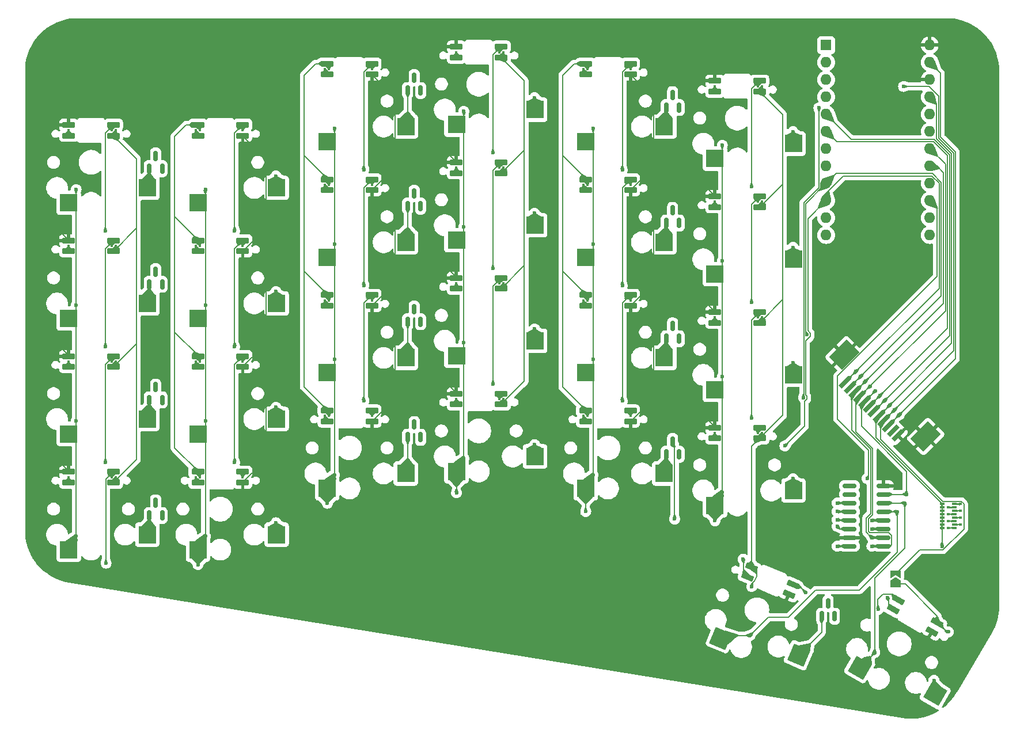
<source format=gbr>
%TF.GenerationSoftware,KiCad,Pcbnew,8.0.8-8.0.8-0~ubuntu22.04.1*%
%TF.CreationDate,2025-02-14T18:00:16-06:00*%
%TF.ProjectId,choc_v1_socket_reversible,63686f63-5f76-4315-9f73-6f636b65745f,rev?*%
%TF.SameCoordinates,Original*%
%TF.FileFunction,Copper,L1,Top*%
%TF.FilePolarity,Positive*%
%FSLAX46Y46*%
G04 Gerber Fmt 4.6, Leading zero omitted, Abs format (unit mm)*
G04 Created by KiCad (PCBNEW 8.0.8-8.0.8-0~ubuntu22.04.1) date 2025-02-14 18:00:16*
%MOMM*%
%LPD*%
G01*
G04 APERTURE LIST*
G04 Aperture macros list*
%AMRoundRect*
0 Rectangle with rounded corners*
0 $1 Rounding radius*
0 $2 $3 $4 $5 $6 $7 $8 $9 X,Y pos of 4 corners*
0 Add a 4 corners polygon primitive as box body*
4,1,4,$2,$3,$4,$5,$6,$7,$8,$9,$2,$3,0*
0 Add four circle primitives for the rounded corners*
1,1,$1+$1,$2,$3*
1,1,$1+$1,$4,$5*
1,1,$1+$1,$6,$7*
1,1,$1+$1,$8,$9*
0 Add four rect primitives between the rounded corners*
20,1,$1+$1,$2,$3,$4,$5,0*
20,1,$1+$1,$4,$5,$6,$7,0*
20,1,$1+$1,$6,$7,$8,$9,0*
20,1,$1+$1,$8,$9,$2,$3,0*%
%AMRotRect*
0 Rectangle, with rotation*
0 The origin of the aperture is its center*
0 $1 length*
0 $2 width*
0 $3 Rotation angle, in degrees counterclockwise*
0 Add horizontal line*
21,1,$1,$2,0,0,$3*%
%AMFreePoly0*
4,1,6,1.000000,0.000000,0.500000,-0.750000,-0.500000,-0.750000,-0.500000,0.750000,0.500000,0.750000,1.000000,0.000000,1.000000,0.000000,$1*%
%AMFreePoly1*
4,1,6,0.500000,-0.750000,-0.650000,-0.750000,-0.150000,0.000000,-0.650000,0.750000,0.500000,0.750000,0.500000,-0.750000,0.500000,-0.750000,$1*%
G04 Aperture macros list end*
%TA.AperFunction,SMDPad,CuDef*%
%ADD10R,2.600000X2.600000*%
%TD*%
%TA.AperFunction,ComponentPad*%
%ADD11RoundRect,0.150000X0.150000X-0.587500X0.150000X0.587500X-0.150000X0.587500X-0.150000X-0.587500X0*%
%TD*%
%TA.AperFunction,SMDPad,CuDef*%
%ADD12RoundRect,0.082000X-0.818000X-0.328000X0.818000X-0.328000X0.818000X0.328000X-0.818000X0.328000X0*%
%TD*%
%TA.AperFunction,SMDPad,CuDef*%
%ADD13RoundRect,0.082000X0.872409X-0.124944X-0.544409X0.693056X-0.872409X0.124944X0.544409X-0.693056X0*%
%TD*%
%TA.AperFunction,SMDPad,CuDef*%
%ADD14RoundRect,0.082000X0.818000X0.328000X-0.818000X0.328000X-0.818000X-0.328000X0.818000X-0.328000X0*%
%TD*%
%TA.AperFunction,SMDPad,CuDef*%
%ADD15RoundRect,0.150000X0.850000X0.150000X-0.850000X0.150000X-0.850000X-0.150000X0.850000X-0.150000X0*%
%TD*%
%TA.AperFunction,SMDPad,CuDef*%
%ADD16R,0.800000X0.300000*%
%TD*%
%TA.AperFunction,SMDPad,CuDef*%
%ADD17RotRect,0.610000X2.000000X135.000000*%
%TD*%
%TA.AperFunction,SMDPad,CuDef*%
%ADD18RotRect,2.680000X3.600000X135.000000*%
%TD*%
%TA.AperFunction,SMDPad,CuDef*%
%ADD19RoundRect,0.082000X0.881133X-0.017692X-0.624813X0.621544X-0.881133X0.017692X0.624813X-0.621544X0*%
%TD*%
%TA.AperFunction,SMDPad,CuDef*%
%ADD20FreePoly0,90.000000*%
%TD*%
%TA.AperFunction,SMDPad,CuDef*%
%ADD21FreePoly1,90.000000*%
%TD*%
%TA.AperFunction,SMDPad,CuDef*%
%ADD22RotRect,2.600000X2.600000X337.000000*%
%TD*%
%TA.AperFunction,ComponentPad*%
%ADD23R,1.600000X1.600000*%
%TD*%
%TA.AperFunction,ComponentPad*%
%ADD24O,1.600000X1.600000*%
%TD*%
%TA.AperFunction,SMDPad,CuDef*%
%ADD25RotRect,2.600000X2.600000X330.000000*%
%TD*%
%TA.AperFunction,ViaPad*%
%ADD26C,0.600000*%
%TD*%
%TA.AperFunction,ViaPad*%
%ADD27C,0.400000*%
%TD*%
%TA.AperFunction,Conductor*%
%ADD28C,0.200000*%
%TD*%
G04 APERTURE END LIST*
D10*
%TO.P,SW13,1,1*%
%TO.N,COL3*%
X113725000Y-71450000D03*
%TO.P,SW13,2,2*%
%TO.N,Net-(D1213-A-Pad2)*%
X125275000Y-69250000D03*
%TD*%
D11*
%TO.P,D3031,1,A*%
%TO.N,Net-(D3031-A-Pad1)*%
X68550000Y-111937500D03*
%TO.P,D3031,2,A*%
%TO.N,Net-(D3031-A-Pad2)*%
X70450000Y-111937500D03*
%TO.P,D3031,3,K*%
%TO.N,ROW3*%
X69500000Y-110062500D03*
%TD*%
%TO.P,D1415,1,A*%
%TO.N,Net-(D1415-A-Pad1)*%
X144550000Y-68937500D03*
%TO.P,D1415,2,A*%
%TO.N,Net-(D1415-A-Pad2)*%
X146450000Y-68937500D03*
%TO.P,D1415,3,K*%
%TO.N,ROW1*%
X145500000Y-67062500D03*
%TD*%
D12*
%TO.P,LED30,1,DOUT*%
%TO.N,Net-(LED20-DIN)*%
X56700000Y-107090000D03*
%TO.P,LED30,2,VSS*%
%TO.N,GND*%
X56700000Y-105510000D03*
%TO.P,LED30,3,DIN*%
%TO.N,Net-(LED30-DIN)*%
X63300000Y-105510000D03*
%TO.P,LED30,4,VDD*%
%TO.N,+5V*%
X63300000Y-107090000D03*
%TD*%
D10*
%TO.P,SW32,1,1*%
%TO.N,COL2*%
X94725000Y-107950000D03*
%TO.P,SW32,2,2*%
%TO.N,Net-(D3233-A-Pad1)*%
X106275000Y-105750000D03*
%TD*%
D11*
%TO.P,D0203,1,A*%
%TO.N,Net-(D0203-A-Pad1)*%
X106550000Y-49437500D03*
%TO.P,D0203,2,A*%
%TO.N,Net-(D0203-A-Pad2)*%
X108450000Y-49437500D03*
%TO.P,D0203,3,K*%
%TO.N,ROW0*%
X107500000Y-47562500D03*
%TD*%
%TO.P,D2425,1,A*%
%TO.N,Net-(D2425-A-Pad1)*%
X144550000Y-85937500D03*
%TO.P,D2425,2,A*%
%TO.N,Net-(D2425-A-Pad2)*%
X146450000Y-85937500D03*
%TO.P,D2425,3,K*%
%TO.N,ROW2*%
X145500000Y-84062500D03*
%TD*%
D13*
%TO.P,LED37,1,DOUT*%
%TO.N,Net-(JP2-A)*%
X184402884Y-127682161D03*
%TO.P,LED37,2,VSS*%
%TO.N,GND*%
X183612884Y-129050481D03*
%TO.P,LED37,3,DIN*%
%TO.N,Net-(LED36-DOUT)*%
X177897116Y-125750481D03*
%TO.P,LED37,4,VDD*%
%TO.N,+5V*%
X178687116Y-124382161D03*
%TD*%
D10*
%TO.P,SW33,1,1*%
%TO.N,COL3*%
X113725000Y-105450000D03*
%TO.P,SW33,2,2*%
%TO.N,Net-(D3233-A-Pad2)*%
X125275000Y-103250000D03*
%TD*%
D14*
%TO.P,LED21,1,DOUT*%
%TO.N,Net-(LED21-DOUT)*%
X82300000Y-88510000D03*
%TO.P,LED21,2,VSS*%
%TO.N,GND*%
X82300000Y-90090000D03*
%TO.P,LED21,3,DIN*%
%TO.N,Net-(LED11-DOUT)*%
X75700000Y-90090000D03*
%TO.P,LED21,4,VDD*%
%TO.N,+5V*%
X75700000Y-88510000D03*
%TD*%
D10*
%TO.P,SW01,1,1*%
%TO.N,COL1*%
X75725000Y-65950000D03*
%TO.P,SW01,2,2*%
%TO.N,Net-(D0001-A-Pad2)*%
X87275000Y-63750000D03*
%TD*%
D14*
%TO.P,LED31,1,DOUT*%
%TO.N,Net-(LED31-DOUT)*%
X82300000Y-105510000D03*
%TO.P,LED31,2,VSS*%
%TO.N,GND*%
X82300000Y-107090000D03*
%TO.P,LED31,3,DIN*%
%TO.N,Net-(LED21-DOUT)*%
X75700000Y-107090000D03*
%TO.P,LED31,4,VDD*%
%TO.N,+5V*%
X75700000Y-105510000D03*
%TD*%
%TO.P,LED14,1,DOUT*%
%TO.N,Net-(LED14-DOUT)*%
X139300000Y-62510000D03*
%TO.P,LED14,2,VSS*%
%TO.N,GND*%
X139300000Y-64090000D03*
%TO.P,LED14,3,DIN*%
%TO.N,Net-(LED04-DOUT)*%
X132700000Y-64090000D03*
%TO.P,LED14,4,VDD*%
%TO.N,+5V*%
X132700000Y-62510000D03*
%TD*%
%TO.P,LED11,1,DOUT*%
%TO.N,Net-(LED11-DOUT)*%
X82300000Y-71510000D03*
%TO.P,LED11,2,VSS*%
%TO.N,GND*%
X82300000Y-73090000D03*
%TO.P,LED11,3,DIN*%
%TO.N,Net-(LED01-DOUT)*%
X75700000Y-73090000D03*
%TO.P,LED11,4,VDD*%
%TO.N,+5V*%
X75700000Y-71510000D03*
%TD*%
D10*
%TO.P,SW35,1,1*%
%TO.N,COL5*%
X151725000Y-110450000D03*
%TO.P,SW35,2,2*%
%TO.N,Net-(D3435-A-Pad2)*%
X163275000Y-108250000D03*
%TD*%
%TO.P,SW23,1,1*%
%TO.N,COL3*%
X113725000Y-88450000D03*
%TO.P,SW23,2,2*%
%TO.N,Net-(D2223-A-Pad2)*%
X125275000Y-86250000D03*
%TD*%
%TO.P,SW14,1,1*%
%TO.N,COL4*%
X132725000Y-73950000D03*
%TO.P,SW14,2,2*%
%TO.N,Net-(D1415-A-Pad1)*%
X144275000Y-71750000D03*
%TD*%
D12*
%TO.P,LED33,1,DOUT*%
%TO.N,Net-(LED23-DIN)*%
X113700000Y-95590000D03*
%TO.P,LED33,2,VSS*%
%TO.N,GND*%
X113700000Y-94010000D03*
%TO.P,LED33,3,DIN*%
%TO.N,Net-(LED33-DIN)*%
X120300000Y-94010000D03*
%TO.P,LED33,4,VDD*%
%TO.N,+5V*%
X120300000Y-95590000D03*
%TD*%
D15*
%TO.P,SR_RIGHT1,1,~{PL}*%
%TO.N,SCS*%
X176500000Y-116445000D03*
%TO.P,SR_RIGHT1,2,CP*%
%TO.N,SCK0*%
X176500000Y-115175000D03*
%TO.P,SR_RIGHT1,3,D4*%
%TO.N,COL4*%
X176500000Y-113905000D03*
%TO.P,SR_RIGHT1,4,D5*%
%TO.N,COL5*%
X176500000Y-112635000D03*
%TO.P,SR_RIGHT1,5,D6*%
%TO.N,COL6*%
X176500000Y-111365000D03*
%TO.P,SR_RIGHT1,6,D7*%
%TO.N,COL7*%
X176500000Y-110095000D03*
%TO.P,SR_RIGHT1,7,~{Q7}*%
%TO.N,DS*%
X176500000Y-108825000D03*
%TO.P,SR_RIGHT1,8,GND*%
%TO.N,GND*%
X176500000Y-107555000D03*
%TO.P,SR_RIGHT1,9,Q7*%
%TO.N,unconnected-(SR_RIGHT1-Q7-Pad9)*%
X171500000Y-107555000D03*
%TO.P,SR_RIGHT1,10,DS*%
%TO.N,unconnected-(SR_RIGHT1-DS-Pad10)*%
X171500000Y-108825000D03*
%TO.P,SR_RIGHT1,11,D0*%
%TO.N,COL0*%
X171500000Y-110095000D03*
%TO.P,SR_RIGHT1,12,D1*%
%TO.N,COL1*%
X171500000Y-111365000D03*
%TO.P,SR_RIGHT1,13,D2*%
%TO.N,COL2*%
X171500000Y-112635000D03*
%TO.P,SR_RIGHT1,14,D3*%
%TO.N,COL3*%
X171500000Y-113905000D03*
%TO.P,SR_RIGHT1,15,~{CE}*%
%TO.N,GND*%
X171500000Y-115175000D03*
%TO.P,SR_RIGHT1,16,VCC*%
%TO.N,+3V3*%
X171500000Y-116445000D03*
%TD*%
D10*
%TO.P,SW30,1,1*%
%TO.N,COL0*%
X56725000Y-116950000D03*
%TO.P,SW30,2,2*%
%TO.N,Net-(D3031-A-Pad1)*%
X68275000Y-114750000D03*
%TD*%
%TO.P,SW20,1,1*%
%TO.N,COL0*%
X56725000Y-99950000D03*
%TO.P,SW20,2,2*%
%TO.N,Net-(D2021-A-Pad1)*%
X68275000Y-97750000D03*
%TD*%
D11*
%TO.P,D1011,1,A*%
%TO.N,Net-(D1011-A-Pad1)*%
X68550000Y-77937500D03*
%TO.P,D1011,2,A*%
%TO.N,Net-(D1011-A-Pad2)*%
X70450000Y-77937500D03*
%TO.P,D1011,3,K*%
%TO.N,ROW1*%
X69500000Y-76062500D03*
%TD*%
D10*
%TO.P,SW31,1,1*%
%TO.N,COL1*%
X75725000Y-116950000D03*
%TO.P,SW31,2,2*%
%TO.N,Net-(D3031-A-Pad2)*%
X87275000Y-114750000D03*
%TD*%
%TO.P,SW02,1,1*%
%TO.N,COL2*%
X94725000Y-56950000D03*
%TO.P,SW02,2,2*%
%TO.N,Net-(D0203-A-Pad1)*%
X106275000Y-54750000D03*
%TD*%
D16*
%TO.P,RN_RIGHT1,1,R1.1*%
%TO.N,COL4*%
X186900000Y-113750000D03*
%TO.P,RN_RIGHT1,2,R2.1*%
%TO.N,COL3*%
X186900000Y-113250000D03*
%TO.P,RN_RIGHT1,3,R3.1*%
%TO.N,COL5*%
X186900000Y-112750000D03*
%TO.P,RN_RIGHT1,4,R4.1*%
%TO.N,COL2*%
X186900000Y-112250000D03*
%TO.P,RN_RIGHT1,5,R5.1*%
%TO.N,COL6*%
X186900000Y-111750000D03*
%TO.P,RN_RIGHT1,6,R6.1*%
%TO.N,COL1*%
X186900000Y-111250000D03*
%TO.P,RN_RIGHT1,7,R7.1*%
%TO.N,COL7*%
X186900000Y-110750000D03*
%TO.P,RN_RIGHT1,8,R8.1*%
%TO.N,COL0*%
X186900000Y-110250000D03*
%TO.P,RN_RIGHT1,9,R8.2*%
%TO.N,+3V3*%
X185100000Y-110250000D03*
%TO.P,RN_RIGHT1,10,R7.2*%
X185100000Y-110750000D03*
%TO.P,RN_RIGHT1,11,R6.2*%
X185100000Y-111250000D03*
%TO.P,RN_RIGHT1,12,R5.2*%
X185100000Y-111750000D03*
%TO.P,RN_RIGHT1,13,R4.2*%
X185100000Y-112250000D03*
%TO.P,RN_RIGHT1,14,R3.2*%
X185100000Y-112750000D03*
%TO.P,RN_RIGHT1,15,R2.2*%
X185100000Y-113250000D03*
%TO.P,RN_RIGHT1,16,R1.2*%
X185100000Y-113750000D03*
%TD*%
D12*
%TO.P,LED13,1,DOUT*%
%TO.N,Net-(LED03-DIN)*%
X113700000Y-61590000D03*
%TO.P,LED13,2,VSS*%
%TO.N,GND*%
X113700000Y-60010000D03*
%TO.P,LED13,3,DIN*%
%TO.N,Net-(LED13-DIN)*%
X120300000Y-60010000D03*
%TO.P,LED13,4,VDD*%
%TO.N,+5V*%
X120300000Y-61590000D03*
%TD*%
D11*
%TO.P,D2223,1,A*%
%TO.N,Net-(D2223-A-Pad1)*%
X106550000Y-83437500D03*
%TO.P,D2223,2,A*%
%TO.N,Net-(D2223-A-Pad2)*%
X108450000Y-83437500D03*
%TO.P,D2223,3,K*%
%TO.N,ROW2*%
X107500000Y-81562500D03*
%TD*%
D10*
%TO.P,SW25,1,1*%
%TO.N,COL5*%
X151725000Y-93450000D03*
%TO.P,SW25,2,2*%
%TO.N,Net-(D2425-A-Pad2)*%
X163275000Y-91250000D03*
%TD*%
D11*
%TO.P,D3435,1,A*%
%TO.N,Net-(D3435-A-Pad1)*%
X144550000Y-102937500D03*
%TO.P,D3435,2,A*%
%TO.N,Net-(D3435-A-Pad2)*%
X146450000Y-102937500D03*
%TO.P,D3435,3,K*%
%TO.N,ROW3*%
X145500000Y-101062500D03*
%TD*%
D10*
%TO.P,SW10,1,1*%
%TO.N,COL0*%
X56725000Y-82950000D03*
%TO.P,SW10,2,2*%
%TO.N,Net-(D1011-A-Pad1)*%
X68275000Y-80750000D03*
%TD*%
%TO.P,SW11,1,1*%
%TO.N,COL1*%
X75725000Y-82950000D03*
%TO.P,SW11,2,2*%
%TO.N,Net-(D1011-A-Pad2)*%
X87275000Y-80750000D03*
%TD*%
D17*
%TO.P,J_RIGHT1,1,Pin_1*%
%TO.N,GND*%
X178616295Y-100161880D03*
%TO.P,J_RIGHT1,2,Pin_2*%
%TO.N,unconnected-(J_RIGHT1-Pin_2-Pad2)*%
X177909188Y-99454773D03*
%TO.P,J_RIGHT1,3,Pin_3*%
%TO.N,+5V*%
X177202082Y-98747666D03*
%TO.P,J_RIGHT1,4,Pin_4*%
%TO.N,LED_R*%
X176494975Y-98040559D03*
%TO.P,J_RIGHT1,5,Pin_5*%
%TO.N,+3V3*%
X175787868Y-97333452D03*
%TO.P,J_RIGHT1,6,Pin_6*%
%TO.N,ROW0*%
X175080761Y-96626346D03*
%TO.P,J_RIGHT1,7,Pin_7*%
%TO.N,ROW1*%
X174373654Y-95919239D03*
%TO.P,J_RIGHT1,8,Pin_8*%
%TO.N,DS*%
X173666548Y-95212132D03*
%TO.P,J_RIGHT1,9,Pin_9*%
%TO.N,SCS*%
X172959441Y-94505025D03*
%TO.P,J_RIGHT1,10,Pin_10*%
%TO.N,SCK0*%
X172252334Y-93797918D03*
%TO.P,J_RIGHT1,11,Pin_11*%
%TO.N,ROW2*%
X171545227Y-93090812D03*
%TO.P,J_RIGHT1,12,Pin_12*%
%TO.N,ROW3*%
X170838120Y-92383705D03*
D18*
%TO.P,J_RIGHT1,MP,MountPin*%
%TO.N,GND*%
X182710443Y-100296230D03*
X170703770Y-88289557D03*
%TD*%
D10*
%TO.P,SW12,1,1*%
%TO.N,COL2*%
X94725000Y-73950000D03*
%TO.P,SW12,2,2*%
%TO.N,Net-(D1213-A-Pad1)*%
X106275000Y-71750000D03*
%TD*%
D14*
%TO.P,LED22,1,DOUT*%
%TO.N,Net-(LED22-DOUT)*%
X101300000Y-79510000D03*
%TO.P,LED22,2,VSS*%
%TO.N,GND*%
X101300000Y-81090000D03*
%TO.P,LED22,3,DIN*%
%TO.N,Net-(LED12-DOUT)*%
X94700000Y-81090000D03*
%TO.P,LED22,4,VDD*%
%TO.N,+5V*%
X94700000Y-79510000D03*
%TD*%
D12*
%TO.P,LED03,1,DOUT*%
%TO.N,Net-(LED02-DIN)*%
X113700000Y-44590000D03*
%TO.P,LED03,2,VSS*%
%TO.N,GND*%
X113700000Y-43010000D03*
%TO.P,LED03,3,DIN*%
%TO.N,Net-(LED03-DIN)*%
X120300000Y-43010000D03*
%TO.P,LED03,4,VDD*%
%TO.N,+5V*%
X120300000Y-44590000D03*
%TD*%
D10*
%TO.P,SW00,1,1*%
%TO.N,COL0*%
X56725000Y-65950000D03*
%TO.P,SW00,2,2*%
%TO.N,Net-(D0001-A-Pad1)*%
X68275000Y-63750000D03*
%TD*%
D12*
%TO.P,LED35,1,DOUT*%
%TO.N,Net-(LED25-DIN)*%
X151700000Y-100590000D03*
%TO.P,LED35,2,VSS*%
%TO.N,GND*%
X151700000Y-99010000D03*
%TO.P,LED35,3,DIN*%
%TO.N,Net-(LED35-DIN)*%
X158300000Y-99010000D03*
%TO.P,LED35,4,VDD*%
%TO.N,+5V*%
X158300000Y-100590000D03*
%TD*%
%TO.P,LED25,1,DOUT*%
%TO.N,Net-(LED15-DIN)*%
X151700000Y-83590000D03*
%TO.P,LED25,2,VSS*%
%TO.N,GND*%
X151700000Y-82010000D03*
%TO.P,LED25,3,DIN*%
%TO.N,Net-(LED25-DIN)*%
X158300000Y-82010000D03*
%TO.P,LED25,4,VDD*%
%TO.N,+5V*%
X158300000Y-83590000D03*
%TD*%
%TO.P,LED20,1,DOUT*%
%TO.N,Net-(LED10-DIN)*%
X56700000Y-90090000D03*
%TO.P,LED20,2,VSS*%
%TO.N,GND*%
X56700000Y-88510000D03*
%TO.P,LED20,3,DIN*%
%TO.N,Net-(LED20-DIN)*%
X63300000Y-88510000D03*
%TO.P,LED20,4,VDD*%
%TO.N,+5V*%
X63300000Y-90090000D03*
%TD*%
D11*
%TO.P,D3233,1,A*%
%TO.N,Net-(D3233-A-Pad1)*%
X106550000Y-100437500D03*
%TO.P,D3233,2,A*%
%TO.N,Net-(D3233-A-Pad2)*%
X108450000Y-100437500D03*
%TO.P,D3233,3,K*%
%TO.N,ROW3*%
X107500000Y-98562500D03*
%TD*%
D10*
%TO.P,SW15,1,1*%
%TO.N,COL5*%
X151725000Y-76450000D03*
%TO.P,SW15,2,2*%
%TO.N,Net-(D1415-A-Pad2)*%
X163275000Y-74250000D03*
%TD*%
%TO.P,SW34,1,1*%
%TO.N,COL4*%
X132725000Y-107950000D03*
%TO.P,SW34,2,2*%
%TO.N,Net-(D3435-A-Pad1)*%
X144275000Y-105750000D03*
%TD*%
D14*
%TO.P,LED34,1,DOUT*%
%TO.N,Net-(LED33-DIN)*%
X139300000Y-96510000D03*
%TO.P,LED34,2,VSS*%
%TO.N,GND*%
X139300000Y-98090000D03*
%TO.P,LED34,3,DIN*%
%TO.N,Net-(LED24-DOUT)*%
X132700000Y-98090000D03*
%TO.P,LED34,4,VDD*%
%TO.N,+5V*%
X132700000Y-96510000D03*
%TD*%
D19*
%TO.P,LED36,1,DOUT*%
%TO.N,Net-(LED36-DOUT)*%
X163196344Y-122071814D03*
%TO.P,LED36,2,VSS*%
%TO.N,GND*%
X162578988Y-123526212D03*
%TO.P,LED36,3,DIN*%
%TO.N,Net-(LED30-DIN)*%
X156503656Y-120947386D03*
%TO.P,LED36,4,VDD*%
%TO.N,+5V*%
X157121012Y-119492988D03*
%TD*%
D20*
%TO.P,JP2,1,A*%
%TO.N,Net-(JP2-A)*%
X178250000Y-122000000D03*
D21*
%TO.P,JP2,2,B*%
%TO.N,LED_R*%
X178250000Y-120550000D03*
%TD*%
D10*
%TO.P,SW04,1,1*%
%TO.N,COL4*%
X132725000Y-56950000D03*
%TO.P,SW04,2,2*%
%TO.N,Net-(D0405-A-Pad1)*%
X144275000Y-54750000D03*
%TD*%
D14*
%TO.P,LED02,1,DOUT*%
%TO.N,Net-(LED02-DOUT)*%
X101300000Y-45510000D03*
%TO.P,LED02,2,VSS*%
%TO.N,GND*%
X101300000Y-47090000D03*
%TO.P,LED02,3,DIN*%
%TO.N,Net-(LED02-DIN)*%
X94700000Y-47090000D03*
%TO.P,LED02,4,VDD*%
%TO.N,+5V*%
X94700000Y-45510000D03*
%TD*%
D11*
%TO.P,D1213,1,A*%
%TO.N,Net-(D1213-A-Pad1)*%
X106550000Y-66437500D03*
%TO.P,D1213,2,A*%
%TO.N,Net-(D1213-A-Pad2)*%
X108450000Y-66437500D03*
%TO.P,D1213,3,K*%
%TO.N,ROW1*%
X107500000Y-64562500D03*
%TD*%
D14*
%TO.P,LED01,1,DOUT*%
%TO.N,Net-(LED01-DOUT)*%
X82300000Y-54510000D03*
%TO.P,LED01,2,VSS*%
%TO.N,GND*%
X82300000Y-56090000D03*
%TO.P,LED01,3,DIN*%
%TO.N,Net-(LED00-DOUT)*%
X75700000Y-56090000D03*
%TO.P,LED01,4,VDD*%
%TO.N,+5V*%
X75700000Y-54510000D03*
%TD*%
D12*
%TO.P,LED05,1,DOUT*%
%TO.N,Net-(LED04-DIN)*%
X151700000Y-49590000D03*
%TO.P,LED05,2,VSS*%
%TO.N,GND*%
X151700000Y-48010000D03*
%TO.P,LED05,3,DIN*%
%TO.N,Net-(LED05-DIN)*%
X158300000Y-48010000D03*
%TO.P,LED05,4,VDD*%
%TO.N,+5V*%
X158300000Y-49590000D03*
%TD*%
D11*
%TO.P,D0001,1,A*%
%TO.N,Net-(D0001-A-Pad1)*%
X68550000Y-60937500D03*
%TO.P,D0001,2,A*%
%TO.N,Net-(D0001-A-Pad2)*%
X70450000Y-60937500D03*
%TO.P,D0001,3,K*%
%TO.N,ROW0*%
X69500000Y-59062500D03*
%TD*%
D12*
%TO.P,LED00,1,DOUT*%
%TO.N,Net-(LED00-DOUT)*%
X56700000Y-56090000D03*
%TO.P,LED00,2,VSS*%
%TO.N,GND*%
X56700000Y-54510000D03*
%TO.P,LED00,3,DIN*%
%TO.N,Net-(LED00-DIN)*%
X63300000Y-54510000D03*
%TO.P,LED00,4,VDD*%
%TO.N,+5V*%
X63300000Y-56090000D03*
%TD*%
%TO.P,LED23,1,DOUT*%
%TO.N,Net-(LED13-DIN)*%
X113700000Y-78590000D03*
%TO.P,LED23,2,VSS*%
%TO.N,GND*%
X113700000Y-77010000D03*
%TO.P,LED23,3,DIN*%
%TO.N,Net-(LED23-DIN)*%
X120300000Y-77010000D03*
%TO.P,LED23,4,VDD*%
%TO.N,+5V*%
X120300000Y-78590000D03*
%TD*%
D10*
%TO.P,SW22,1,1*%
%TO.N,COL2*%
X94725000Y-90950000D03*
%TO.P,SW22,2,2*%
%TO.N,Net-(D2223-A-Pad1)*%
X106275000Y-88750000D03*
%TD*%
D14*
%TO.P,LED24,1,DOUT*%
%TO.N,Net-(LED24-DOUT)*%
X139300000Y-79510000D03*
%TO.P,LED24,2,VSS*%
%TO.N,GND*%
X139300000Y-81090000D03*
%TO.P,LED24,3,DIN*%
%TO.N,Net-(LED14-DOUT)*%
X132700000Y-81090000D03*
%TO.P,LED24,4,VDD*%
%TO.N,+5V*%
X132700000Y-79510000D03*
%TD*%
%TO.P,LED04,1,DOUT*%
%TO.N,Net-(LED04-DOUT)*%
X139300000Y-45510000D03*
%TO.P,LED04,2,VSS*%
%TO.N,GND*%
X139300000Y-47090000D03*
%TO.P,LED04,3,DIN*%
%TO.N,Net-(LED04-DIN)*%
X132700000Y-47090000D03*
%TO.P,LED04,4,VDD*%
%TO.N,+5V*%
X132700000Y-45510000D03*
%TD*%
D10*
%TO.P,SW05,1,1*%
%TO.N,COL5*%
X151725000Y-59450000D03*
%TO.P,SW05,2,2*%
%TO.N,Net-(D0405-A-Pad2)*%
X163275000Y-57250000D03*
%TD*%
D12*
%TO.P,LED10,1,DOUT*%
%TO.N,Net-(LED00-DIN)*%
X56700000Y-73090000D03*
%TO.P,LED10,2,VSS*%
%TO.N,GND*%
X56700000Y-71510000D03*
%TO.P,LED10,3,DIN*%
%TO.N,Net-(LED10-DIN)*%
X63300000Y-71510000D03*
%TO.P,LED10,4,VDD*%
%TO.N,+5V*%
X63300000Y-73090000D03*
%TD*%
D14*
%TO.P,LED32,1,DOUT*%
%TO.N,Net-(LED31-DOUT)*%
X101300000Y-96510000D03*
%TO.P,LED32,2,VSS*%
%TO.N,GND*%
X101300000Y-98090000D03*
%TO.P,LED32,3,DIN*%
%TO.N,Net-(LED22-DOUT)*%
X94700000Y-98090000D03*
%TO.P,LED32,4,VDD*%
%TO.N,+5V*%
X94700000Y-96510000D03*
%TD*%
D22*
%TO.P,SW36,1,1*%
%TO.N,COL6*%
X152560495Y-129997359D03*
%TO.P,SW36,2,2*%
%TO.N,Net-(D3637-A-Pad1)*%
X164051936Y-132485193D03*
%TD*%
D14*
%TO.P,LED12,1,DOUT*%
%TO.N,Net-(LED12-DOUT)*%
X101300000Y-62510000D03*
%TO.P,LED12,2,VSS*%
%TO.N,GND*%
X101300000Y-64090000D03*
%TO.P,LED12,3,DIN*%
%TO.N,Net-(LED02-DOUT)*%
X94700000Y-64090000D03*
%TO.P,LED12,4,VDD*%
%TO.N,+5V*%
X94700000Y-62510000D03*
%TD*%
D12*
%TO.P,LED15,1,DOUT*%
%TO.N,Net-(LED05-DIN)*%
X151700000Y-66590000D03*
%TO.P,LED15,2,VSS*%
%TO.N,GND*%
X151700000Y-65010000D03*
%TO.P,LED15,3,DIN*%
%TO.N,Net-(LED15-DIN)*%
X158300000Y-65010000D03*
%TO.P,LED15,4,VDD*%
%TO.N,+5V*%
X158300000Y-66590000D03*
%TD*%
D10*
%TO.P,SW24,1,1*%
%TO.N,COL4*%
X132725000Y-90950000D03*
%TO.P,SW24,2,2*%
%TO.N,Net-(D2425-A-Pad1)*%
X144275000Y-88750000D03*
%TD*%
%TO.P,SW21,1,1*%
%TO.N,COL1*%
X75725000Y-99950000D03*
%TO.P,SW21,2,2*%
%TO.N,Net-(D2021-A-Pad2)*%
X87275000Y-97750000D03*
%TD*%
D23*
%TO.P,U1,1,A8*%
%TO.N,unconnected-(U1-A8-Pad1)*%
X168060000Y-42760000D03*
D24*
%TO.P,U1,2,A9*%
%TO.N,unconnected-(U1-A9-Pad2)*%
X168060000Y-45300000D03*
%TO.P,U1,3,B15*%
%TO.N,unconnected-(U1-B15-Pad3)*%
X168060000Y-47840000D03*
%TO.P,U1,4,B14*%
%TO.N,FT*%
X168060000Y-50380000D03*
%TO.P,U1,5,B13*%
%TO.N,ROW0*%
X168060000Y-52920000D03*
%TO.P,U1,6,B12*%
%TO.N,ROW1*%
X168060000Y-55460000D03*
%TO.P,U1,7,B11*%
%TO.N,unconnected-(U1-B11-Pad7)*%
X168060000Y-58000000D03*
%TO.P,U1,8,B10*%
%TO.N,unconnected-(U1-B10-Pad8)*%
X168060000Y-60540000D03*
%TO.P,U1,9,B7*%
%TO.N,ROW2*%
X168060000Y-63080000D03*
%TO.P,U1,10,B4*%
%TO.N,ROW3*%
X168060000Y-65620000D03*
%TO.P,U1,11,B23*%
%TO.N,unconnected-(U1-B23-Pad11)*%
X168060000Y-68160000D03*
%TO.P,U1,12,B22*%
%TO.N,unconnected-(U1-B22-Pad12)*%
X168060000Y-70700000D03*
%TO.P,U1,13,A4*%
%TO.N,unconnected-(U1-A4-Pad13)*%
X183300000Y-70700000D03*
%TO.P,U1,14,A5*%
%TO.N,unconnected-(U1-A5-Pad14)*%
X183300000Y-68160000D03*
%TO.P,U1,15,A15*%
%TO.N,MISO*%
X183300000Y-65620000D03*
%TO.P,U1,16,A14*%
%TO.N,unconnected-(U1-A14-Pad16)*%
X183300000Y-63080000D03*
%TO.P,U1,17,A13*%
%TO.N,SCK0*%
X183300000Y-60540000D03*
%TO.P,U1,18,A12*%
%TO.N,SCS*%
X183300000Y-58000000D03*
%TO.P,U1,19,A11*%
%TO.N,unconnected-(U1-A11-Pad19)*%
X183300000Y-55460000D03*
%TO.P,U1,20,A10*%
%TO.N,unconnected-(U1-A10-Pad20)*%
X183300000Y-52920000D03*
%TO.P,U1,21,3V3*%
%TO.N,+3V3*%
X183300000Y-50380000D03*
%TO.P,U1,22,G*%
%TO.N,GND*%
X183300000Y-47840000D03*
%TO.P,U1,23,5V*%
%TO.N,+5V*%
X183300000Y-45300000D03*
%TO.P,U1,24,G*%
%TO.N,GND*%
X183300000Y-42760000D03*
%TD*%
D11*
%TO.P,D3637,1,A*%
%TO.N,Net-(D3637-A-Pad1)*%
X167400000Y-126737500D03*
%TO.P,D3637,2,A*%
%TO.N,Net-(D3637-A-Pad2)*%
X169300000Y-126737500D03*
%TO.P,D3637,3,K*%
%TO.N,ROW3*%
X168350000Y-124862500D03*
%TD*%
D25*
%TO.P,SW37,1,1*%
%TO.N,COL7*%
X172988767Y-134315351D03*
%TO.P,SW37,2,2*%
%TO.N,Net-(D3637-A-Pad2)*%
X184091360Y-138185095D03*
%TD*%
D11*
%TO.P,D2021,1,A*%
%TO.N,Net-(D2021-A-Pad1)*%
X68550000Y-94937500D03*
%TO.P,D2021,2,A*%
%TO.N,Net-(D2021-A-Pad2)*%
X70450000Y-94937500D03*
%TO.P,D2021,3,K*%
%TO.N,ROW2*%
X69500000Y-93062500D03*
%TD*%
%TO.P,D0405,1,A*%
%TO.N,Net-(D0405-A-Pad1)*%
X144550000Y-51937500D03*
%TO.P,D0405,2,A*%
%TO.N,Net-(D0405-A-Pad2)*%
X146450000Y-51937500D03*
%TO.P,D0405,3,K*%
%TO.N,ROW0*%
X145500000Y-50062500D03*
%TD*%
D10*
%TO.P,SW03,1,1*%
%TO.N,COL3*%
X113725000Y-54450000D03*
%TO.P,SW03,2,2*%
%TO.N,Net-(D0203-A-Pad2)*%
X125275000Y-52250000D03*
%TD*%
D26*
%TO.N,Net-(D0001-A-Pad2)*%
X87199999Y-62000000D03*
%TO.N,ROW0*%
X176680761Y-95026346D03*
%TO.N,Net-(D0203-A-Pad2)*%
X125199999Y-50500000D03*
%TO.N,Net-(D0405-A-Pad2)*%
X163199999Y-55500000D03*
%TO.N,ROW1*%
X175973654Y-94319239D03*
%TO.N,Net-(D1011-A-Pad2)*%
X87199999Y-79000000D03*
%TO.N,Net-(D1213-A-Pad2)*%
X125199999Y-67500000D03*
%TO.N,Net-(D1415-A-Pad2)*%
X163199999Y-72500000D03*
%TO.N,ROW2*%
X173145227Y-91490812D03*
X165275000Y-85350001D03*
%TO.N,Net-(D2021-A-Pad2)*%
X87199999Y-96000000D03*
%TO.N,Net-(D2223-A-Pad2)*%
X125199999Y-84500000D03*
%TO.N,Net-(D2425-A-Pad2)*%
X163199999Y-89500000D03*
%TO.N,Net-(D3031-A-Pad2)*%
X87199999Y-113000000D03*
%TO.N,ROW3*%
X162000000Y-101700000D03*
X145800000Y-112450000D03*
X172438120Y-90783705D03*
%TO.N,Net-(D3233-A-Pad2)*%
X125199999Y-101500000D03*
%TO.N,Net-(D3435-A-Pad2)*%
X163199999Y-106500000D03*
%TO.N,Net-(D3637-A-Pad2)*%
X183925000Y-136175000D03*
%TO.N,LED_R*%
X178094975Y-96440559D03*
X179450000Y-48850000D03*
%TO.N,Net-(JP2-A)*%
X186049519Y-129050481D03*
%TO.N,+3V3*%
X177387868Y-95733452D03*
X169700000Y-116445000D03*
X185100000Y-116445000D03*
%TO.N,GND*%
X111750000Y-45550000D03*
X149350000Y-99000000D03*
X173500000Y-115800000D03*
X84050000Y-68500000D03*
X150450000Y-50850000D03*
X176900000Y-105400000D03*
%TO.N,SCS*%
X174800000Y-116445000D03*
X174559441Y-92905025D03*
D27*
%TO.N,+5V*%
X76000000Y-106300000D03*
X120600000Y-43800000D03*
D26*
X175700000Y-125750000D03*
D27*
X76000000Y-89300000D03*
D26*
X157122197Y-122391179D03*
D27*
X158600000Y-48800000D03*
X95000000Y-97300000D03*
X133000000Y-80300000D03*
X76000000Y-55300000D03*
X76000000Y-72300000D03*
X63600000Y-55300000D03*
X133000000Y-46300000D03*
X63600000Y-72300000D03*
X95000000Y-46300000D03*
X133000000Y-63300000D03*
D26*
X178802082Y-97147666D03*
D27*
X63600000Y-106300000D03*
X158600000Y-99800000D03*
X133000000Y-97300000D03*
X63600000Y-89300000D03*
X95000000Y-63300000D03*
X120600000Y-60800000D03*
X158600000Y-82800000D03*
X95000000Y-80300000D03*
X158600000Y-65800000D03*
X120600000Y-94800000D03*
X120600000Y-77800000D03*
D26*
%TO.N,DS*%
X175266548Y-93612132D03*
X179850000Y-108825000D03*
%TO.N,SCK0*%
X174800000Y-115175000D03*
X173852334Y-92197918D03*
D27*
%TO.N,Net-(LED00-DOUT)*%
X56700000Y-55300000D03*
X75400000Y-55300000D03*
D26*
%TO.N,Net-(LED00-DIN)*%
X62100000Y-70100000D03*
D27*
X56700000Y-72300000D03*
X63000000Y-55300000D03*
D26*
%TO.N,Net-(LED01-DOUT)*%
X81100000Y-70100000D03*
D27*
X75400000Y-72300000D03*
X82300000Y-55300000D03*
%TO.N,Net-(LED02-DIN)*%
X113700000Y-43800000D03*
X94400000Y-46300000D03*
%TO.N,Net-(LED02-DOUT)*%
X101300000Y-46300000D03*
X94400000Y-63300000D03*
D26*
X100100000Y-61100000D03*
D27*
%TO.N,Net-(LED03-DIN)*%
X113700000Y-60800000D03*
X120000000Y-43800000D03*
D26*
X119100000Y-58600000D03*
%TO.N,Net-(LED04-DOUT)*%
X138100000Y-61100000D03*
D27*
X139300000Y-46300000D03*
X132400000Y-63300000D03*
%TO.N,Net-(LED04-DIN)*%
X132400000Y-46300000D03*
X151700000Y-48800000D03*
D26*
%TO.N,Net-(LED05-DIN)*%
X157100000Y-63600000D03*
D27*
X158000000Y-48800000D03*
X151700000Y-65800000D03*
%TO.N,Net-(LED10-DIN)*%
X56700000Y-89300000D03*
D26*
X62100000Y-87100000D03*
D27*
X63000000Y-72300000D03*
%TO.N,Net-(LED11-DOUT)*%
X75400000Y-89300000D03*
D26*
X81100000Y-87100000D03*
D27*
X82300000Y-72300000D03*
D26*
%TO.N,Net-(LED12-DOUT)*%
X100100000Y-78100000D03*
D27*
X101300000Y-63300000D03*
X94400000Y-80300000D03*
%TO.N,Net-(LED13-DIN)*%
X120000000Y-60800000D03*
D26*
X119100000Y-75600000D03*
D27*
X113700000Y-77800000D03*
%TO.N,Net-(LED14-DOUT)*%
X139300000Y-63300000D03*
X132400000Y-80300000D03*
D26*
X138100000Y-78100000D03*
%TO.N,Net-(LED15-DIN)*%
X157100000Y-80600000D03*
D27*
X151700000Y-82800000D03*
X158000000Y-65800000D03*
D26*
%TO.N,Net-(LED20-DIN)*%
X62100000Y-104100000D03*
D27*
X63000000Y-89300000D03*
X56700000Y-106300000D03*
%TO.N,Net-(LED21-DOUT)*%
X82300000Y-89300000D03*
D26*
X81100000Y-104100000D03*
D27*
X75400000Y-106300000D03*
%TO.N,Net-(LED22-DOUT)*%
X101300000Y-80300000D03*
X94400000Y-97300000D03*
D26*
X100100000Y-95100000D03*
D27*
%TO.N,Net-(LED23-DIN)*%
X120000000Y-77800000D03*
D26*
X119100000Y-92600000D03*
D27*
X113700000Y-94800000D03*
%TO.N,Net-(LED24-DOUT)*%
X132400000Y-97300000D03*
X139300000Y-80300000D03*
D26*
X138100000Y-95100000D03*
D27*
%TO.N,Net-(LED25-DIN)*%
X151700000Y-99800000D03*
X158000000Y-82800000D03*
D26*
X157100000Y-97600000D03*
D27*
%TO.N,Net-(LED30-DIN)*%
X63000000Y-106300000D03*
D26*
X62200000Y-118950000D03*
X155850000Y-118350000D03*
D27*
%TO.N,Net-(LED31-DOUT)*%
X82300000Y-106300000D03*
X101300000Y-97300000D03*
%TO.N,Net-(LED33-DIN)*%
X120000000Y-94800000D03*
X139300000Y-97300000D03*
%TO.N,Net-(LED35-DIN)*%
X158000000Y-99800000D03*
D26*
X164750000Y-94600000D03*
X167000000Y-52000000D03*
%TO.N,Net-(LED36-DOUT)*%
X177095740Y-124015715D03*
X165050000Y-123278196D03*
%TO.N,COL7*%
X175200000Y-132104118D03*
D27*
X186000000Y-110750000D03*
D26*
X179650000Y-110095000D03*
%TO.N,COL5*%
X152800000Y-108500000D03*
D27*
X186000000Y-112750000D03*
D26*
X152800000Y-74500000D03*
X152800000Y-57500000D03*
X152800000Y-91500000D03*
X174765000Y-112635000D03*
X151725000Y-112700000D03*
%TO.N,COL2*%
X95800000Y-72000000D03*
X95800000Y-106000000D03*
X95800000Y-55000000D03*
X169700000Y-112550000D03*
X95800000Y-89000000D03*
D27*
X187800000Y-112250000D03*
D26*
X94725000Y-110150000D03*
%TO.N,COL0*%
X57800000Y-115000000D03*
X57800000Y-98000000D03*
X57800000Y-81000000D03*
D27*
X187800000Y-110250000D03*
D26*
X169700000Y-110095000D03*
X57800000Y-64000000D03*
%TO.N,COL6*%
X156872996Y-129577004D03*
X178500000Y-111365000D03*
D27*
X186000000Y-111750000D03*
D26*
%TO.N,COL1*%
X76800000Y-81000000D03*
D27*
X187800000Y-111250000D03*
D26*
X76800000Y-115000000D03*
X75725000Y-119150000D03*
X76800000Y-98000000D03*
X169700000Y-111350000D03*
X76800000Y-64000000D03*
%TO.N,COL4*%
X133800000Y-106000000D03*
X133800000Y-89000000D03*
D27*
X186000000Y-113750000D03*
D26*
X133800000Y-55000000D03*
X174800000Y-113905000D03*
X132725000Y-111350000D03*
X133800000Y-72000000D03*
D27*
%TO.N,COL3*%
X187800000Y-113250000D03*
D26*
X114800000Y-86500000D03*
X113725000Y-108600000D03*
X114800000Y-52500000D03*
X114800000Y-103500000D03*
X114800000Y-69500000D03*
X169700000Y-113550000D03*
%TO.N,MISO*%
X174100000Y-106500000D03*
%TD*%
D28*
%TO.N,Net-(D0001-A-Pad1)*%
X68550000Y-63750000D02*
X68550000Y-60937500D01*
%TO.N,Net-(D0001-A-Pad2)*%
X87199999Y-62000000D02*
X87199999Y-63600000D01*
%TO.N,ROW0*%
X186200000Y-85507107D02*
X176680761Y-95026346D01*
X183924264Y-56600000D02*
X186200000Y-58875736D01*
X171740000Y-56600000D02*
X183924264Y-56600000D01*
X186200000Y-58875736D02*
X186200000Y-85507107D01*
X168060000Y-52920000D02*
X171740000Y-56600000D01*
X175080761Y-96626346D02*
X176680761Y-95026346D01*
%TO.N,Net-(D0203-A-Pad1)*%
X106550000Y-54750000D02*
X106550000Y-49437500D01*
%TO.N,Net-(D0203-A-Pad2)*%
X125199999Y-50500000D02*
X125199999Y-52100000D01*
%TO.N,Net-(D0405-A-Pad1)*%
X144550000Y-54750000D02*
X144550000Y-51937500D01*
%TO.N,Net-(D0405-A-Pad2)*%
X163199999Y-55500000D02*
X163199999Y-57100000D01*
%TO.N,Net-(D1011-A-Pad1)*%
X68550000Y-80750000D02*
X68550000Y-77937500D01*
%TO.N,ROW1*%
X174373654Y-95919239D02*
X175973654Y-94319239D01*
X175973654Y-94319239D02*
X185900000Y-84392893D01*
X169600000Y-57000000D02*
X168060000Y-55460000D01*
X185900000Y-84392893D02*
X185900000Y-59000000D01*
X185900000Y-59000000D02*
X183900000Y-57000000D01*
X183900000Y-57000000D02*
X169600000Y-57000000D01*
%TO.N,Net-(D1011-A-Pad2)*%
X87199999Y-79000000D02*
X87199999Y-80600000D01*
%TO.N,Net-(D1213-A-Pad2)*%
X125199999Y-67500000D02*
X125199999Y-69100000D01*
%TO.N,Net-(D1213-A-Pad1)*%
X106550000Y-71750000D02*
X106550000Y-66437500D01*
%TO.N,Net-(D1415-A-Pad2)*%
X163199999Y-72500000D02*
X163199999Y-74100000D01*
%TO.N,Net-(D1415-A-Pad1)*%
X144550000Y-71750000D02*
X144550000Y-68937500D01*
%TO.N,Net-(D2021-A-Pad1)*%
X68550000Y-97750000D02*
X68550000Y-94937500D01*
%TO.N,ROW2*%
X168060000Y-63080000D02*
X169540000Y-61600000D01*
X169540000Y-61600000D02*
X183658478Y-61600000D01*
X165275000Y-85350001D02*
X165075000Y-85150001D01*
X183658478Y-61600000D02*
X185000000Y-62941522D01*
X171545227Y-93090812D02*
X173145227Y-91490812D01*
X185000000Y-62941522D02*
X185000000Y-79636039D01*
X185000000Y-79636039D02*
X173145227Y-91490812D01*
X165075000Y-85150001D02*
X165075000Y-66065000D01*
X165075000Y-66065000D02*
X168060000Y-63080000D01*
%TO.N,Net-(D2021-A-Pad2)*%
X87199999Y-96000000D02*
X87199999Y-97600000D01*
%TO.N,Net-(D2223-A-Pad1)*%
X106550000Y-88750000D02*
X106550000Y-83437500D01*
%TO.N,Net-(D2223-A-Pad2)*%
X125199999Y-84500000D02*
X125199999Y-86100000D01*
%TO.N,Net-(D2425-A-Pad2)*%
X163199999Y-89500000D02*
X163199999Y-91100000D01*
%TO.N,Net-(D2425-A-Pad1)*%
X144550000Y-88750000D02*
X144550000Y-85937500D01*
%TO.N,Net-(D3031-A-Pad2)*%
X87199999Y-113000000D02*
X87199999Y-114600000D01*
%TO.N,Net-(D3031-A-Pad1)*%
X68550000Y-114750000D02*
X68550000Y-111937500D01*
%TO.N,ROW3*%
X165775000Y-85142893D02*
X165375000Y-84742893D01*
X183634214Y-62000000D02*
X184700000Y-63065786D01*
X164900000Y-95157107D02*
X165250000Y-94807107D01*
X165075000Y-86257107D02*
X165775000Y-85557107D01*
X164900000Y-98800000D02*
X164900000Y-95157107D01*
X170838120Y-92383705D02*
X172438120Y-90783705D01*
X165775000Y-85557107D02*
X165775000Y-85142893D01*
X165375000Y-68305000D02*
X168060000Y-65620000D01*
X165075000Y-94217893D02*
X165075000Y-86257107D01*
X165250000Y-94807107D02*
X165250000Y-94392893D01*
X168060000Y-64540000D02*
X170600000Y-62000000D01*
X184700000Y-78521825D02*
X172438120Y-90783705D01*
X170600000Y-62000000D02*
X183634214Y-62000000D01*
X145800000Y-112450000D02*
X145800000Y-101362500D01*
X184700000Y-63065786D02*
X184700000Y-78521825D01*
X168060000Y-65620000D02*
X168060000Y-64540000D01*
X162000000Y-101700000D02*
X164900000Y-98800000D01*
X165250000Y-94392893D02*
X165075000Y-94217893D01*
X165375000Y-84742893D02*
X165375000Y-68305000D01*
X145800000Y-101362500D02*
X145500000Y-101062500D01*
%TO.N,Net-(D3233-A-Pad2)*%
X125199999Y-101500000D02*
X125199999Y-103100000D01*
%TO.N,Net-(D3233-A-Pad1)*%
X106550000Y-105750000D02*
X106550000Y-100437500D01*
%TO.N,Net-(D3435-A-Pad2)*%
X163199999Y-106500000D02*
X163199999Y-108100000D01*
%TO.N,Net-(D3435-A-Pad1)*%
X144550000Y-105750000D02*
X144550000Y-102937500D01*
%TO.N,Net-(D3637-A-Pad2)*%
X184091360Y-136341360D02*
X184091360Y-137067815D01*
X183925000Y-136175000D02*
X184091360Y-136341360D01*
%TO.N,Net-(D3637-A-Pad1)*%
X167400000Y-129137129D02*
X164051936Y-132485193D01*
X167400000Y-126737500D02*
X167400000Y-129137129D01*
%TO.N,LED_R*%
X176050000Y-100700000D02*
X176050000Y-98485534D01*
X187965686Y-109850000D02*
X185200000Y-109850000D01*
X185252107Y-117000000D02*
X188305000Y-113947107D01*
X176494975Y-98040559D02*
X178094975Y-96440559D01*
X185200000Y-109850000D02*
X176050000Y-100700000D01*
X183184214Y-48850000D02*
X179450000Y-48850000D01*
X178250000Y-120550000D02*
X181800000Y-117000000D01*
X181800000Y-117000000D02*
X185252107Y-117000000D01*
X186800000Y-58627208D02*
X184600000Y-56427208D01*
X186800000Y-87735534D02*
X186800000Y-58627208D01*
X188305000Y-113947107D02*
X188305000Y-110189314D01*
X188305000Y-110189314D02*
X187965686Y-109850000D01*
X184600000Y-56427208D02*
X184600000Y-50265786D01*
X178094975Y-96440559D02*
X186800000Y-87735534D01*
X184600000Y-50265786D02*
X183184214Y-48850000D01*
%TO.N,Net-(JP2-A)*%
X184402884Y-126690870D02*
X184402884Y-127682161D01*
X179712014Y-122000000D02*
X184402884Y-126690870D01*
X185771204Y-129050481D02*
X184402884Y-127682161D01*
X178250000Y-122000000D02*
X179712014Y-122000000D01*
X186049519Y-129050481D02*
X185771204Y-129050481D01*
%TO.N,+3V3*%
X175372201Y-100522201D02*
X185100000Y-110250000D01*
X186500000Y-58751472D02*
X184300000Y-56551472D01*
X185100000Y-113750000D02*
X185100000Y-116445000D01*
X184300000Y-51380000D02*
X183300000Y-50380000D01*
X177387868Y-95733452D02*
X186500000Y-86621320D01*
X175372201Y-97749119D02*
X175372201Y-100522201D01*
X175787868Y-97333452D02*
X177387868Y-95733452D01*
X184300000Y-56551472D02*
X184300000Y-51380000D01*
X169700000Y-116445000D02*
X171500000Y-116445000D01*
X185100000Y-110250000D02*
X185100000Y-113750000D01*
X186500000Y-86621320D02*
X186500000Y-58751472D01*
%TO.N,GND*%
X82300000Y-56100000D02*
X85700000Y-59500000D01*
X56700000Y-88400000D02*
X53300000Y-85000000D01*
X113700000Y-59900000D02*
X110300000Y-56500000D01*
X139300000Y-64100000D02*
X142700000Y-60700000D01*
X113700000Y-43000000D02*
X112000000Y-43000000D01*
X82300000Y-90100000D02*
X85700000Y-86700000D01*
X150000000Y-48000000D02*
X148300000Y-49700000D01*
X151700000Y-64900000D02*
X148300000Y-61500000D01*
X85700000Y-59500000D02*
X85700000Y-103700000D01*
X56700000Y-105400000D02*
X53300000Y-102000000D01*
X110300000Y-44700000D02*
X110300000Y-90500000D01*
X113700000Y-93900000D02*
X110300000Y-90500000D01*
X101300000Y-98100000D02*
X104700000Y-94700000D01*
X151700000Y-81900000D02*
X148300000Y-78500000D01*
X104700000Y-50500000D02*
X104700000Y-94700000D01*
X82300000Y-107100000D02*
X85700000Y-103700000D01*
X101300000Y-47100000D02*
X104700000Y-50500000D01*
X53300000Y-56200000D02*
X53300000Y-102000000D01*
X56700000Y-54500000D02*
X55000000Y-54500000D01*
X148300000Y-49700000D02*
X148300000Y-95500000D01*
X142700000Y-50500000D02*
X142700000Y-94700000D01*
X56700000Y-71400000D02*
X53300000Y-68000000D01*
X139300000Y-98100000D02*
X142700000Y-94700000D01*
X101300000Y-81100000D02*
X104700000Y-77700000D01*
X151700000Y-48000000D02*
X150000000Y-48000000D01*
X112000000Y-43000000D02*
X110300000Y-44700000D01*
X101300000Y-64100000D02*
X104700000Y-60700000D01*
X151700000Y-98900000D02*
X148300000Y-95500000D01*
X139300000Y-81100000D02*
X142700000Y-77700000D01*
X55000000Y-54500000D02*
X53300000Y-56200000D01*
X113700000Y-76900000D02*
X110300000Y-73500000D01*
X82300000Y-73100000D02*
X85700000Y-69700000D01*
X139300000Y-47100000D02*
X142700000Y-50500000D01*
%TO.N,SCS*%
X173982233Y-93482233D02*
X174559441Y-92905025D01*
X177700000Y-116244999D02*
X177700000Y-114875870D01*
X172959441Y-94505025D02*
X173982233Y-93482233D01*
X174900000Y-111792893D02*
X174900000Y-102074264D01*
X174800000Y-116445000D02*
X176500000Y-116445000D01*
X185600000Y-81864466D02*
X173982233Y-93482233D01*
X177499999Y-116445000D02*
X177700000Y-116244999D01*
X174265000Y-112427893D02*
X174900000Y-111792893D01*
X174265000Y-114265000D02*
X174265000Y-112427893D01*
X185600000Y-60300000D02*
X185600000Y-81864466D01*
X183300000Y-58000000D02*
X185600000Y-60300000D01*
X174900000Y-102074264D02*
X172450000Y-99624264D01*
X177700000Y-114875870D02*
X177261998Y-114437868D01*
X176500000Y-116445000D02*
X177499999Y-116445000D01*
X172450000Y-99624264D02*
X172450000Y-95014466D01*
X177261998Y-114437868D02*
X174437868Y-114437868D01*
X174437868Y-114437868D02*
X174265000Y-114265000D01*
%TO.N,+5V*%
X158300000Y-49600000D02*
X161700000Y-53000000D01*
X158300000Y-100600000D02*
X161700000Y-97200000D01*
X120600000Y-61590000D02*
X120600000Y-60800000D01*
X63300000Y-90100000D02*
X66700000Y-86700000D01*
X157552597Y-121547403D02*
X157846120Y-120855905D01*
X76000000Y-88510000D02*
X76000000Y-89300000D01*
X161700000Y-53000000D02*
X161700000Y-97200000D01*
X120600000Y-95590000D02*
X120600000Y-94800000D01*
X123700000Y-48000000D02*
X123700000Y-92200000D01*
X63600000Y-56090000D02*
X63600000Y-55300000D01*
X157122197Y-122391179D02*
X157122197Y-121977803D01*
X74000000Y-54500000D02*
X72300000Y-56200000D01*
X120300000Y-44600000D02*
X123700000Y-48000000D01*
X175684047Y-124264690D02*
X176433022Y-123515715D01*
X177202082Y-98747666D02*
X178802082Y-97147666D01*
X157846120Y-120218096D02*
X157121012Y-119492988D01*
X133000000Y-62510000D02*
X133000000Y-63300000D01*
X91300000Y-47200000D02*
X91300000Y-93000000D01*
X132700000Y-79400000D02*
X129300000Y-76000000D01*
X63300000Y-107100000D02*
X66700000Y-103700000D01*
X133000000Y-96510000D02*
X133000000Y-97300000D01*
X63300000Y-73100000D02*
X66700000Y-69700000D01*
X158300000Y-66600000D02*
X161700000Y-63200000D01*
X157122197Y-121977803D02*
X157552597Y-121547403D01*
X184900000Y-46900000D02*
X183300000Y-45300000D01*
X94700000Y-45500000D02*
X93000000Y-45500000D01*
X75700000Y-105400000D02*
X72300000Y-102000000D01*
X176433022Y-123515715D02*
X177820670Y-123515715D01*
X93000000Y-45500000D02*
X91300000Y-47200000D01*
X95000000Y-96510000D02*
X95000000Y-97300000D01*
X63600000Y-90090000D02*
X63600000Y-89300000D01*
X178802082Y-97147666D02*
X187100000Y-88849748D01*
X120300000Y-61600000D02*
X123700000Y-58200000D01*
X76000000Y-105510000D02*
X76000000Y-106300000D01*
X94700000Y-96400000D02*
X91300000Y-93000000D01*
X131000000Y-45500000D02*
X129300000Y-47200000D01*
X157846120Y-120855905D02*
X157846120Y-120218096D01*
X187100000Y-88849748D02*
X187100000Y-58502944D01*
X66700000Y-59500000D02*
X66700000Y-103700000D01*
X132700000Y-45500000D02*
X131000000Y-45500000D01*
X120600000Y-44590000D02*
X120600000Y-43800000D01*
X95000000Y-79510000D02*
X95000000Y-80300000D01*
X158300000Y-83600000D02*
X161700000Y-80200000D01*
X158600000Y-83590000D02*
X158600000Y-82800000D01*
X94700000Y-79400000D02*
X91300000Y-76000000D01*
X157121012Y-101768988D02*
X158300000Y-100590000D01*
X187100000Y-58502944D02*
X184900000Y-56302944D01*
X157121012Y-118100000D02*
X157121012Y-101768988D01*
X63600000Y-107090000D02*
X63600000Y-106300000D01*
X132700000Y-96400000D02*
X129300000Y-93000000D01*
X94700000Y-62400000D02*
X91300000Y-59000000D01*
X120300000Y-95600000D02*
X123700000Y-92200000D01*
X120600000Y-78590000D02*
X120600000Y-77800000D01*
X75700000Y-88400000D02*
X72300000Y-85000000D01*
X76000000Y-54510000D02*
X76000000Y-55300000D01*
X158600000Y-100590000D02*
X158600000Y-99800000D01*
X132700000Y-62400000D02*
X129300000Y-59000000D01*
X120300000Y-78600000D02*
X123700000Y-75200000D01*
X157121012Y-119492988D02*
X157121012Y-118100000D01*
X184900000Y-56302944D02*
X184900000Y-46900000D01*
X133000000Y-79510000D02*
X133000000Y-80300000D01*
X63300000Y-56100000D02*
X66700000Y-59500000D01*
X72300000Y-56200000D02*
X72300000Y-102000000D01*
X129300000Y-47200000D02*
X129300000Y-93000000D01*
X158600000Y-66590000D02*
X158600000Y-65800000D01*
X75700000Y-71400000D02*
X72300000Y-68000000D01*
X95000000Y-62510000D02*
X95000000Y-63300000D01*
X75700000Y-54500000D02*
X74000000Y-54500000D01*
X177820670Y-123515715D02*
X178687116Y-124382161D01*
X158600000Y-49590000D02*
X158600000Y-48800000D01*
X175700000Y-125750000D02*
X175684047Y-125734047D01*
X133000000Y-45510000D02*
X133000000Y-46300000D01*
X95000000Y-45510000D02*
X95000000Y-46300000D01*
X175684047Y-125734047D02*
X175684047Y-124264690D01*
X63600000Y-73090000D02*
X63600000Y-72300000D01*
X76000000Y-71510000D02*
X76000000Y-72300000D01*
%TO.N,DS*%
X179850000Y-108825000D02*
X179900000Y-108775000D01*
X179900000Y-105474264D02*
X173250880Y-98825144D01*
X179900000Y-108775000D02*
X179900000Y-105474264D01*
X173250880Y-98825144D02*
X173250880Y-95627800D01*
X179850000Y-108825000D02*
X176500000Y-108825000D01*
X173666548Y-95212132D02*
X175266548Y-93612132D01*
%TO.N,SCK0*%
X174600000Y-111668629D02*
X174600000Y-102198528D01*
X173965000Y-114389264D02*
X173965000Y-112303629D01*
X185300000Y-80750252D02*
X185300000Y-61500000D01*
X173852334Y-92197918D02*
X185300000Y-80750252D01*
X173965000Y-112303629D02*
X174600000Y-111668629D01*
X171800000Y-99398528D02*
X171800000Y-94250252D01*
X176500000Y-115175000D02*
X174800000Y-115175000D01*
X172252334Y-93797918D02*
X173852334Y-92197918D01*
X174800000Y-115175000D02*
X174750736Y-115175000D01*
X174750736Y-115175000D02*
X173965000Y-114389264D01*
X185300000Y-61500000D02*
X184340000Y-60540000D01*
X184340000Y-60540000D02*
X183300000Y-60540000D01*
X174600000Y-102198528D02*
X171800000Y-99398528D01*
%TO.N,Net-(LED00-DOUT)*%
X75400000Y-56090000D02*
X75400000Y-55300000D01*
X56700000Y-56090000D02*
X56700000Y-55300000D01*
%TO.N,Net-(LED00-DIN)*%
X62100000Y-55700000D02*
X63300000Y-54500000D01*
X56700000Y-73090000D02*
X56700000Y-72300000D01*
X63000000Y-54510000D02*
X63000000Y-55300000D01*
X62100000Y-70100000D02*
X62100000Y-55700000D01*
%TO.N,Net-(LED01-DOUT)*%
X82300000Y-54510000D02*
X82300000Y-55300000D01*
X81100000Y-70100000D02*
X81100000Y-55700000D01*
X75400000Y-73090000D02*
X75400000Y-72300000D01*
X81100000Y-55700000D02*
X82300000Y-54500000D01*
%TO.N,Net-(LED02-DIN)*%
X113700000Y-44590000D02*
X113700000Y-43800000D01*
X94400000Y-47090000D02*
X94400000Y-46300000D01*
%TO.N,Net-(LED02-DOUT)*%
X100100000Y-46700000D02*
X101300000Y-45500000D01*
X100100000Y-61100000D02*
X100100000Y-46700000D01*
X94400000Y-64090000D02*
X94400000Y-63300000D01*
X101300000Y-45510000D02*
X101300000Y-46300000D01*
%TO.N,Net-(LED03-DIN)*%
X119100000Y-44200000D02*
X120300000Y-43000000D01*
X120000000Y-43010000D02*
X120000000Y-43800000D01*
X119100000Y-58600000D02*
X119100000Y-44200000D01*
X113700000Y-61590000D02*
X113700000Y-60800000D01*
%TO.N,Net-(LED04-DOUT)*%
X132400000Y-64090000D02*
X132400000Y-63300000D01*
X139300000Y-45510000D02*
X139300000Y-46300000D01*
X138100000Y-46700000D02*
X139300000Y-45500000D01*
X138100000Y-61100000D02*
X138100000Y-46700000D01*
%TO.N,Net-(LED04-DIN)*%
X132400000Y-47090000D02*
X132400000Y-46300000D01*
X151700000Y-49590000D02*
X151700000Y-48800000D01*
%TO.N,Net-(LED05-DIN)*%
X151700000Y-66590000D02*
X151700000Y-65800000D01*
X157100000Y-49200000D02*
X158300000Y-48000000D01*
X158000000Y-48010000D02*
X158000000Y-48800000D01*
X157100000Y-63600000D02*
X157100000Y-49200000D01*
%TO.N,Net-(LED10-DIN)*%
X56700000Y-90090000D02*
X56700000Y-89300000D01*
X62100000Y-87100000D02*
X62100000Y-72700000D01*
X62100000Y-72700000D02*
X63300000Y-71500000D01*
X63000000Y-71510000D02*
X63000000Y-72300000D01*
%TO.N,Net-(LED11-DOUT)*%
X75400000Y-90090000D02*
X75400000Y-89300000D01*
X82300000Y-71510000D02*
X82300000Y-72300000D01*
X81100000Y-72700000D02*
X82300000Y-71500000D01*
X81100000Y-87100000D02*
X81100000Y-72700000D01*
%TO.N,Net-(LED12-DOUT)*%
X100100000Y-78100000D02*
X100100000Y-63700000D01*
X94400000Y-81090000D02*
X94400000Y-80300000D01*
X101300000Y-62510000D02*
X101300000Y-63300000D01*
X100100000Y-63700000D02*
X101300000Y-62500000D01*
%TO.N,Net-(LED13-DIN)*%
X113700000Y-78590000D02*
X113700000Y-77800000D01*
X119100000Y-61200000D02*
X120300000Y-60000000D01*
X119100000Y-75600000D02*
X119100000Y-61200000D01*
X120000000Y-60010000D02*
X120000000Y-60800000D01*
%TO.N,Net-(LED14-DOUT)*%
X138100000Y-63700000D02*
X139300000Y-62500000D01*
X138100000Y-78100000D02*
X138100000Y-63700000D01*
X132400000Y-81090000D02*
X132400000Y-80300000D01*
X139300000Y-62510000D02*
X139300000Y-63300000D01*
%TO.N,Net-(LED15-DIN)*%
X157100000Y-66200000D02*
X158300000Y-65000000D01*
X151700000Y-83590000D02*
X151700000Y-82800000D01*
X158000000Y-65010000D02*
X158000000Y-65800000D01*
X157100000Y-80600000D02*
X157100000Y-66200000D01*
%TO.N,Net-(LED20-DIN)*%
X62100000Y-89700000D02*
X63300000Y-88500000D01*
X56700000Y-107090000D02*
X56700000Y-106300000D01*
X62100000Y-104100000D02*
X62100000Y-89700000D01*
X63000000Y-88510000D02*
X63000000Y-89300000D01*
%TO.N,Net-(LED21-DOUT)*%
X75400000Y-107090000D02*
X75400000Y-106300000D01*
X81100000Y-104100000D02*
X81100000Y-89700000D01*
X81100000Y-89700000D02*
X82300000Y-88500000D01*
X82300000Y-88510000D02*
X82300000Y-89300000D01*
%TO.N,Net-(LED22-DOUT)*%
X101300000Y-79510000D02*
X101300000Y-80300000D01*
X94400000Y-98090000D02*
X94400000Y-97300000D01*
X100100000Y-95100000D02*
X100100000Y-80700000D01*
X100100000Y-80700000D02*
X101300000Y-79500000D01*
%TO.N,Net-(LED23-DIN)*%
X120000000Y-77010000D02*
X120000000Y-77800000D01*
X113700000Y-95590000D02*
X113700000Y-94800000D01*
X119100000Y-92600000D02*
X119100000Y-78200000D01*
X119100000Y-78200000D02*
X120300000Y-77000000D01*
%TO.N,Net-(LED24-DOUT)*%
X138100000Y-80700000D02*
X139300000Y-79500000D01*
X138100000Y-95100000D02*
X138100000Y-80700000D01*
X132400000Y-98090000D02*
X132400000Y-97300000D01*
X139300000Y-79510000D02*
X139300000Y-80300000D01*
%TO.N,Net-(LED25-DIN)*%
X157100000Y-83200000D02*
X158300000Y-82000000D01*
X151700000Y-100590000D02*
X151700000Y-99800000D01*
X158000000Y-82010000D02*
X158000000Y-82800000D01*
X157100000Y-97600000D02*
X157100000Y-83200000D01*
%TO.N,Net-(LED30-DIN)*%
X62200000Y-118950000D02*
X62200000Y-106610000D01*
X155956276Y-118456276D02*
X155956276Y-120400006D01*
X62200000Y-106610000D02*
X63300000Y-105510000D01*
X63000000Y-105510000D02*
X63000000Y-106300000D01*
X155956276Y-120400006D02*
X156503656Y-120947386D01*
X155850000Y-118350000D02*
X155956276Y-118456276D01*
%TO.N,Net-(LED31-DOUT)*%
X82300000Y-105510000D02*
X82300000Y-106300000D01*
X101300000Y-96510000D02*
X101300000Y-97300000D01*
%TO.N,Net-(LED33-DIN)*%
X120000000Y-94010000D02*
X120000000Y-94800000D01*
X139300000Y-96510000D02*
X139300000Y-97300000D01*
%TO.N,Net-(LED35-DIN)*%
X164775000Y-65940736D02*
X164775000Y-94575000D01*
X158000000Y-99010000D02*
X158000000Y-99800000D01*
X167000000Y-63715736D02*
X164775000Y-65940736D01*
X164775000Y-94575000D02*
X164750000Y-94600000D01*
X167000000Y-52000000D02*
X167000000Y-63715736D01*
%TO.N,Net-(LED36-DOUT)*%
X177897116Y-125750481D02*
X177238270Y-125091635D01*
X177238270Y-124158245D02*
X177095740Y-124015715D01*
X163843618Y-122071814D02*
X165050000Y-123278196D01*
X163196344Y-122071814D02*
X163843618Y-122071814D01*
X177238270Y-125091635D02*
X177238270Y-124158245D01*
%TO.N,COL7*%
X186000000Y-110750000D02*
X186900000Y-110750000D01*
X175200000Y-132104118D02*
X172988767Y-134315351D01*
X175200000Y-121150000D02*
X175200000Y-132104118D01*
X176500000Y-110095000D02*
X179650000Y-110095000D01*
X179650000Y-110095000D02*
X179650000Y-116700000D01*
X179650000Y-116700000D02*
X175200000Y-121150000D01*
%TO.N,COL5*%
X151725000Y-112700000D02*
X151725000Y-110450000D01*
X174765000Y-112635000D02*
X176500000Y-112635000D01*
X152800000Y-57500000D02*
X152800000Y-109700000D01*
X186000000Y-112750000D02*
X186900000Y-112750000D01*
%TO.N,COL2*%
X187800000Y-112250000D02*
X186900000Y-112250000D01*
X169700000Y-112550000D02*
X169785000Y-112635000D01*
X94725000Y-110150000D02*
X94725000Y-107950000D01*
X169785000Y-112635000D02*
X171500000Y-112635000D01*
X95800000Y-55000000D02*
X95800000Y-107200000D01*
%TO.N,COL0*%
X169700000Y-110095000D02*
X171500000Y-110095000D01*
X57800000Y-64000000D02*
X57800000Y-116200000D01*
X187800000Y-110250000D02*
X186900000Y-110250000D01*
%TO.N,COL6*%
X172950000Y-122900000D02*
X166544130Y-122900000D01*
X178500000Y-111365000D02*
X176500000Y-111365000D01*
X186000000Y-111750000D02*
X186900000Y-111750000D01*
X162546009Y-126898121D02*
X159551879Y-126898121D01*
X166544130Y-122900000D02*
X162546009Y-126898121D01*
X159551879Y-126898121D02*
X156872996Y-129577004D01*
X178500000Y-111365000D02*
X178500000Y-117350000D01*
X178500000Y-117350000D02*
X172950000Y-122900000D01*
X156872996Y-129577004D02*
X152980850Y-129577004D01*
%TO.N,COL1*%
X169700000Y-111350000D02*
X169800000Y-111350000D01*
X187800000Y-111250000D02*
X186900000Y-111250000D01*
X169815000Y-111365000D02*
X171500000Y-111365000D01*
X169800000Y-111350000D02*
X169815000Y-111365000D01*
X76800000Y-64000000D02*
X76800000Y-116200000D01*
X75725000Y-116950000D02*
X75725000Y-119150000D01*
%TO.N,COL4*%
X132725000Y-111350000D02*
X132725000Y-107950000D01*
X186000000Y-113750000D02*
X186900000Y-113750000D01*
X174800000Y-113905000D02*
X176500000Y-113905000D01*
X133800000Y-55000000D02*
X133800000Y-107200000D01*
%TO.N,COL3*%
X114800000Y-52500000D02*
X114800000Y-104700000D01*
X113725000Y-108600000D02*
X113725000Y-105450000D01*
X187800000Y-113250000D02*
X186900000Y-113250000D01*
X169700000Y-113550000D02*
X170055000Y-113905000D01*
X170055000Y-113905000D02*
X171500000Y-113905000D01*
%TO.N,MISO*%
X184400000Y-66720000D02*
X183300000Y-65620000D01*
X169715346Y-91455871D02*
X184400000Y-76771217D01*
X169715346Y-97738138D02*
X169715346Y-91455871D01*
X184400000Y-76771217D02*
X184400000Y-66720000D01*
X174300000Y-102322792D02*
X169715346Y-97738138D01*
X174100000Y-106500000D02*
X174300000Y-106300000D01*
X174300000Y-106300000D02*
X174300000Y-102322792D01*
%TD*%
%TA.AperFunction,Conductor*%
%TO.N,Net-(D3637-A-Pad2)*%
G36*
X184003613Y-136112934D02*
G01*
X184003968Y-136113305D01*
X185007659Y-137209211D01*
X185010720Y-137217625D01*
X185007501Y-137225184D01*
X184106440Y-138170719D01*
X184098252Y-138174344D01*
X184089898Y-138171117D01*
X184086669Y-138165678D01*
X183617673Y-136417263D01*
X183618840Y-136408385D01*
X183622359Y-136404582D01*
X183854290Y-136245712D01*
X183987068Y-136112933D01*
X183995340Y-136109507D01*
X184003613Y-136112934D01*
G37*
%TD.AperFunction*%
%TD*%
%TA.AperFunction,Conductor*%
%TO.N,Net-(LED03-DIN)*%
G36*
X120298855Y-43013733D02*
G01*
X120305104Y-43020081D01*
X120463845Y-43409517D01*
X120463795Y-43418471D01*
X120457783Y-43424616D01*
X119668148Y-43777340D01*
X119659196Y-43777585D01*
X119655103Y-43774930D01*
X119521003Y-43640830D01*
X119518486Y-43637081D01*
X119410831Y-43380325D01*
X119410792Y-43371370D01*
X119417097Y-43365011D01*
X119417186Y-43364974D01*
X120289901Y-43013643D01*
X120298855Y-43013733D01*
G37*
%TD.AperFunction*%
%TD*%
%TA.AperFunction,Conductor*%
%TO.N,ROW0*%
G36*
X176413935Y-94915785D02*
G01*
X176577565Y-94982975D01*
X176676945Y-95023782D01*
X176683297Y-95030094D01*
X176683324Y-95030161D01*
X176791320Y-95293170D01*
X176791293Y-95302125D01*
X176785431Y-95308223D01*
X176334628Y-95517869D01*
X176325681Y-95518250D01*
X176321421Y-95515533D01*
X176191573Y-95385685D01*
X176188146Y-95377412D01*
X176189235Y-95372482D01*
X176398885Y-94921673D01*
X176405479Y-94915619D01*
X176413935Y-94915785D01*
G37*
%TD.AperFunction*%
%TD*%
%TA.AperFunction,Conductor*%
%TO.N,COL0*%
G36*
X170292313Y-109992193D02*
G01*
X170298909Y-109998249D01*
X170300000Y-110003183D01*
X170300000Y-110186816D01*
X170296573Y-110195089D01*
X170292313Y-110197806D01*
X169825305Y-110368330D01*
X169816358Y-110367949D01*
X169810496Y-110361851D01*
X169700883Y-110099509D01*
X169700857Y-110090556D01*
X169700862Y-110090542D01*
X169810496Y-109828147D01*
X169816848Y-109821836D01*
X169825302Y-109821669D01*
X170292313Y-109992193D01*
G37*
%TD.AperFunction*%
%TD*%
%TA.AperFunction,Conductor*%
%TO.N,Net-(LED22-DOUT)*%
G36*
X94575411Y-97372607D02*
G01*
X94581713Y-97378967D01*
X94582201Y-97386361D01*
X94502289Y-97691266D01*
X94496876Y-97698400D01*
X94490971Y-97700000D01*
X94309029Y-97700000D01*
X94300756Y-97696573D01*
X94297711Y-97691266D01*
X94289856Y-97661298D01*
X94217798Y-97386359D01*
X94219016Y-97377490D01*
X94224586Y-97372608D01*
X94395474Y-97300898D01*
X94404428Y-97300858D01*
X94575411Y-97372607D01*
G37*
%TD.AperFunction*%
%TD*%
%TA.AperFunction,Conductor*%
%TO.N,+5V*%
G36*
X120775411Y-77872607D02*
G01*
X120781713Y-77878967D01*
X120782201Y-77886361D01*
X120702289Y-78191266D01*
X120696876Y-78198400D01*
X120690971Y-78200000D01*
X120509029Y-78200000D01*
X120500756Y-78196573D01*
X120497711Y-78191266D01*
X120489856Y-78161298D01*
X120417798Y-77886359D01*
X120419016Y-77877490D01*
X120424586Y-77872608D01*
X120595474Y-77800898D01*
X120604428Y-77800858D01*
X120775411Y-77872607D01*
G37*
%TD.AperFunction*%
%TD*%
%TA.AperFunction,Conductor*%
%TO.N,COL5*%
G36*
X151732130Y-110458922D02*
G01*
X151734276Y-110461068D01*
X152718909Y-111742076D01*
X152721234Y-111750724D01*
X152718127Y-111757253D01*
X151828461Y-112696347D01*
X151820283Y-112699996D01*
X151819967Y-112700000D01*
X151630033Y-112700000D01*
X151621760Y-112696573D01*
X151621539Y-112696347D01*
X150731872Y-111757253D01*
X150728670Y-111748890D01*
X150731089Y-111742077D01*
X151715724Y-110461067D01*
X151723482Y-110456597D01*
X151732130Y-110458922D01*
G37*
%TD.AperFunction*%
%TD*%
%TA.AperFunction,Conductor*%
%TO.N,Net-(D0203-A-Pad1)*%
G36*
X106652595Y-52453427D02*
G01*
X106653513Y-52454461D01*
X107431527Y-53442286D01*
X107433954Y-53450905D01*
X107431060Y-53457321D01*
X106285161Y-54739629D01*
X106277093Y-54743515D01*
X106268641Y-54740557D01*
X106266648Y-54738241D01*
X105428647Y-53458062D01*
X105426984Y-53449265D01*
X105430271Y-53443277D01*
X106180745Y-52712269D01*
X106446593Y-52453319D01*
X106454757Y-52450000D01*
X106644322Y-52450000D01*
X106652595Y-52453427D01*
G37*
%TD.AperFunction*%
%TD*%
%TA.AperFunction,Conductor*%
%TO.N,COL4*%
G36*
X186391267Y-113647711D02*
G01*
X186398400Y-113653123D01*
X186400000Y-113659028D01*
X186400000Y-113840971D01*
X186396573Y-113849244D01*
X186391266Y-113852289D01*
X186086361Y-113932201D01*
X186077490Y-113930983D01*
X186072607Y-113925411D01*
X186000898Y-113754525D01*
X186000858Y-113745572D01*
X186072608Y-113574586D01*
X186078967Y-113568286D01*
X186086358Y-113567798D01*
X186391267Y-113647711D01*
G37*
%TD.AperFunction*%
%TD*%
%TA.AperFunction,Conductor*%
%TO.N,Net-(D0405-A-Pad2)*%
G36*
X163466850Y-55610496D02*
G01*
X163473162Y-55616848D01*
X163473329Y-55625305D01*
X163302806Y-56092313D01*
X163296750Y-56098909D01*
X163291816Y-56100000D01*
X163108182Y-56100000D01*
X163099909Y-56096573D01*
X163097192Y-56092313D01*
X162926668Y-55625302D01*
X162927049Y-55616358D01*
X162933146Y-55610496D01*
X163195489Y-55500883D01*
X163204443Y-55500857D01*
X163466850Y-55610496D01*
G37*
%TD.AperFunction*%
%TD*%
%TA.AperFunction,Conductor*%
%TO.N,Net-(LED33-DIN)*%
G36*
X139308263Y-96517283D02*
G01*
X139308283Y-96517303D01*
X139702541Y-96912523D01*
X139705958Y-96920800D01*
X139703324Y-96928182D01*
X139403511Y-97295696D01*
X139395626Y-97299940D01*
X139394445Y-97300000D01*
X139205555Y-97300000D01*
X139197282Y-97296573D01*
X139196489Y-97295696D01*
X138896675Y-96928182D01*
X138894101Y-96919605D01*
X138897457Y-96912524D01*
X139291717Y-96517302D01*
X139299986Y-96513866D01*
X139308263Y-96517283D01*
G37*
%TD.AperFunction*%
%TD*%
%TA.AperFunction,Conductor*%
%TO.N,SCK0*%
G36*
X175392313Y-115072193D02*
G01*
X175398909Y-115078249D01*
X175400000Y-115083183D01*
X175400000Y-115266816D01*
X175396573Y-115275089D01*
X175392313Y-115277806D01*
X174925305Y-115448330D01*
X174916358Y-115447949D01*
X174910496Y-115441851D01*
X174800883Y-115179509D01*
X174800857Y-115170556D01*
X174800862Y-115170542D01*
X174910496Y-114908147D01*
X174916848Y-114901836D01*
X174925302Y-114901669D01*
X175392313Y-115072193D01*
G37*
%TD.AperFunction*%
%TD*%
%TA.AperFunction,Conductor*%
%TO.N,Net-(LED24-DOUT)*%
G36*
X139399244Y-79903427D02*
G01*
X139402289Y-79908734D01*
X139482201Y-80213638D01*
X139480983Y-80222509D01*
X139475410Y-80227393D01*
X139304527Y-80299100D01*
X139295572Y-80299141D01*
X139295473Y-80299100D01*
X139124589Y-80227393D01*
X139118286Y-80221032D01*
X139117798Y-80213641D01*
X139197711Y-79908734D01*
X139203124Y-79901600D01*
X139209029Y-79900000D01*
X139390971Y-79900000D01*
X139399244Y-79903427D01*
G37*
%TD.AperFunction*%
%TD*%
%TA.AperFunction,Conductor*%
%TO.N,Net-(D1415-A-Pad2)*%
G36*
X163466850Y-72610496D02*
G01*
X163473162Y-72616848D01*
X163473329Y-72625305D01*
X163302806Y-73092313D01*
X163296750Y-73098909D01*
X163291816Y-73100000D01*
X163108182Y-73100000D01*
X163099909Y-73096573D01*
X163097192Y-73092313D01*
X162926668Y-72625302D01*
X162927049Y-72616358D01*
X162933146Y-72610496D01*
X163195489Y-72500883D01*
X163204443Y-72500857D01*
X163466850Y-72610496D01*
G37*
%TD.AperFunction*%
%TD*%
%TA.AperFunction,Conductor*%
%TO.N,Net-(LED33-DIN)*%
G36*
X120099244Y-94403427D02*
G01*
X120102289Y-94408734D01*
X120182201Y-94713638D01*
X120180983Y-94722509D01*
X120175410Y-94727393D01*
X120004527Y-94799100D01*
X119995572Y-94799141D01*
X119995473Y-94799100D01*
X119824589Y-94727393D01*
X119818286Y-94721032D01*
X119817798Y-94713641D01*
X119897711Y-94408734D01*
X119903124Y-94401600D01*
X119909029Y-94400000D01*
X120090971Y-94400000D01*
X120099244Y-94403427D01*
G37*
%TD.AperFunction*%
%TD*%
%TA.AperFunction,Conductor*%
%TO.N,COL2*%
G36*
X94732130Y-107958922D02*
G01*
X94734276Y-107961068D01*
X95718741Y-109241858D01*
X95721066Y-109250506D01*
X95717738Y-109257261D01*
X94828427Y-110146573D01*
X94820154Y-110150000D01*
X94629846Y-110150000D01*
X94621573Y-110146573D01*
X93732261Y-109257261D01*
X93728834Y-109248988D01*
X93731258Y-109241858D01*
X94715724Y-107961068D01*
X94723482Y-107956597D01*
X94732130Y-107958922D01*
G37*
%TD.AperFunction*%
%TD*%
%TA.AperFunction,Conductor*%
%TO.N,Net-(LED11-DOUT)*%
G36*
X82298855Y-71513733D02*
G01*
X82305104Y-71520081D01*
X82463845Y-71909517D01*
X82463795Y-71918471D01*
X82457783Y-71924616D01*
X81668148Y-72277340D01*
X81659196Y-72277585D01*
X81655103Y-72274930D01*
X81521003Y-72140830D01*
X81518486Y-72137081D01*
X81410831Y-71880325D01*
X81410792Y-71871370D01*
X81417097Y-71865011D01*
X81417186Y-71864974D01*
X82289901Y-71513643D01*
X82298855Y-71513733D01*
G37*
%TD.AperFunction*%
%TD*%
%TA.AperFunction,Conductor*%
%TO.N,+5V*%
G36*
X177720509Y-123422573D02*
G01*
X178180445Y-123616714D01*
X178185658Y-123621046D01*
X178671017Y-124356260D01*
X178672715Y-124365052D01*
X178667699Y-124372470D01*
X178658907Y-124374168D01*
X178658174Y-124373994D01*
X177796666Y-124139009D01*
X177789586Y-124133526D01*
X177788198Y-124129609D01*
X177704413Y-123616651D01*
X177704260Y-123614765D01*
X177704260Y-123433353D01*
X177707687Y-123425080D01*
X177715960Y-123421653D01*
X177720509Y-123422573D01*
G37*
%TD.AperFunction*%
%TD*%
%TA.AperFunction,Conductor*%
%TO.N,Net-(D2425-A-Pad1)*%
G36*
X144652595Y-86453427D02*
G01*
X144653513Y-86454461D01*
X145431527Y-87442286D01*
X145433954Y-87450905D01*
X145431060Y-87457321D01*
X144285161Y-88739629D01*
X144277093Y-88743515D01*
X144268641Y-88740557D01*
X144266648Y-88738241D01*
X143428647Y-87458062D01*
X143426984Y-87449265D01*
X143430271Y-87443277D01*
X144180745Y-86712269D01*
X144446593Y-86453319D01*
X144454757Y-86450000D01*
X144644322Y-86450000D01*
X144652595Y-86453427D01*
G37*
%TD.AperFunction*%
%TD*%
%TA.AperFunction,Conductor*%
%TO.N,COL2*%
G36*
X95829657Y-89003427D02*
G01*
X95833084Y-89011700D01*
X95829657Y-89019973D01*
X95824791Y-89022893D01*
X95602408Y-89090583D01*
X95593495Y-89089714D01*
X95587808Y-89082797D01*
X95588677Y-89073884D01*
X95592635Y-89069574D01*
X95697097Y-89001880D01*
X95703460Y-89000000D01*
X95821384Y-89000000D01*
X95829657Y-89003427D01*
G37*
%TD.AperFunction*%
%TD*%
%TA.AperFunction,Conductor*%
%TO.N,COL2*%
G36*
X95829657Y-106003427D02*
G01*
X95833084Y-106011700D01*
X95829657Y-106019973D01*
X95824791Y-106022893D01*
X95602408Y-106090583D01*
X95593495Y-106089714D01*
X95587808Y-106082797D01*
X95588677Y-106073884D01*
X95592635Y-106069574D01*
X95697097Y-106001880D01*
X95703460Y-106000000D01*
X95821384Y-106000000D01*
X95829657Y-106003427D01*
G37*
%TD.AperFunction*%
%TD*%
%TA.AperFunction,Conductor*%
%TO.N,Net-(LED11-DOUT)*%
G36*
X81200090Y-86503427D02*
G01*
X81202807Y-86507687D01*
X81373330Y-86974694D01*
X81372949Y-86983641D01*
X81366851Y-86989503D01*
X81104511Y-87099115D01*
X81095556Y-87099142D01*
X81095489Y-87099115D01*
X80833148Y-86989503D01*
X80826836Y-86983151D01*
X80826669Y-86974697D01*
X80997193Y-86507686D01*
X81003249Y-86501091D01*
X81008183Y-86500000D01*
X81191817Y-86500000D01*
X81200090Y-86503427D01*
G37*
%TD.AperFunction*%
%TD*%
%TA.AperFunction,Conductor*%
%TO.N,Net-(LED05-DIN)*%
G36*
X158306628Y-48018640D02*
G01*
X158306646Y-48018665D01*
X158576404Y-48410962D01*
X158578268Y-48419720D01*
X158574001Y-48426784D01*
X158103184Y-48797493D01*
X158095946Y-48800000D01*
X157907157Y-48800000D01*
X157898884Y-48796573D01*
X157896741Y-48793628D01*
X157710289Y-48429122D01*
X157709572Y-48420196D01*
X157714049Y-48414173D01*
X158290353Y-48015670D01*
X158299104Y-48013784D01*
X158306628Y-48018640D01*
G37*
%TD.AperFunction*%
%TD*%
%TA.AperFunction,Conductor*%
%TO.N,+5V*%
G36*
X64182051Y-56444667D02*
G01*
X64188445Y-56450935D01*
X64188535Y-56459889D01*
X64188173Y-56460697D01*
X64061478Y-56717471D01*
X64059259Y-56720567D01*
X63924943Y-56854883D01*
X63916670Y-56858310D01*
X63911815Y-56857255D01*
X63138726Y-56504694D01*
X63132621Y-56498144D01*
X63132778Y-56489555D01*
X63294850Y-56099971D01*
X63301192Y-56093650D01*
X63310022Y-56093612D01*
X64182051Y-56444667D01*
G37*
%TD.AperFunction*%
%TD*%
%TA.AperFunction,Conductor*%
%TO.N,Net-(LED33-DIN)*%
G36*
X139399244Y-96903427D02*
G01*
X139402289Y-96908734D01*
X139482201Y-97213638D01*
X139480983Y-97222509D01*
X139475410Y-97227393D01*
X139304527Y-97299100D01*
X139295572Y-97299141D01*
X139295473Y-97299100D01*
X139124589Y-97227393D01*
X139118286Y-97221032D01*
X139117798Y-97213641D01*
X139197711Y-96908734D01*
X139203124Y-96901600D01*
X139209029Y-96900000D01*
X139390971Y-96900000D01*
X139399244Y-96903427D01*
G37*
%TD.AperFunction*%
%TD*%
%TA.AperFunction,Conductor*%
%TO.N,+5V*%
G36*
X133099244Y-79903427D02*
G01*
X133102289Y-79908734D01*
X133182201Y-80213638D01*
X133180983Y-80222509D01*
X133175410Y-80227393D01*
X133004527Y-80299100D01*
X132995572Y-80299141D01*
X132995473Y-80299100D01*
X132824589Y-80227393D01*
X132818286Y-80221032D01*
X132817798Y-80213641D01*
X132897711Y-79908734D01*
X132903124Y-79901600D01*
X132909029Y-79900000D01*
X133090971Y-79900000D01*
X133099244Y-79903427D01*
G37*
%TD.AperFunction*%
%TD*%
%TA.AperFunction,Conductor*%
%TO.N,Net-(D2021-A-Pad1)*%
G36*
X68652595Y-95453427D02*
G01*
X68653513Y-95454461D01*
X69431527Y-96442286D01*
X69433954Y-96450905D01*
X69431060Y-96457321D01*
X68285161Y-97739629D01*
X68277093Y-97743515D01*
X68268641Y-97740557D01*
X68266648Y-97738241D01*
X67428647Y-96458062D01*
X67426984Y-96449265D01*
X67430271Y-96443277D01*
X68180745Y-95712269D01*
X68446593Y-95453319D01*
X68454757Y-95450000D01*
X68644322Y-95450000D01*
X68652595Y-95453427D01*
G37*
%TD.AperFunction*%
%TD*%
%TA.AperFunction,Conductor*%
%TO.N,ROW2*%
G36*
X165178417Y-84833136D02*
G01*
X165432444Y-85083886D01*
X165478525Y-85129967D01*
X165481952Y-85138240D01*
X165478545Y-85146494D01*
X165278446Y-85347538D01*
X165270181Y-85350984D01*
X165270114Y-85350984D01*
X164987161Y-85350040D01*
X164978899Y-85346586D01*
X164975500Y-85338340D01*
X164975500Y-84841463D01*
X164978927Y-84833190D01*
X164987200Y-84829763D01*
X165170198Y-84829763D01*
X165178417Y-84833136D01*
G37*
%TD.AperFunction*%
%TD*%
%TA.AperFunction,Conductor*%
%TO.N,COL4*%
G36*
X175392313Y-113802193D02*
G01*
X175398909Y-113808249D01*
X175400000Y-113813183D01*
X175400000Y-113996816D01*
X175396573Y-114005089D01*
X175392313Y-114007806D01*
X174925305Y-114178330D01*
X174916358Y-114177949D01*
X174910496Y-114171851D01*
X174800883Y-113909509D01*
X174800857Y-113900556D01*
X174800862Y-113900542D01*
X174910496Y-113638147D01*
X174916848Y-113631836D01*
X174925302Y-113631669D01*
X175392313Y-113802193D01*
G37*
%TD.AperFunction*%
%TD*%
%TA.AperFunction,Conductor*%
%TO.N,COL0*%
G36*
X171465898Y-110083849D02*
G01*
X171472746Y-110089620D01*
X171473507Y-110098542D01*
X171467736Y-110105390D01*
X171465898Y-110106151D01*
X170597020Y-110382176D01*
X170588412Y-110381571D01*
X170206634Y-110198186D01*
X170200660Y-110191515D01*
X170200000Y-110187640D01*
X170200000Y-110002359D01*
X170203427Y-109994086D01*
X170206632Y-109991814D01*
X170588412Y-109808427D01*
X170597020Y-109807823D01*
X171465898Y-110083849D01*
G37*
%TD.AperFunction*%
%TD*%
%TA.AperFunction,Conductor*%
%TO.N,+5V*%
G36*
X63944896Y-72325069D02*
G01*
X64078996Y-72459169D01*
X64081513Y-72462918D01*
X64189168Y-72719674D01*
X64189207Y-72728629D01*
X64182902Y-72734988D01*
X64182747Y-72735052D01*
X63310098Y-73086356D01*
X63301144Y-73086266D01*
X63294895Y-73079918D01*
X63154322Y-72735052D01*
X63136154Y-72690480D01*
X63136204Y-72681528D01*
X63142214Y-72675384D01*
X63931853Y-72322658D01*
X63940803Y-72322414D01*
X63944896Y-72325069D01*
G37*
%TD.AperFunction*%
%TD*%
%TA.AperFunction,Conductor*%
%TO.N,Net-(D3435-A-Pad2)*%
G36*
X163302430Y-106501189D02*
G01*
X164207679Y-106943881D01*
X164213605Y-106950593D01*
X164213049Y-106959531D01*
X164212004Y-106961268D01*
X163283949Y-108238682D01*
X163276314Y-108243361D01*
X163267606Y-108241271D01*
X163265401Y-108239181D01*
X162227472Y-106961223D01*
X162224916Y-106952641D01*
X162229178Y-106944765D01*
X162231228Y-106943430D01*
X163097493Y-106501278D01*
X163102812Y-106500000D01*
X163297290Y-106500000D01*
X163302430Y-106501189D01*
G37*
%TD.AperFunction*%
%TD*%
%TA.AperFunction,Conductor*%
%TO.N,+5V*%
G36*
X94188362Y-78743219D02*
G01*
X94880674Y-79094892D01*
X94886497Y-79101693D01*
X94885993Y-79110235D01*
X94705580Y-79500173D01*
X94698996Y-79506242D01*
X94690134Y-79505918D01*
X93847580Y-79124313D01*
X93841458Y-79117778D01*
X93841749Y-79108828D01*
X93843575Y-79105982D01*
X94039122Y-78881088D01*
X94039651Y-78880521D01*
X94174795Y-78745377D01*
X94183067Y-78741951D01*
X94188362Y-78743219D01*
G37*
%TD.AperFunction*%
%TD*%
%TA.AperFunction,Conductor*%
%TO.N,Net-(D1213-A-Pad1)*%
G36*
X106652595Y-69453427D02*
G01*
X106653513Y-69454461D01*
X107431527Y-70442286D01*
X107433954Y-70450905D01*
X107431060Y-70457321D01*
X106285161Y-71739629D01*
X106277093Y-71743515D01*
X106268641Y-71740557D01*
X106266648Y-71738241D01*
X105428647Y-70458062D01*
X105426984Y-70449265D01*
X105430271Y-70443277D01*
X106180745Y-69712269D01*
X106446593Y-69453319D01*
X106454757Y-69450000D01*
X106644322Y-69450000D01*
X106652595Y-69453427D01*
G37*
%TD.AperFunction*%
%TD*%
%TA.AperFunction,Conductor*%
%TO.N,COL4*%
G36*
X132825090Y-110753427D02*
G01*
X132827807Y-110757687D01*
X132998330Y-111224694D01*
X132997949Y-111233641D01*
X132991851Y-111239503D01*
X132729511Y-111349115D01*
X132720556Y-111349142D01*
X132720489Y-111349115D01*
X132458148Y-111239503D01*
X132451836Y-111233151D01*
X132451669Y-111224697D01*
X132622193Y-110757686D01*
X132628249Y-110751091D01*
X132633183Y-110750000D01*
X132816817Y-110750000D01*
X132825090Y-110753427D01*
G37*
%TD.AperFunction*%
%TD*%
%TA.AperFunction,Conductor*%
%TO.N,Net-(LED10-DIN)*%
G36*
X56802718Y-89303427D02*
G01*
X56803511Y-89304304D01*
X57103324Y-89671817D01*
X57105898Y-89680394D01*
X57102541Y-89687476D01*
X56708283Y-90082696D01*
X56700014Y-90086133D01*
X56691737Y-90082716D01*
X56691717Y-90082696D01*
X56297458Y-89687476D01*
X56294041Y-89679199D01*
X56296674Y-89671818D01*
X56596489Y-89304304D01*
X56604374Y-89300060D01*
X56605555Y-89300000D01*
X56794445Y-89300000D01*
X56802718Y-89303427D01*
G37*
%TD.AperFunction*%
%TD*%
%TA.AperFunction,Conductor*%
%TO.N,ROW3*%
G36*
X167332414Y-65318608D02*
G01*
X168056212Y-65617437D01*
X168062551Y-65623762D01*
X168062562Y-65623787D01*
X168361382Y-66347562D01*
X168361371Y-66356517D01*
X168355032Y-66362842D01*
X168354321Y-66363109D01*
X167006226Y-66819748D01*
X166997290Y-66819156D01*
X166994199Y-66816939D01*
X166863060Y-66685800D01*
X166859633Y-66677527D01*
X166860251Y-66673773D01*
X166965482Y-66363109D01*
X167316890Y-65325677D01*
X167322790Y-65318942D01*
X167331726Y-65318350D01*
X167332414Y-65318608D01*
G37*
%TD.AperFunction*%
%TD*%
%TA.AperFunction,Conductor*%
%TO.N,Net-(D0001-A-Pad1)*%
G36*
X68652595Y-61453427D02*
G01*
X68653513Y-61454461D01*
X69431527Y-62442286D01*
X69433954Y-62450905D01*
X69431060Y-62457321D01*
X68285161Y-63739629D01*
X68277093Y-63743515D01*
X68268641Y-63740557D01*
X68266648Y-63738241D01*
X67428647Y-62458062D01*
X67426984Y-62449265D01*
X67430271Y-62443277D01*
X68180745Y-61712269D01*
X68446593Y-61453319D01*
X68454757Y-61450000D01*
X68644322Y-61450000D01*
X68652595Y-61453427D01*
G37*
%TD.AperFunction*%
%TD*%
%TA.AperFunction,Conductor*%
%TO.N,+5V*%
G36*
X158701116Y-48803427D02*
G01*
X158703259Y-48806372D01*
X158889710Y-49170877D01*
X158890427Y-49179803D01*
X158885948Y-49185828D01*
X158309648Y-49584328D01*
X158300895Y-49586215D01*
X158293371Y-49581359D01*
X158293353Y-49581334D01*
X158023595Y-49189037D01*
X158021731Y-49180279D01*
X158025998Y-49173215D01*
X158028968Y-49170877D01*
X158496816Y-48802507D01*
X158504054Y-48800000D01*
X158692843Y-48800000D01*
X158701116Y-48803427D01*
G37*
%TD.AperFunction*%
%TD*%
%TA.AperFunction,Conductor*%
%TO.N,Net-(LED05-DIN)*%
G36*
X151875411Y-65872607D02*
G01*
X151881713Y-65878967D01*
X151882201Y-65886361D01*
X151802289Y-66191266D01*
X151796876Y-66198400D01*
X151790971Y-66200000D01*
X151609029Y-66200000D01*
X151600756Y-66196573D01*
X151597711Y-66191266D01*
X151589856Y-66161298D01*
X151517798Y-65886359D01*
X151519016Y-65877490D01*
X151524586Y-65872608D01*
X151695474Y-65800898D01*
X151704428Y-65800858D01*
X151875411Y-65872607D01*
G37*
%TD.AperFunction*%
%TD*%
%TA.AperFunction,Conductor*%
%TO.N,+5V*%
G36*
X133099244Y-62903427D02*
G01*
X133102289Y-62908734D01*
X133182201Y-63213638D01*
X133180983Y-63222509D01*
X133175410Y-63227393D01*
X133004527Y-63299100D01*
X132995572Y-63299141D01*
X132995473Y-63299100D01*
X132824589Y-63227393D01*
X132818286Y-63221032D01*
X132817798Y-63213641D01*
X132897711Y-62908734D01*
X132903124Y-62901600D01*
X132909029Y-62900000D01*
X133090971Y-62900000D01*
X133099244Y-62903427D01*
G37*
%TD.AperFunction*%
%TD*%
%TA.AperFunction,Conductor*%
%TO.N,Net-(LED25-DIN)*%
G36*
X151875411Y-99872607D02*
G01*
X151881713Y-99878967D01*
X151882201Y-99886361D01*
X151802289Y-100191266D01*
X151796876Y-100198400D01*
X151790971Y-100200000D01*
X151609029Y-100200000D01*
X151600756Y-100196573D01*
X151597711Y-100191266D01*
X151589856Y-100161298D01*
X151517798Y-99886359D01*
X151519016Y-99877490D01*
X151524586Y-99872608D01*
X151695474Y-99800898D01*
X151704428Y-99800858D01*
X151875411Y-99872607D01*
G37*
%TD.AperFunction*%
%TD*%
%TA.AperFunction,Conductor*%
%TO.N,COL4*%
G36*
X134066851Y-55110496D02*
G01*
X134073163Y-55116848D01*
X134073330Y-55125305D01*
X133902807Y-55592313D01*
X133896751Y-55598909D01*
X133891817Y-55600000D01*
X133708183Y-55600000D01*
X133699910Y-55596573D01*
X133697193Y-55592313D01*
X133526669Y-55125302D01*
X133527050Y-55116358D01*
X133533147Y-55110496D01*
X133795490Y-55000883D01*
X133804444Y-55000857D01*
X134066851Y-55110496D01*
G37*
%TD.AperFunction*%
%TD*%
%TA.AperFunction,Conductor*%
%TO.N,Net-(D1011-A-Pad1)*%
G36*
X68652595Y-78453427D02*
G01*
X68653513Y-78454461D01*
X69431527Y-79442286D01*
X69433954Y-79450905D01*
X69431060Y-79457321D01*
X68285161Y-80739629D01*
X68277093Y-80743515D01*
X68268641Y-80740557D01*
X68266648Y-80738241D01*
X67428647Y-79458062D01*
X67426984Y-79449265D01*
X67430271Y-79443277D01*
X68180745Y-78712269D01*
X68446593Y-78453319D01*
X68454757Y-78450000D01*
X68644322Y-78450000D01*
X68652595Y-78453427D01*
G37*
%TD.AperFunction*%
%TD*%
%TA.AperFunction,Conductor*%
%TO.N,COL5*%
G36*
X152829657Y-91503427D02*
G01*
X152833084Y-91511700D01*
X152829657Y-91519973D01*
X152824791Y-91522893D01*
X152602408Y-91590583D01*
X152593495Y-91589714D01*
X152587808Y-91582797D01*
X152588677Y-91573884D01*
X152592635Y-91569574D01*
X152697097Y-91501880D01*
X152703460Y-91500000D01*
X152821384Y-91500000D01*
X152829657Y-91503427D01*
G37*
%TD.AperFunction*%
%TD*%
%TA.AperFunction,Conductor*%
%TO.N,Net-(LED10-DIN)*%
G36*
X62200090Y-86503427D02*
G01*
X62202807Y-86507687D01*
X62373330Y-86974694D01*
X62372949Y-86983641D01*
X62366851Y-86989503D01*
X62104511Y-87099115D01*
X62095556Y-87099142D01*
X62095489Y-87099115D01*
X61833148Y-86989503D01*
X61826836Y-86983151D01*
X61826669Y-86974697D01*
X61997193Y-86507686D01*
X62003249Y-86501091D01*
X62008183Y-86500000D01*
X62191817Y-86500000D01*
X62200090Y-86503427D01*
G37*
%TD.AperFunction*%
%TD*%
%TA.AperFunction,Conductor*%
%TO.N,Net-(LED03-DIN)*%
G36*
X119200090Y-58003427D02*
G01*
X119202807Y-58007687D01*
X119373330Y-58474694D01*
X119372949Y-58483641D01*
X119366851Y-58489503D01*
X119104511Y-58599115D01*
X119095556Y-58599142D01*
X119095489Y-58599115D01*
X118833148Y-58489503D01*
X118826836Y-58483151D01*
X118826669Y-58474697D01*
X118997193Y-58007686D01*
X119003249Y-58001091D01*
X119008183Y-58000000D01*
X119191817Y-58000000D01*
X119200090Y-58003427D01*
G37*
%TD.AperFunction*%
%TD*%
%TA.AperFunction,Conductor*%
%TO.N,Net-(LED02-DOUT)*%
G36*
X101399244Y-45903427D02*
G01*
X101402289Y-45908734D01*
X101482201Y-46213638D01*
X101480983Y-46222509D01*
X101475410Y-46227393D01*
X101304527Y-46299100D01*
X101295572Y-46299141D01*
X101295473Y-46299100D01*
X101124589Y-46227393D01*
X101118286Y-46221032D01*
X101117798Y-46213641D01*
X101197711Y-45908734D01*
X101203124Y-45901600D01*
X101209029Y-45900000D01*
X101390971Y-45900000D01*
X101399244Y-45903427D01*
G37*
%TD.AperFunction*%
%TD*%
%TA.AperFunction,Conductor*%
%TO.N,ROW3*%
G36*
X168365257Y-64109887D02*
G01*
X168365677Y-64110287D01*
X168496242Y-64240852D01*
X168499233Y-64245962D01*
X168796297Y-65303859D01*
X168795235Y-65312750D01*
X168789516Y-65317829D01*
X168066527Y-65617706D01*
X168057572Y-65617711D01*
X168053763Y-65615163D01*
X167502167Y-65062187D01*
X167498751Y-65053910D01*
X167501777Y-65046073D01*
X168348733Y-64110705D01*
X168356824Y-64106874D01*
X168365257Y-64109887D01*
G37*
%TD.AperFunction*%
%TD*%
%TA.AperFunction,Conductor*%
%TO.N,Net-(LED22-DOUT)*%
G36*
X101298855Y-79513733D02*
G01*
X101305104Y-79520081D01*
X101463845Y-79909517D01*
X101463795Y-79918471D01*
X101457783Y-79924616D01*
X100668148Y-80277340D01*
X100659196Y-80277585D01*
X100655103Y-80274930D01*
X100521003Y-80140830D01*
X100518486Y-80137081D01*
X100410831Y-79880325D01*
X100410792Y-79871370D01*
X100417097Y-79865011D01*
X100417186Y-79864974D01*
X101289901Y-79513643D01*
X101298855Y-79513733D01*
G37*
%TD.AperFunction*%
%TD*%
%TA.AperFunction,Conductor*%
%TO.N,Net-(LED24-DOUT)*%
G36*
X139298855Y-79513733D02*
G01*
X139305104Y-79520081D01*
X139463845Y-79909517D01*
X139463795Y-79918471D01*
X139457783Y-79924616D01*
X138668148Y-80277340D01*
X138659196Y-80277585D01*
X138655103Y-80274930D01*
X138521003Y-80140830D01*
X138518486Y-80137081D01*
X138410831Y-79880325D01*
X138410792Y-79871370D01*
X138417097Y-79865011D01*
X138417186Y-79864974D01*
X139289901Y-79513643D01*
X139298855Y-79513733D01*
G37*
%TD.AperFunction*%
%TD*%
%TA.AperFunction,Conductor*%
%TO.N,+3V3*%
G36*
X185108246Y-110257301D02*
G01*
X185108301Y-110257356D01*
X185244922Y-110394888D01*
X185248321Y-110403173D01*
X185247721Y-110406834D01*
X185202667Y-110542000D01*
X185196799Y-110548765D01*
X185191567Y-110550000D01*
X185008433Y-110550000D01*
X185000160Y-110546573D01*
X184997333Y-110542000D01*
X184952278Y-110406834D01*
X184952913Y-110397902D01*
X184955074Y-110394892D01*
X185091699Y-110257355D01*
X185099961Y-110253902D01*
X185108246Y-110257301D01*
G37*
%TD.AperFunction*%
%TD*%
%TA.AperFunction,Conductor*%
%TO.N,+5V*%
G36*
X76099244Y-71903427D02*
G01*
X76102289Y-71908734D01*
X76182201Y-72213638D01*
X76180983Y-72222509D01*
X76175410Y-72227393D01*
X76004527Y-72299100D01*
X75995572Y-72299141D01*
X75995473Y-72299100D01*
X75824589Y-72227393D01*
X75818286Y-72221032D01*
X75817798Y-72213641D01*
X75897711Y-71908734D01*
X75903124Y-71901600D01*
X75909029Y-71900000D01*
X76090971Y-71900000D01*
X76099244Y-71903427D01*
G37*
%TD.AperFunction*%
%TD*%
%TA.AperFunction,Conductor*%
%TO.N,Net-(LED03-DIN)*%
G36*
X113875411Y-60872607D02*
G01*
X113881713Y-60878967D01*
X113882201Y-60886361D01*
X113802289Y-61191266D01*
X113796876Y-61198400D01*
X113790971Y-61200000D01*
X113609029Y-61200000D01*
X113600756Y-61196573D01*
X113597711Y-61191266D01*
X113589856Y-61161298D01*
X113517798Y-60886359D01*
X113519016Y-60877490D01*
X113524586Y-60872608D01*
X113695474Y-60800898D01*
X113704428Y-60800858D01*
X113875411Y-60872607D01*
G37*
%TD.AperFunction*%
%TD*%
%TA.AperFunction,Conductor*%
%TO.N,+5V*%
G36*
X157222250Y-118641007D02*
G01*
X157224311Y-118643795D01*
X157526041Y-119212249D01*
X157526893Y-119221163D01*
X157522181Y-119227480D01*
X157130780Y-119487498D01*
X157121993Y-119489221D01*
X157114561Y-119484227D01*
X156717044Y-118882674D01*
X156715343Y-118873884D01*
X156719717Y-118866918D01*
X157017872Y-118639969D01*
X157024958Y-118637580D01*
X157213977Y-118637580D01*
X157222250Y-118641007D01*
G37*
%TD.AperFunction*%
%TD*%
%TA.AperFunction,Conductor*%
%TO.N,Net-(LED21-DOUT)*%
G36*
X81200090Y-103503427D02*
G01*
X81202807Y-103507687D01*
X81373330Y-103974694D01*
X81372949Y-103983641D01*
X81366851Y-103989503D01*
X81104511Y-104099115D01*
X81095556Y-104099142D01*
X81095489Y-104099115D01*
X80833148Y-103989503D01*
X80826836Y-103983151D01*
X80826669Y-103974697D01*
X80997193Y-103507686D01*
X81003249Y-103501091D01*
X81008183Y-103500000D01*
X81191817Y-103500000D01*
X81200090Y-103503427D01*
G37*
%TD.AperFunction*%
%TD*%
%TA.AperFunction,Conductor*%
%TO.N,+5V*%
G36*
X121182051Y-44944667D02*
G01*
X121188445Y-44950935D01*
X121188535Y-44959889D01*
X121188173Y-44960697D01*
X121061478Y-45217471D01*
X121059259Y-45220567D01*
X120924943Y-45354883D01*
X120916670Y-45358310D01*
X120911815Y-45357255D01*
X120138726Y-45004694D01*
X120132621Y-44998144D01*
X120132778Y-44989555D01*
X120294850Y-44599971D01*
X120301192Y-44593650D01*
X120310022Y-44593612D01*
X121182051Y-44944667D01*
G37*
%TD.AperFunction*%
%TD*%
%TA.AperFunction,Conductor*%
%TO.N,Net-(LED02-DIN)*%
G36*
X113875411Y-43872607D02*
G01*
X113881713Y-43878967D01*
X113882201Y-43886361D01*
X113802289Y-44191266D01*
X113796876Y-44198400D01*
X113790971Y-44200000D01*
X113609029Y-44200000D01*
X113600756Y-44196573D01*
X113597711Y-44191266D01*
X113589856Y-44161298D01*
X113517798Y-43886359D01*
X113519016Y-43877490D01*
X113524586Y-43872608D01*
X113695474Y-43800898D01*
X113704428Y-43800858D01*
X113875411Y-43872607D01*
G37*
%TD.AperFunction*%
%TD*%
%TA.AperFunction,Conductor*%
%TO.N,Net-(LED01-DOUT)*%
G36*
X81200090Y-69503427D02*
G01*
X81202807Y-69507687D01*
X81373330Y-69974694D01*
X81372949Y-69983641D01*
X81366851Y-69989503D01*
X81104511Y-70099115D01*
X81095556Y-70099142D01*
X81095489Y-70099115D01*
X80833148Y-69989503D01*
X80826836Y-69983151D01*
X80826669Y-69974697D01*
X80997193Y-69507686D01*
X81003249Y-69501091D01*
X81008183Y-69500000D01*
X81191817Y-69500000D01*
X81200090Y-69503427D01*
G37*
%TD.AperFunction*%
%TD*%
%TA.AperFunction,Conductor*%
%TO.N,Net-(LED15-DIN)*%
G36*
X151802718Y-82803427D02*
G01*
X151803511Y-82804304D01*
X152103324Y-83171817D01*
X152105898Y-83180394D01*
X152102541Y-83187476D01*
X151708283Y-83582696D01*
X151700014Y-83586133D01*
X151691737Y-83582716D01*
X151691717Y-83582696D01*
X151297458Y-83187476D01*
X151294041Y-83179199D01*
X151296674Y-83171818D01*
X151596489Y-82804304D01*
X151604374Y-82800060D01*
X151605555Y-82800000D01*
X151794445Y-82800000D01*
X151802718Y-82803427D01*
G37*
%TD.AperFunction*%
%TD*%
%TA.AperFunction,Conductor*%
%TO.N,+5V*%
G36*
X120775411Y-60872607D02*
G01*
X120781713Y-60878967D01*
X120782201Y-60886361D01*
X120702289Y-61191266D01*
X120696876Y-61198400D01*
X120690971Y-61200000D01*
X120509029Y-61200000D01*
X120500756Y-61196573D01*
X120497711Y-61191266D01*
X120489856Y-61161298D01*
X120417798Y-60886359D01*
X120419016Y-60877490D01*
X120424586Y-60872608D01*
X120595474Y-60800898D01*
X120604428Y-60800858D01*
X120775411Y-60872607D01*
G37*
%TD.AperFunction*%
%TD*%
%TA.AperFunction,Conductor*%
%TO.N,+5V*%
G36*
X76099244Y-105903427D02*
G01*
X76102289Y-105908734D01*
X76182201Y-106213638D01*
X76180983Y-106222509D01*
X76175410Y-106227393D01*
X76004527Y-106299100D01*
X75995572Y-106299141D01*
X75995473Y-106299100D01*
X75824589Y-106227393D01*
X75818286Y-106221032D01*
X75817798Y-106213641D01*
X75897711Y-105908734D01*
X75903124Y-105901600D01*
X75909029Y-105900000D01*
X76090971Y-105900000D01*
X76099244Y-105903427D01*
G37*
%TD.AperFunction*%
%TD*%
%TA.AperFunction,Conductor*%
%TO.N,Net-(LED04-DIN)*%
G36*
X132575411Y-46372607D02*
G01*
X132581713Y-46378967D01*
X132582201Y-46386361D01*
X132502289Y-46691266D01*
X132496876Y-46698400D01*
X132490971Y-46700000D01*
X132309029Y-46700000D01*
X132300756Y-46696573D01*
X132297711Y-46691266D01*
X132289856Y-46661298D01*
X132217798Y-46386359D01*
X132219016Y-46377490D01*
X132224586Y-46372608D01*
X132395474Y-46300898D01*
X132404428Y-46300858D01*
X132575411Y-46372607D01*
G37*
%TD.AperFunction*%
%TD*%
%TA.AperFunction,Conductor*%
%TO.N,Net-(LED30-DIN)*%
G36*
X63306628Y-105518640D02*
G01*
X63306646Y-105518665D01*
X63576404Y-105910962D01*
X63578268Y-105919720D01*
X63574001Y-105926784D01*
X63103184Y-106297493D01*
X63095946Y-106300000D01*
X62907157Y-106300000D01*
X62898884Y-106296573D01*
X62896741Y-106293628D01*
X62710289Y-105929122D01*
X62709572Y-105920196D01*
X62714049Y-105914173D01*
X63290353Y-105515670D01*
X63299104Y-105513784D01*
X63306628Y-105518640D01*
G37*
%TD.AperFunction*%
%TD*%
%TA.AperFunction,Conductor*%
%TO.N,COL5*%
G36*
X153066851Y-57610496D02*
G01*
X153073163Y-57616848D01*
X153073330Y-57625305D01*
X152902807Y-58092313D01*
X152896751Y-58098909D01*
X152891817Y-58100000D01*
X152708183Y-58100000D01*
X152699910Y-58096573D01*
X152697193Y-58092313D01*
X152526669Y-57625302D01*
X152527050Y-57616358D01*
X152533147Y-57610496D01*
X152795490Y-57500883D01*
X152804444Y-57500857D01*
X153066851Y-57610496D01*
G37*
%TD.AperFunction*%
%TD*%
%TA.AperFunction,Conductor*%
%TO.N,+5V*%
G36*
X94709620Y-62515652D02*
G01*
X95285948Y-62914171D01*
X95290804Y-62921695D01*
X95289710Y-62929122D01*
X95103259Y-63293628D01*
X95096441Y-63299433D01*
X95092843Y-63300000D01*
X94904054Y-63300000D01*
X94896816Y-63297493D01*
X94425998Y-62926784D01*
X94421618Y-62918973D01*
X94423594Y-62910963D01*
X94693354Y-62518663D01*
X94700865Y-62513789D01*
X94709620Y-62515652D01*
G37*
%TD.AperFunction*%
%TD*%
%TA.AperFunction,Conductor*%
%TO.N,+5V*%
G36*
X158701116Y-99803427D02*
G01*
X158703259Y-99806372D01*
X158889710Y-100170877D01*
X158890427Y-100179803D01*
X158885948Y-100185828D01*
X158309648Y-100584328D01*
X158300895Y-100586215D01*
X158293371Y-100581359D01*
X158293353Y-100581334D01*
X158023595Y-100189037D01*
X158021731Y-100180279D01*
X158025998Y-100173215D01*
X158028968Y-100170877D01*
X158496816Y-99802507D01*
X158504054Y-99800000D01*
X158692843Y-99800000D01*
X158701116Y-99803427D01*
G37*
%TD.AperFunction*%
%TD*%
%TA.AperFunction,Conductor*%
%TO.N,+5V*%
G36*
X157191753Y-121783733D02*
G01*
X157193468Y-121785149D01*
X157322395Y-121914076D01*
X157325579Y-121919977D01*
X157397401Y-122266908D01*
X157395723Y-122275704D01*
X157390435Y-122280084D01*
X157128745Y-122388870D01*
X157119790Y-122388881D01*
X157115953Y-122386312D01*
X156916848Y-122185875D01*
X156913450Y-122177592D01*
X156915460Y-122171075D01*
X157175507Y-121786862D01*
X157182981Y-121781933D01*
X157191753Y-121783733D01*
G37*
%TD.AperFunction*%
%TD*%
%TA.AperFunction,Conductor*%
%TO.N,COL6*%
G36*
X178766851Y-111475496D02*
G01*
X178773163Y-111481848D01*
X178773330Y-111490305D01*
X178602807Y-111957313D01*
X178596751Y-111963909D01*
X178591817Y-111965000D01*
X178408183Y-111965000D01*
X178399910Y-111961573D01*
X178397193Y-111957313D01*
X178226669Y-111490302D01*
X178227050Y-111481358D01*
X178233147Y-111475496D01*
X178495490Y-111365883D01*
X178504444Y-111365857D01*
X178766851Y-111475496D01*
G37*
%TD.AperFunction*%
%TD*%
%TA.AperFunction,Conductor*%
%TO.N,Net-(LED12-DOUT)*%
G36*
X101298855Y-62513733D02*
G01*
X101305104Y-62520081D01*
X101463845Y-62909517D01*
X101463795Y-62918471D01*
X101457783Y-62924616D01*
X100668148Y-63277340D01*
X100659196Y-63277585D01*
X100655103Y-63274930D01*
X100521003Y-63140830D01*
X100518486Y-63137081D01*
X100410831Y-62880325D01*
X100410792Y-62871370D01*
X100417097Y-62865011D01*
X100417186Y-62864974D01*
X101289901Y-62513643D01*
X101298855Y-62513733D01*
G37*
%TD.AperFunction*%
%TD*%
%TA.AperFunction,Conductor*%
%TO.N,Net-(D0203-A-Pad2)*%
G36*
X125466850Y-50610496D02*
G01*
X125473162Y-50616848D01*
X125473329Y-50625305D01*
X125302806Y-51092313D01*
X125296750Y-51098909D01*
X125291816Y-51100000D01*
X125108182Y-51100000D01*
X125099909Y-51096573D01*
X125097192Y-51092313D01*
X124926668Y-50625302D01*
X124927049Y-50616358D01*
X124933146Y-50610496D01*
X125195489Y-50500883D01*
X125204443Y-50500857D01*
X125466850Y-50610496D01*
G37*
%TD.AperFunction*%
%TD*%
%TA.AperFunction,Conductor*%
%TO.N,Net-(LED22-DOUT)*%
G36*
X94503184Y-97302507D02*
G01*
X94974001Y-97673215D01*
X94978381Y-97681026D01*
X94976404Y-97689037D01*
X94706646Y-98081334D01*
X94699134Y-98086210D01*
X94690377Y-98084346D01*
X94114050Y-97685827D01*
X94109195Y-97678304D01*
X94110288Y-97670878D01*
X94296741Y-97306372D01*
X94303559Y-97300567D01*
X94307157Y-97300000D01*
X94495946Y-97300000D01*
X94503184Y-97302507D01*
G37*
%TD.AperFunction*%
%TD*%
%TA.AperFunction,Conductor*%
%TO.N,Net-(LED04-DOUT)*%
G36*
X132575411Y-63372607D02*
G01*
X132581713Y-63378967D01*
X132582201Y-63386361D01*
X132502289Y-63691266D01*
X132496876Y-63698400D01*
X132490971Y-63700000D01*
X132309029Y-63700000D01*
X132300756Y-63696573D01*
X132297711Y-63691266D01*
X132289856Y-63661298D01*
X132217798Y-63386359D01*
X132219016Y-63377490D01*
X132224586Y-63372608D01*
X132395474Y-63300898D01*
X132404428Y-63300858D01*
X132575411Y-63372607D01*
G37*
%TD.AperFunction*%
%TD*%
%TA.AperFunction,Conductor*%
%TO.N,DS*%
G36*
X179999292Y-108238373D02*
G01*
X180002321Y-108243622D01*
X180124520Y-108700316D01*
X180123348Y-108709194D01*
X180117729Y-108714136D01*
X179854511Y-108824115D01*
X179845556Y-108824142D01*
X179845489Y-108824115D01*
X179584186Y-108714937D01*
X179577874Y-108708585D01*
X179577901Y-108699630D01*
X179578130Y-108699118D01*
X179796819Y-108241599D01*
X179803479Y-108235614D01*
X179807375Y-108234946D01*
X179991019Y-108234946D01*
X179999292Y-108238373D01*
G37*
%TD.AperFunction*%
%TD*%
%TA.AperFunction,Conductor*%
%TO.N,Net-(LED24-DOUT)*%
G36*
X132503184Y-97302507D02*
G01*
X132974001Y-97673215D01*
X132978381Y-97681026D01*
X132976404Y-97689037D01*
X132706646Y-98081334D01*
X132699134Y-98086210D01*
X132690377Y-98084346D01*
X132114050Y-97685827D01*
X132109195Y-97678304D01*
X132110288Y-97670878D01*
X132296741Y-97306372D01*
X132303559Y-97300567D01*
X132307157Y-97300000D01*
X132495946Y-97300000D01*
X132503184Y-97302507D01*
G37*
%TD.AperFunction*%
%TD*%
%TA.AperFunction,Conductor*%
%TO.N,Net-(LED20-DIN)*%
G36*
X62200090Y-103503427D02*
G01*
X62202807Y-103507687D01*
X62373330Y-103974694D01*
X62372949Y-103983641D01*
X62366851Y-103989503D01*
X62104511Y-104099115D01*
X62095556Y-104099142D01*
X62095489Y-104099115D01*
X61833148Y-103989503D01*
X61826836Y-103983151D01*
X61826669Y-103974697D01*
X61997193Y-103507686D01*
X62003249Y-103501091D01*
X62008183Y-103500000D01*
X62191817Y-103500000D01*
X62200090Y-103503427D01*
G37*
%TD.AperFunction*%
%TD*%
%TA.AperFunction,Conductor*%
%TO.N,ROW0*%
G36*
X177040100Y-94537158D02*
G01*
X177169948Y-94667006D01*
X177173375Y-94675279D01*
X177172284Y-94680213D01*
X176962638Y-95131016D01*
X176956042Y-95137072D01*
X176947585Y-95136905D01*
X176684576Y-95028909D01*
X176678224Y-95022597D01*
X176678197Y-95022530D01*
X176570201Y-94759521D01*
X176570228Y-94750566D01*
X176576087Y-94744470D01*
X177026895Y-94534821D01*
X177035840Y-94534441D01*
X177040100Y-94537158D01*
G37*
%TD.AperFunction*%
%TD*%
%TA.AperFunction,Conductor*%
%TO.N,Net-(LED12-DOUT)*%
G36*
X94503184Y-80302507D02*
G01*
X94974001Y-80673215D01*
X94978381Y-80681026D01*
X94976404Y-80689037D01*
X94706646Y-81081334D01*
X94699134Y-81086210D01*
X94690377Y-81084346D01*
X94114050Y-80685827D01*
X94109195Y-80678304D01*
X94110288Y-80670878D01*
X94296741Y-80306372D01*
X94303559Y-80300567D01*
X94307157Y-80300000D01*
X94495946Y-80300000D01*
X94503184Y-80302507D01*
G37*
%TD.AperFunction*%
%TD*%
%TA.AperFunction,Conductor*%
%TO.N,Net-(D0001-A-Pad1)*%
G36*
X68554773Y-60954499D02*
G01*
X68560682Y-60960408D01*
X68836370Y-61577452D01*
X68836616Y-61586404D01*
X68836234Y-61587291D01*
X68653187Y-61968366D01*
X68646516Y-61974340D01*
X68642641Y-61975000D01*
X68457359Y-61975000D01*
X68449086Y-61971573D01*
X68446813Y-61968366D01*
X68263764Y-61587288D01*
X68263271Y-61578350D01*
X68263620Y-61577473D01*
X68539318Y-60960407D01*
X68545821Y-60954253D01*
X68554773Y-60954499D01*
G37*
%TD.AperFunction*%
%TD*%
%TA.AperFunction,Conductor*%
%TO.N,Net-(D1011-A-Pad2)*%
G36*
X87302430Y-79001189D02*
G01*
X88207679Y-79443881D01*
X88213605Y-79450593D01*
X88213049Y-79459531D01*
X88212004Y-79461268D01*
X87283949Y-80738682D01*
X87276314Y-80743361D01*
X87267606Y-80741271D01*
X87265401Y-80739181D01*
X86227472Y-79461223D01*
X86224916Y-79452641D01*
X86229178Y-79444765D01*
X86231228Y-79443430D01*
X87097493Y-79001278D01*
X87102812Y-79000000D01*
X87297290Y-79000000D01*
X87302430Y-79001189D01*
G37*
%TD.AperFunction*%
%TD*%
%TA.AperFunction,Conductor*%
%TO.N,Net-(D2223-A-Pad1)*%
G36*
X106652595Y-86453427D02*
G01*
X106653513Y-86454461D01*
X107431527Y-87442286D01*
X107433954Y-87450905D01*
X107431060Y-87457321D01*
X106285161Y-88739629D01*
X106277093Y-88743515D01*
X106268641Y-88740557D01*
X106266648Y-88738241D01*
X105428647Y-87458062D01*
X105426984Y-87449265D01*
X105430271Y-87443277D01*
X106180745Y-86712269D01*
X106446593Y-86453319D01*
X106454757Y-86450000D01*
X106644322Y-86450000D01*
X106652595Y-86453427D01*
G37*
%TD.AperFunction*%
%TD*%
%TA.AperFunction,Conductor*%
%TO.N,Net-(LED11-DOUT)*%
G36*
X82308263Y-71517283D02*
G01*
X82308283Y-71517303D01*
X82702541Y-71912523D01*
X82705958Y-71920800D01*
X82703324Y-71928182D01*
X82403511Y-72295696D01*
X82395626Y-72299940D01*
X82394445Y-72300000D01*
X82205555Y-72300000D01*
X82197282Y-72296573D01*
X82196489Y-72295696D01*
X81896675Y-71928182D01*
X81894101Y-71919605D01*
X81897457Y-71912524D01*
X82291717Y-71517302D01*
X82299986Y-71513866D01*
X82308263Y-71517283D01*
G37*
%TD.AperFunction*%
%TD*%
%TA.AperFunction,Conductor*%
%TO.N,COL6*%
G36*
X186391267Y-111647711D02*
G01*
X186398400Y-111653123D01*
X186400000Y-111659028D01*
X186400000Y-111840971D01*
X186396573Y-111849244D01*
X186391266Y-111852289D01*
X186086361Y-111932201D01*
X186077490Y-111930983D01*
X186072607Y-111925411D01*
X186000898Y-111754525D01*
X186000858Y-111745572D01*
X186072608Y-111574586D01*
X186078967Y-111568286D01*
X186086358Y-111567798D01*
X186391267Y-111647711D01*
G37*
%TD.AperFunction*%
%TD*%
%TA.AperFunction,Conductor*%
%TO.N,+5V*%
G36*
X63944896Y-106325069D02*
G01*
X64078996Y-106459169D01*
X64081513Y-106462918D01*
X64189168Y-106719674D01*
X64189207Y-106728629D01*
X64182902Y-106734988D01*
X64182747Y-106735052D01*
X63310098Y-107086356D01*
X63301144Y-107086266D01*
X63294895Y-107079918D01*
X63154322Y-106735052D01*
X63136154Y-106690480D01*
X63136204Y-106681528D01*
X63142214Y-106675384D01*
X63931853Y-106322658D01*
X63940803Y-106322414D01*
X63944896Y-106325069D01*
G37*
%TD.AperFunction*%
%TD*%
%TA.AperFunction,Conductor*%
%TO.N,Net-(LED25-DIN)*%
G36*
X158099244Y-82403427D02*
G01*
X158102289Y-82408734D01*
X158182201Y-82713638D01*
X158180983Y-82722509D01*
X158175410Y-82727393D01*
X158004527Y-82799100D01*
X157995572Y-82799141D01*
X157995473Y-82799100D01*
X157824589Y-82727393D01*
X157818286Y-82721032D01*
X157817798Y-82713641D01*
X157897711Y-82408734D01*
X157903124Y-82401600D01*
X157909029Y-82400000D01*
X158090971Y-82400000D01*
X158099244Y-82403427D01*
G37*
%TD.AperFunction*%
%TD*%
%TA.AperFunction,Conductor*%
%TO.N,COL7*%
G36*
X186391267Y-110647711D02*
G01*
X186398400Y-110653123D01*
X186400000Y-110659028D01*
X186400000Y-110840971D01*
X186396573Y-110849244D01*
X186391266Y-110852289D01*
X186086361Y-110932201D01*
X186077490Y-110930983D01*
X186072607Y-110925411D01*
X186000898Y-110754525D01*
X186000858Y-110745572D01*
X186072608Y-110574586D01*
X186078967Y-110568286D01*
X186086358Y-110567798D01*
X186391267Y-110647711D01*
G37*
%TD.AperFunction*%
%TD*%
%TA.AperFunction,Conductor*%
%TO.N,Net-(D1415-A-Pad2)*%
G36*
X163302430Y-72501189D02*
G01*
X164207679Y-72943881D01*
X164213605Y-72950593D01*
X164213049Y-72959531D01*
X164212004Y-72961268D01*
X163283949Y-74238682D01*
X163276314Y-74243361D01*
X163267606Y-74241271D01*
X163265401Y-74239181D01*
X162227472Y-72961223D01*
X162224916Y-72952641D01*
X162229178Y-72944765D01*
X162231228Y-72943430D01*
X163097493Y-72501278D01*
X163102812Y-72500000D01*
X163297290Y-72500000D01*
X163302430Y-72501189D01*
G37*
%TD.AperFunction*%
%TD*%
%TA.AperFunction,Conductor*%
%TO.N,Net-(LED30-DIN)*%
G36*
X156136299Y-118349954D02*
G01*
X156144561Y-118353408D01*
X156147960Y-118361693D01*
X156147810Y-118363524D01*
X156057868Y-118919031D01*
X156053163Y-118926650D01*
X156046318Y-118928861D01*
X155862840Y-118928861D01*
X155854567Y-118925434D01*
X155852855Y-118923260D01*
X155579944Y-118476442D01*
X155578556Y-118467595D01*
X155583830Y-118460358D01*
X155585407Y-118459552D01*
X155847822Y-118349909D01*
X155852362Y-118349007D01*
X156136299Y-118349954D01*
G37*
%TD.AperFunction*%
%TD*%
%TA.AperFunction,Conductor*%
%TO.N,ROW3*%
G36*
X172797459Y-90294517D02*
G01*
X172927307Y-90424365D01*
X172930734Y-90432638D01*
X172929643Y-90437572D01*
X172719997Y-90888375D01*
X172713401Y-90894431D01*
X172704944Y-90894264D01*
X172441935Y-90786268D01*
X172435583Y-90779956D01*
X172435556Y-90779889D01*
X172327560Y-90516880D01*
X172327587Y-90507925D01*
X172333446Y-90501829D01*
X172784254Y-90292180D01*
X172793199Y-90291800D01*
X172797459Y-90294517D01*
G37*
%TD.AperFunction*%
%TD*%
%TA.AperFunction,Conductor*%
%TO.N,Net-(D3637-A-Pad1)*%
G36*
X167404773Y-126754499D02*
G01*
X167410682Y-126760408D01*
X167686370Y-127377452D01*
X167686616Y-127386404D01*
X167686234Y-127387291D01*
X167503187Y-127768366D01*
X167496516Y-127774340D01*
X167492641Y-127775000D01*
X167307359Y-127775000D01*
X167299086Y-127771573D01*
X167296813Y-127768366D01*
X167113764Y-127387288D01*
X167113271Y-127378350D01*
X167113620Y-127377473D01*
X167389318Y-126760407D01*
X167395821Y-126754253D01*
X167404773Y-126754499D01*
G37*
%TD.AperFunction*%
%TD*%
%TA.AperFunction,Conductor*%
%TO.N,LED_R*%
G36*
X180042313Y-48747193D02*
G01*
X180048909Y-48753249D01*
X180050000Y-48758183D01*
X180050000Y-48941816D01*
X180046573Y-48950089D01*
X180042313Y-48952806D01*
X179575305Y-49123330D01*
X179566358Y-49122949D01*
X179560496Y-49116851D01*
X179450883Y-48854509D01*
X179450857Y-48845556D01*
X179450862Y-48845542D01*
X179560496Y-48583147D01*
X179566848Y-48576836D01*
X179575302Y-48576669D01*
X180042313Y-48747193D01*
G37*
%TD.AperFunction*%
%TD*%
%TA.AperFunction,Conductor*%
%TO.N,SCK0*%
G36*
X172261267Y-93802767D02*
G01*
X172265107Y-93805282D01*
X172504161Y-93961825D01*
X172509205Y-93969224D01*
X172507773Y-93977650D01*
X171903411Y-94980924D01*
X171896207Y-94986243D01*
X171893389Y-94986587D01*
X171709739Y-94986587D01*
X171701466Y-94983160D01*
X171698233Y-94977010D01*
X171627026Y-94591088D01*
X171628895Y-94582330D01*
X171629356Y-94581706D01*
X172245694Y-93805281D01*
X172253522Y-93800933D01*
X172261267Y-93802767D01*
G37*
%TD.AperFunction*%
%TD*%
%TA.AperFunction,Conductor*%
%TO.N,ROW3*%
G36*
X145900090Y-111853427D02*
G01*
X145902807Y-111857687D01*
X146073330Y-112324694D01*
X146072949Y-112333641D01*
X146066851Y-112339503D01*
X145804511Y-112449115D01*
X145795556Y-112449142D01*
X145795489Y-112449115D01*
X145533148Y-112339503D01*
X145526836Y-112333151D01*
X145526669Y-112324697D01*
X145697193Y-111857686D01*
X145703249Y-111851091D01*
X145708183Y-111850000D01*
X145891817Y-111850000D01*
X145900090Y-111853427D01*
G37*
%TD.AperFunction*%
%TD*%
%TA.AperFunction,Conductor*%
%TO.N,DS*%
G36*
X173675615Y-95216955D02*
G01*
X173920343Y-95374122D01*
X173925453Y-95381476D01*
X173924105Y-95389900D01*
X173354273Y-96358368D01*
X173347124Y-96363761D01*
X173344189Y-96364135D01*
X173159770Y-96364135D01*
X173151497Y-96360708D01*
X173148498Y-96355570D01*
X173054800Y-96018650D01*
X173055885Y-96009761D01*
X173056779Y-96008407D01*
X173660002Y-95219690D01*
X173667747Y-95215203D01*
X173675615Y-95216955D01*
G37*
%TD.AperFunction*%
%TD*%
%TA.AperFunction,Conductor*%
%TO.N,COL1*%
G36*
X77066851Y-64110496D02*
G01*
X77073163Y-64116848D01*
X77073330Y-64125305D01*
X76902807Y-64592313D01*
X76896751Y-64598909D01*
X76891817Y-64600000D01*
X76708183Y-64600000D01*
X76699910Y-64596573D01*
X76697193Y-64592313D01*
X76526669Y-64125302D01*
X76527050Y-64116358D01*
X76533147Y-64110496D01*
X76795490Y-64000883D01*
X76804444Y-64000857D01*
X77066851Y-64110496D01*
G37*
%TD.AperFunction*%
%TD*%
%TA.AperFunction,Conductor*%
%TO.N,Net-(LED00-DIN)*%
G36*
X62200090Y-69503427D02*
G01*
X62202807Y-69507687D01*
X62373330Y-69974694D01*
X62372949Y-69983641D01*
X62366851Y-69989503D01*
X62104511Y-70099115D01*
X62095556Y-70099142D01*
X62095489Y-70099115D01*
X61833148Y-69989503D01*
X61826836Y-69983151D01*
X61826669Y-69974697D01*
X61997193Y-69507686D01*
X62003249Y-69501091D01*
X62008183Y-69500000D01*
X62191817Y-69500000D01*
X62200090Y-69503427D01*
G37*
%TD.AperFunction*%
%TD*%
%TA.AperFunction,Conductor*%
%TO.N,Net-(LED25-DIN)*%
G36*
X157200090Y-97003427D02*
G01*
X157202807Y-97007687D01*
X157373330Y-97474694D01*
X157372949Y-97483641D01*
X157366851Y-97489503D01*
X157104511Y-97599115D01*
X157095556Y-97599142D01*
X157095489Y-97599115D01*
X156833148Y-97489503D01*
X156826836Y-97483151D01*
X156826669Y-97474697D01*
X156997193Y-97007686D01*
X157003249Y-97001091D01*
X157008183Y-97000000D01*
X157191817Y-97000000D01*
X157200090Y-97003427D01*
G37*
%TD.AperFunction*%
%TD*%
%TA.AperFunction,Conductor*%
%TO.N,COL0*%
G36*
X187722509Y-110069016D02*
G01*
X187727393Y-110074589D01*
X187799100Y-110245473D01*
X187799141Y-110254428D01*
X187799100Y-110254527D01*
X187727393Y-110425410D01*
X187721032Y-110431713D01*
X187713638Y-110432201D01*
X187408734Y-110352289D01*
X187401600Y-110346876D01*
X187400000Y-110340971D01*
X187400000Y-110159028D01*
X187403427Y-110150755D01*
X187408731Y-110147711D01*
X187713640Y-110067798D01*
X187722509Y-110069016D01*
G37*
%TD.AperFunction*%
%TD*%
%TA.AperFunction,Conductor*%
%TO.N,Net-(LED24-DOUT)*%
G36*
X132575411Y-97372607D02*
G01*
X132581713Y-97378967D01*
X132582201Y-97386361D01*
X132502289Y-97691266D01*
X132496876Y-97698400D01*
X132490971Y-97700000D01*
X132309029Y-97700000D01*
X132300756Y-97696573D01*
X132297711Y-97691266D01*
X132289856Y-97661298D01*
X132217798Y-97386359D01*
X132219016Y-97377490D01*
X132224586Y-97372608D01*
X132395474Y-97300898D01*
X132404428Y-97300858D01*
X132575411Y-97372607D01*
G37*
%TD.AperFunction*%
%TD*%
%TA.AperFunction,Conductor*%
%TO.N,Net-(D3435-A-Pad2)*%
G36*
X163466850Y-106610496D02*
G01*
X163473162Y-106616848D01*
X163473329Y-106625305D01*
X163302806Y-107092313D01*
X163296750Y-107098909D01*
X163291816Y-107100000D01*
X163108182Y-107100000D01*
X163099909Y-107096573D01*
X163097192Y-107092313D01*
X162926668Y-106625302D01*
X162927049Y-106616358D01*
X162933146Y-106610496D01*
X163195489Y-106500883D01*
X163204443Y-106500857D01*
X163466850Y-106610496D01*
G37*
%TD.AperFunction*%
%TD*%
%TA.AperFunction,Conductor*%
%TO.N,COL4*%
G36*
X133829657Y-106003427D02*
G01*
X133833084Y-106011700D01*
X133829657Y-106019973D01*
X133824791Y-106022893D01*
X133602408Y-106090583D01*
X133593495Y-106089714D01*
X133587808Y-106082797D01*
X133588677Y-106073884D01*
X133592635Y-106069574D01*
X133697097Y-106001880D01*
X133703460Y-106000000D01*
X133821384Y-106000000D01*
X133829657Y-106003427D01*
G37*
%TD.AperFunction*%
%TD*%
%TA.AperFunction,Conductor*%
%TO.N,COL1*%
G36*
X187722509Y-111069016D02*
G01*
X187727393Y-111074589D01*
X187799100Y-111245473D01*
X187799141Y-111254428D01*
X187799100Y-111254527D01*
X187727393Y-111425410D01*
X187721032Y-111431713D01*
X187713638Y-111432201D01*
X187408734Y-111352289D01*
X187401600Y-111346876D01*
X187400000Y-111340971D01*
X187400000Y-111159028D01*
X187403427Y-111150755D01*
X187408731Y-111147711D01*
X187713640Y-111067798D01*
X187722509Y-111069016D01*
G37*
%TD.AperFunction*%
%TD*%
%TA.AperFunction,Conductor*%
%TO.N,Net-(LED10-DIN)*%
G36*
X63306628Y-71518640D02*
G01*
X63306646Y-71518665D01*
X63576404Y-71910962D01*
X63578268Y-71919720D01*
X63574001Y-71926784D01*
X63103184Y-72297493D01*
X63095946Y-72300000D01*
X62907157Y-72300000D01*
X62898884Y-72296573D01*
X62896741Y-72293628D01*
X62710289Y-71929122D01*
X62709572Y-71920196D01*
X62714049Y-71914173D01*
X63290353Y-71515670D01*
X63299104Y-71513784D01*
X63306628Y-71518640D01*
G37*
%TD.AperFunction*%
%TD*%
%TA.AperFunction,Conductor*%
%TO.N,LED_R*%
G36*
X176503934Y-98045403D02*
G01*
X176659418Y-98146838D01*
X176747184Y-98204094D01*
X176752240Y-98211484D01*
X176750825Y-98219910D01*
X176153408Y-99216186D01*
X176146215Y-99221519D01*
X176143374Y-99221869D01*
X175959577Y-99221869D01*
X175951304Y-99218442D01*
X175948108Y-99212481D01*
X175872285Y-98836317D01*
X175874009Y-98827530D01*
X175874559Y-98826770D01*
X176488353Y-98047960D01*
X176496165Y-98043584D01*
X176503934Y-98045403D01*
G37*
%TD.AperFunction*%
%TD*%
%TA.AperFunction,Conductor*%
%TO.N,+5V*%
G36*
X158298893Y-100593717D02*
G01*
X158305127Y-100600026D01*
X158465519Y-100989536D01*
X158465500Y-100998491D01*
X158459513Y-101004655D01*
X157678166Y-101357298D01*
X157669216Y-101357578D01*
X157665080Y-101354907D01*
X157530869Y-101220696D01*
X157528498Y-101217280D01*
X157411325Y-100960518D01*
X157411008Y-100951569D01*
X157417112Y-100945017D01*
X157417579Y-100944816D01*
X158289941Y-100593627D01*
X158298893Y-100593717D01*
G37*
%TD.AperFunction*%
%TD*%
%TA.AperFunction,Conductor*%
%TO.N,DS*%
G36*
X174521272Y-94221617D02*
G01*
X174523018Y-94223054D01*
X174655625Y-94355661D01*
X174659052Y-94363934D01*
X174658833Y-94366185D01*
X174590392Y-94715234D01*
X174585438Y-94722693D01*
X174584414Y-94723308D01*
X173699728Y-95194779D01*
X173690815Y-95195646D01*
X173683900Y-95189957D01*
X173683033Y-95181044D01*
X173683897Y-95178957D01*
X174155372Y-94294263D01*
X174162286Y-94288576D01*
X174163430Y-94288290D01*
X174512495Y-94219846D01*
X174521272Y-94221617D01*
G37*
%TD.AperFunction*%
%TD*%
%TA.AperFunction,Conductor*%
%TO.N,ROW0*%
G36*
X168796517Y-52618628D02*
G01*
X168802842Y-52624967D01*
X168803109Y-52625678D01*
X169259748Y-53973773D01*
X169259156Y-53982709D01*
X169256939Y-53985800D01*
X169125800Y-54116939D01*
X169117527Y-54120366D01*
X169113773Y-54119748D01*
X167765678Y-53663109D01*
X167758942Y-53657209D01*
X167758350Y-53648273D01*
X167758604Y-53647595D01*
X168057438Y-52923785D01*
X168063762Y-52917448D01*
X168063764Y-52917446D01*
X168787565Y-52618617D01*
X168796517Y-52618628D01*
G37*
%TD.AperFunction*%
%TD*%
%TA.AperFunction,Conductor*%
%TO.N,Net-(LED14-DOUT)*%
G36*
X138200090Y-77503427D02*
G01*
X138202807Y-77507687D01*
X138373330Y-77974694D01*
X138372949Y-77983641D01*
X138366851Y-77989503D01*
X138104511Y-78099115D01*
X138095556Y-78099142D01*
X138095489Y-78099115D01*
X137833148Y-77989503D01*
X137826836Y-77983151D01*
X137826669Y-77974697D01*
X137997193Y-77507686D01*
X138003249Y-77501091D01*
X138008183Y-77500000D01*
X138191817Y-77500000D01*
X138200090Y-77503427D01*
G37*
%TD.AperFunction*%
%TD*%
%TA.AperFunction,Conductor*%
%TO.N,+3V3*%
G36*
X171465898Y-116433849D02*
G01*
X171472746Y-116439620D01*
X171473507Y-116448542D01*
X171467736Y-116455390D01*
X171465898Y-116456151D01*
X170597020Y-116732176D01*
X170588412Y-116731571D01*
X170206634Y-116548186D01*
X170200660Y-116541515D01*
X170200000Y-116537640D01*
X170200000Y-116352359D01*
X170203427Y-116344086D01*
X170206632Y-116341814D01*
X170588412Y-116158427D01*
X170597020Y-116157823D01*
X171465898Y-116433849D01*
G37*
%TD.AperFunction*%
%TD*%
%TA.AperFunction,Conductor*%
%TO.N,DS*%
G36*
X177411587Y-108538428D02*
G01*
X177793366Y-108721813D01*
X177799340Y-108728484D01*
X177800000Y-108732359D01*
X177800000Y-108917640D01*
X177796573Y-108925913D01*
X177793366Y-108928186D01*
X177411587Y-109111571D01*
X177402979Y-109112176D01*
X176534101Y-108836151D01*
X176527253Y-108830380D01*
X176526492Y-108821458D01*
X176532263Y-108814610D01*
X176534101Y-108813849D01*
X177402980Y-108537823D01*
X177411587Y-108538428D01*
G37*
%TD.AperFunction*%
%TD*%
%TA.AperFunction,Conductor*%
%TO.N,+5V*%
G36*
X157129559Y-119496733D02*
G01*
X157731255Y-119830810D01*
X157906936Y-119928352D01*
X157912506Y-119935364D01*
X157912941Y-119937963D01*
X157945469Y-120553293D01*
X157942483Y-120561736D01*
X157934403Y-120565595D01*
X157933785Y-120565611D01*
X157750337Y-120565611D01*
X157742873Y-120562921D01*
X156859040Y-119830810D01*
X156854855Y-119822894D01*
X156857445Y-119814397D01*
X157114824Y-119499557D01*
X157122712Y-119495322D01*
X157129559Y-119496733D01*
G37*
%TD.AperFunction*%
%TD*%
%TA.AperFunction,Conductor*%
%TO.N,+3V3*%
G36*
X176642592Y-96342937D02*
G01*
X176644338Y-96344374D01*
X176776945Y-96476981D01*
X176780372Y-96485254D01*
X176780153Y-96487505D01*
X176711712Y-96836554D01*
X176706758Y-96844013D01*
X176705734Y-96844628D01*
X175821048Y-97316099D01*
X175812135Y-97316966D01*
X175805220Y-97311277D01*
X175804353Y-97302364D01*
X175805217Y-97300277D01*
X176276692Y-96415583D01*
X176283606Y-96409896D01*
X176284750Y-96409610D01*
X176633815Y-96341166D01*
X176642592Y-96342937D01*
G37*
%TD.AperFunction*%
%TD*%
%TA.AperFunction,Conductor*%
%TO.N,DS*%
G36*
X179733641Y-108552050D02*
G01*
X179739503Y-108558148D01*
X179849115Y-108820489D01*
X179849142Y-108829444D01*
X179849115Y-108829511D01*
X179739503Y-109091851D01*
X179733151Y-109098163D01*
X179724694Y-109098329D01*
X179590947Y-109049493D01*
X179257687Y-108927806D01*
X179251091Y-108921750D01*
X179250000Y-108916816D01*
X179250000Y-108733183D01*
X179253427Y-108724910D01*
X179257687Y-108722193D01*
X179724697Y-108551669D01*
X179733641Y-108552050D01*
G37*
%TD.AperFunction*%
%TD*%
%TA.AperFunction,Conductor*%
%TO.N,+5V*%
G36*
X94709620Y-45515652D02*
G01*
X95285948Y-45914171D01*
X95290804Y-45921695D01*
X95289710Y-45929122D01*
X95103259Y-46293628D01*
X95096441Y-46299433D01*
X95092843Y-46300000D01*
X94904054Y-46300000D01*
X94896816Y-46297493D01*
X94425998Y-45926784D01*
X94421618Y-45918973D01*
X94423594Y-45910963D01*
X94693354Y-45518663D01*
X94700865Y-45513789D01*
X94709620Y-45515652D01*
G37*
%TD.AperFunction*%
%TD*%
%TA.AperFunction,Conductor*%
%TO.N,Net-(D2425-A-Pad2)*%
G36*
X163466850Y-89610496D02*
G01*
X163473162Y-89616848D01*
X163473329Y-89625305D01*
X163302806Y-90092313D01*
X163296750Y-90098909D01*
X163291816Y-90100000D01*
X163108182Y-90100000D01*
X163099909Y-90096573D01*
X163097192Y-90092313D01*
X162926668Y-89625302D01*
X162927049Y-89616358D01*
X162933146Y-89610496D01*
X163195489Y-89500883D01*
X163204443Y-89500857D01*
X163466850Y-89610496D01*
G37*
%TD.AperFunction*%
%TD*%
%TA.AperFunction,Conductor*%
%TO.N,Net-(LED31-DOUT)*%
G36*
X82399244Y-105903427D02*
G01*
X82402289Y-105908734D01*
X82482201Y-106213638D01*
X82480983Y-106222509D01*
X82475410Y-106227393D01*
X82304527Y-106299100D01*
X82295572Y-106299141D01*
X82295473Y-106299100D01*
X82124589Y-106227393D01*
X82118286Y-106221032D01*
X82117798Y-106213641D01*
X82197711Y-105908734D01*
X82203124Y-105901600D01*
X82209029Y-105900000D01*
X82390971Y-105900000D01*
X82399244Y-105903427D01*
G37*
%TD.AperFunction*%
%TD*%
%TA.AperFunction,Conductor*%
%TO.N,+5V*%
G36*
X132709620Y-96515652D02*
G01*
X133285948Y-96914171D01*
X133290804Y-96921695D01*
X133289710Y-96929122D01*
X133103259Y-97293628D01*
X133096441Y-97299433D01*
X133092843Y-97300000D01*
X132904054Y-97300000D01*
X132896816Y-97297493D01*
X132425998Y-96926784D01*
X132421618Y-96918973D01*
X132423594Y-96910963D01*
X132693354Y-96518663D01*
X132700865Y-96513789D01*
X132709620Y-96515652D01*
G37*
%TD.AperFunction*%
%TD*%
%TA.AperFunction,Conductor*%
%TO.N,ROW3*%
G36*
X145796501Y-101016266D02*
G01*
X145801223Y-101023874D01*
X145801312Y-101024530D01*
X145898620Y-101937059D01*
X145896090Y-101945649D01*
X145888227Y-101949934D01*
X145886986Y-101950000D01*
X145703058Y-101950000D01*
X145697332Y-101948503D01*
X145692246Y-101945649D01*
X145628965Y-101910135D01*
X145439327Y-101803711D01*
X145433789Y-101796674D01*
X145433401Y-101792446D01*
X145499178Y-101070513D01*
X145503342Y-101062587D01*
X145508931Y-101060032D01*
X145787781Y-101014226D01*
X145796501Y-101016266D01*
G37*
%TD.AperFunction*%
%TD*%
%TA.AperFunction,Conductor*%
%TO.N,+5V*%
G36*
X75709620Y-54515652D02*
G01*
X76285948Y-54914171D01*
X76290804Y-54921695D01*
X76289710Y-54929122D01*
X76103259Y-55293628D01*
X76096441Y-55299433D01*
X76092843Y-55300000D01*
X75904054Y-55300000D01*
X75896816Y-55297493D01*
X75425998Y-54926784D01*
X75421618Y-54918973D01*
X75423594Y-54910963D01*
X75693354Y-54518663D01*
X75700865Y-54513789D01*
X75709620Y-54515652D01*
G37*
%TD.AperFunction*%
%TD*%
%TA.AperFunction,Conductor*%
%TO.N,ROW3*%
G36*
X171692844Y-91393190D02*
G01*
X171694590Y-91394627D01*
X171827197Y-91527234D01*
X171830624Y-91535507D01*
X171830405Y-91537758D01*
X171761964Y-91886807D01*
X171757010Y-91894266D01*
X171755986Y-91894881D01*
X170871300Y-92366352D01*
X170862387Y-92367219D01*
X170855472Y-92361530D01*
X170854605Y-92352617D01*
X170855469Y-92350530D01*
X171326944Y-91465836D01*
X171333858Y-91460149D01*
X171335002Y-91459863D01*
X171684067Y-91391419D01*
X171692844Y-91393190D01*
G37*
%TD.AperFunction*%
%TD*%
%TA.AperFunction,Conductor*%
%TO.N,Net-(LED12-DOUT)*%
G36*
X100200090Y-77503427D02*
G01*
X100202807Y-77507687D01*
X100373330Y-77974694D01*
X100372949Y-77983641D01*
X100366851Y-77989503D01*
X100104511Y-78099115D01*
X100095556Y-78099142D01*
X100095489Y-78099115D01*
X99833148Y-77989503D01*
X99826836Y-77983151D01*
X99826669Y-77974697D01*
X99997193Y-77507686D01*
X100003249Y-77501091D01*
X100008183Y-77500000D01*
X100191817Y-77500000D01*
X100200090Y-77503427D01*
G37*
%TD.AperFunction*%
%TD*%
%TA.AperFunction,Conductor*%
%TO.N,Net-(LED00-DOUT)*%
G36*
X75503184Y-55302507D02*
G01*
X75974001Y-55673215D01*
X75978381Y-55681026D01*
X75976404Y-55689037D01*
X75706646Y-56081334D01*
X75699134Y-56086210D01*
X75690377Y-56084346D01*
X75114050Y-55685827D01*
X75109195Y-55678304D01*
X75110288Y-55670878D01*
X75296741Y-55306372D01*
X75303559Y-55300567D01*
X75307157Y-55300000D01*
X75495946Y-55300000D01*
X75503184Y-55302507D01*
G37*
%TD.AperFunction*%
%TD*%
%TA.AperFunction,Conductor*%
%TO.N,+5V*%
G36*
X95099244Y-96903427D02*
G01*
X95102289Y-96908734D01*
X95182201Y-97213638D01*
X95180983Y-97222509D01*
X95175410Y-97227393D01*
X95004527Y-97299100D01*
X94995572Y-97299141D01*
X94995473Y-97299100D01*
X94824589Y-97227393D01*
X94818286Y-97221032D01*
X94817798Y-97213641D01*
X94897711Y-96908734D01*
X94903124Y-96901600D01*
X94909029Y-96900000D01*
X95090971Y-96900000D01*
X95099244Y-96903427D01*
G37*
%TD.AperFunction*%
%TD*%
%TA.AperFunction,Conductor*%
%TO.N,Net-(LED04-DOUT)*%
G36*
X139399244Y-45903427D02*
G01*
X139402289Y-45908734D01*
X139482201Y-46213638D01*
X139480983Y-46222509D01*
X139475410Y-46227393D01*
X139304527Y-46299100D01*
X139295572Y-46299141D01*
X139295473Y-46299100D01*
X139124589Y-46227393D01*
X139118286Y-46221032D01*
X139117798Y-46213641D01*
X139197711Y-45908734D01*
X139203124Y-45901600D01*
X139209029Y-45900000D01*
X139390971Y-45900000D01*
X139399244Y-45903427D01*
G37*
%TD.AperFunction*%
%TD*%
%TA.AperFunction,Conductor*%
%TO.N,Net-(LED10-DIN)*%
G36*
X63099244Y-71903427D02*
G01*
X63102289Y-71908734D01*
X63182201Y-72213638D01*
X63180983Y-72222509D01*
X63175410Y-72227393D01*
X63004527Y-72299100D01*
X62995572Y-72299141D01*
X62995473Y-72299100D01*
X62824589Y-72227393D01*
X62818286Y-72221032D01*
X62817798Y-72213641D01*
X62897711Y-71908734D01*
X62903124Y-71901600D01*
X62909029Y-71900000D01*
X63090971Y-71900000D01*
X63099244Y-71903427D01*
G37*
%TD.AperFunction*%
%TD*%
%TA.AperFunction,Conductor*%
%TO.N,Net-(LED01-DOUT)*%
G36*
X75575411Y-72372607D02*
G01*
X75581713Y-72378967D01*
X75582201Y-72386361D01*
X75502289Y-72691266D01*
X75496876Y-72698400D01*
X75490971Y-72700000D01*
X75309029Y-72700000D01*
X75300756Y-72696573D01*
X75297711Y-72691266D01*
X75289856Y-72661298D01*
X75217798Y-72386359D01*
X75219016Y-72377490D01*
X75224586Y-72372608D01*
X75395474Y-72300898D01*
X75404428Y-72300858D01*
X75575411Y-72372607D01*
G37*
%TD.AperFunction*%
%TD*%
%TA.AperFunction,Conductor*%
%TO.N,COL0*%
G36*
X57829657Y-115003427D02*
G01*
X57833084Y-115011700D01*
X57829657Y-115019973D01*
X57824791Y-115022893D01*
X57602408Y-115090583D01*
X57593495Y-115089714D01*
X57587808Y-115082797D01*
X57588677Y-115073884D01*
X57592635Y-115069574D01*
X57697097Y-115001880D01*
X57703460Y-115000000D01*
X57821384Y-115000000D01*
X57829657Y-115003427D01*
G37*
%TD.AperFunction*%
%TD*%
%TA.AperFunction,Conductor*%
%TO.N,ROW0*%
G36*
X175935485Y-95635831D02*
G01*
X175937231Y-95637268D01*
X176069838Y-95769875D01*
X176073265Y-95778148D01*
X176073046Y-95780399D01*
X176004605Y-96129448D01*
X175999651Y-96136907D01*
X175998627Y-96137522D01*
X175113941Y-96608993D01*
X175105028Y-96609860D01*
X175098113Y-96604171D01*
X175097246Y-96595258D01*
X175098110Y-96593171D01*
X175569585Y-95708477D01*
X175576499Y-95702790D01*
X175577643Y-95702504D01*
X175926708Y-95634060D01*
X175935485Y-95635831D01*
G37*
%TD.AperFunction*%
%TD*%
%TA.AperFunction,Conductor*%
%TO.N,+5V*%
G36*
X132188362Y-61743219D02*
G01*
X132880674Y-62094892D01*
X132886497Y-62101693D01*
X132885993Y-62110235D01*
X132705580Y-62500173D01*
X132698996Y-62506242D01*
X132690134Y-62505918D01*
X131847580Y-62124313D01*
X131841458Y-62117778D01*
X131841749Y-62108828D01*
X131843575Y-62105982D01*
X132039122Y-61881088D01*
X132039651Y-61880521D01*
X132174795Y-61745377D01*
X132183067Y-61741951D01*
X132188362Y-61743219D01*
G37*
%TD.AperFunction*%
%TD*%
%TA.AperFunction,Conductor*%
%TO.N,Net-(LED31-DOUT)*%
G36*
X82308263Y-105517283D02*
G01*
X82308283Y-105517303D01*
X82702541Y-105912523D01*
X82705958Y-105920800D01*
X82703324Y-105928182D01*
X82403511Y-106295696D01*
X82395626Y-106299940D01*
X82394445Y-106300000D01*
X82205555Y-106300000D01*
X82197282Y-106296573D01*
X82196489Y-106295696D01*
X81896675Y-105928182D01*
X81894101Y-105919605D01*
X81897457Y-105912524D01*
X82291717Y-105517302D01*
X82299986Y-105513866D01*
X82308263Y-105517283D01*
G37*
%TD.AperFunction*%
%TD*%
%TA.AperFunction,Conductor*%
%TO.N,Net-(LED15-DIN)*%
G36*
X158298855Y-65013733D02*
G01*
X158305104Y-65020081D01*
X158463845Y-65409517D01*
X158463795Y-65418471D01*
X158457783Y-65424616D01*
X157668148Y-65777340D01*
X157659196Y-65777585D01*
X157655103Y-65774930D01*
X157521003Y-65640830D01*
X157518486Y-65637081D01*
X157410831Y-65380325D01*
X157410792Y-65371370D01*
X157417097Y-65365011D01*
X157417186Y-65364974D01*
X158289901Y-65013643D01*
X158298855Y-65013733D01*
G37*
%TD.AperFunction*%
%TD*%
%TA.AperFunction,Conductor*%
%TO.N,Net-(D0203-A-Pad2)*%
G36*
X125302430Y-50501189D02*
G01*
X126207679Y-50943881D01*
X126213605Y-50950593D01*
X126213049Y-50959531D01*
X126212004Y-50961268D01*
X125283949Y-52238682D01*
X125276314Y-52243361D01*
X125267606Y-52241271D01*
X125265401Y-52239181D01*
X124227472Y-50961223D01*
X124224916Y-50952641D01*
X124229178Y-50944765D01*
X124231228Y-50943430D01*
X125097493Y-50501278D01*
X125102812Y-50500000D01*
X125297290Y-50500000D01*
X125302430Y-50501189D01*
G37*
%TD.AperFunction*%
%TD*%
%TA.AperFunction,Conductor*%
%TO.N,+5V*%
G36*
X158701116Y-82803427D02*
G01*
X158703259Y-82806372D01*
X158889710Y-83170877D01*
X158890427Y-83179803D01*
X158885948Y-83185828D01*
X158309648Y-83584328D01*
X158300895Y-83586215D01*
X158293371Y-83581359D01*
X158293353Y-83581334D01*
X158023595Y-83189037D01*
X158021731Y-83180279D01*
X158025998Y-83173215D01*
X158028968Y-83170877D01*
X158496816Y-82802507D01*
X158504054Y-82800000D01*
X158692843Y-82800000D01*
X158701116Y-82803427D01*
G37*
%TD.AperFunction*%
%TD*%
%TA.AperFunction,Conductor*%
%TO.N,SCS*%
G36*
X173814165Y-93514510D02*
G01*
X173815911Y-93515947D01*
X173948518Y-93648554D01*
X173951945Y-93656827D01*
X173951726Y-93659078D01*
X173883285Y-94008127D01*
X173878331Y-94015586D01*
X173877307Y-94016201D01*
X172992621Y-94487672D01*
X172983708Y-94488539D01*
X172976793Y-94482850D01*
X172975926Y-94473937D01*
X172976790Y-94471850D01*
X173448265Y-93587156D01*
X173455179Y-93581469D01*
X173456323Y-93581183D01*
X173805388Y-93512739D01*
X173814165Y-93514510D01*
G37*
%TD.AperFunction*%
%TD*%
%TA.AperFunction,Conductor*%
%TO.N,+5V*%
G36*
X93856468Y-45109018D02*
G01*
X94677890Y-45499027D01*
X94683894Y-45505671D01*
X94683441Y-45514614D01*
X94677585Y-45520305D01*
X93829958Y-45893368D01*
X93821006Y-45893564D01*
X93818653Y-45892325D01*
X93395108Y-45603483D01*
X93390204Y-45595991D01*
X93390000Y-45593817D01*
X93390000Y-45406415D01*
X93393427Y-45398142D01*
X93395406Y-45396552D01*
X93845162Y-45109722D01*
X93853978Y-45108164D01*
X93856468Y-45109018D01*
G37*
%TD.AperFunction*%
%TD*%
%TA.AperFunction,Conductor*%
%TO.N,Net-(LED00-DIN)*%
G36*
X56875411Y-72372607D02*
G01*
X56881713Y-72378967D01*
X56882201Y-72386361D01*
X56802289Y-72691266D01*
X56796876Y-72698400D01*
X56790971Y-72700000D01*
X56609029Y-72700000D01*
X56600756Y-72696573D01*
X56597711Y-72691266D01*
X56589856Y-72661298D01*
X56517798Y-72386359D01*
X56519016Y-72377490D01*
X56524586Y-72372608D01*
X56695474Y-72300898D01*
X56704428Y-72300858D01*
X56875411Y-72372607D01*
G37*
%TD.AperFunction*%
%TD*%
%TA.AperFunction,Conductor*%
%TO.N,Net-(LED05-DIN)*%
G36*
X158298855Y-48013733D02*
G01*
X158305104Y-48020081D01*
X158463845Y-48409517D01*
X158463795Y-48418471D01*
X158457783Y-48424616D01*
X157668148Y-48777340D01*
X157659196Y-48777585D01*
X157655103Y-48774930D01*
X157521003Y-48640830D01*
X157518486Y-48637081D01*
X157410831Y-48380325D01*
X157410792Y-48371370D01*
X157417097Y-48365011D01*
X157417186Y-48364974D01*
X158289901Y-48013643D01*
X158298855Y-48013733D01*
G37*
%TD.AperFunction*%
%TD*%
%TA.AperFunction,Conductor*%
%TO.N,Net-(LED23-DIN)*%
G36*
X119200090Y-92003427D02*
G01*
X119202807Y-92007687D01*
X119373330Y-92474694D01*
X119372949Y-92483641D01*
X119366851Y-92489503D01*
X119104511Y-92599115D01*
X119095556Y-92599142D01*
X119095489Y-92599115D01*
X118833148Y-92489503D01*
X118826836Y-92483151D01*
X118826669Y-92474697D01*
X118997193Y-92007686D01*
X119003249Y-92001091D01*
X119008183Y-92000000D01*
X119191817Y-92000000D01*
X119200090Y-92003427D01*
G37*
%TD.AperFunction*%
%TD*%
%TA.AperFunction,Conductor*%
%TO.N,Net-(LED00-DIN)*%
G36*
X56802718Y-72303427D02*
G01*
X56803511Y-72304304D01*
X57103324Y-72671817D01*
X57105898Y-72680394D01*
X57102541Y-72687476D01*
X56708283Y-73082696D01*
X56700014Y-73086133D01*
X56691737Y-73082716D01*
X56691717Y-73082696D01*
X56297458Y-72687476D01*
X56294041Y-72679199D01*
X56296674Y-72671818D01*
X56596489Y-72304304D01*
X56604374Y-72300060D01*
X56605555Y-72300000D01*
X56794445Y-72300000D01*
X56802718Y-72303427D01*
G37*
%TD.AperFunction*%
%TD*%
%TA.AperFunction,Conductor*%
%TO.N,COL4*%
G36*
X132732130Y-107958922D02*
G01*
X132734276Y-107961068D01*
X133719065Y-109242279D01*
X133721390Y-109250927D01*
X133718486Y-109257236D01*
X132828486Y-110246127D01*
X132820404Y-110249984D01*
X132819789Y-110250000D01*
X132630211Y-110250000D01*
X132621938Y-110246573D01*
X132621514Y-110246127D01*
X131731513Y-109257236D01*
X131728526Y-109248794D01*
X131730933Y-109242280D01*
X132715724Y-107961067D01*
X132723482Y-107956597D01*
X132732130Y-107958922D01*
G37*
%TD.AperFunction*%
%TD*%
%TA.AperFunction,Conductor*%
%TO.N,+5V*%
G36*
X120701116Y-77803427D02*
G01*
X120703259Y-77806372D01*
X120889710Y-78170877D01*
X120890427Y-78179803D01*
X120885948Y-78185828D01*
X120309648Y-78584328D01*
X120300895Y-78586215D01*
X120293371Y-78581359D01*
X120293353Y-78581334D01*
X120023595Y-78189037D01*
X120021731Y-78180279D01*
X120025998Y-78173215D01*
X120028968Y-78170877D01*
X120496816Y-77802507D01*
X120504054Y-77800000D01*
X120692843Y-77800000D01*
X120701116Y-77803427D01*
G37*
%TD.AperFunction*%
%TD*%
%TA.AperFunction,Conductor*%
%TO.N,Net-(LED04-DIN)*%
G36*
X151875411Y-48872607D02*
G01*
X151881713Y-48878967D01*
X151882201Y-48886361D01*
X151802289Y-49191266D01*
X151796876Y-49198400D01*
X151790971Y-49200000D01*
X151609029Y-49200000D01*
X151600756Y-49196573D01*
X151597711Y-49191266D01*
X151589856Y-49161298D01*
X151517798Y-48886359D01*
X151519016Y-48877490D01*
X151524586Y-48872608D01*
X151695474Y-48800898D01*
X151704428Y-48800858D01*
X151875411Y-48872607D01*
G37*
%TD.AperFunction*%
%TD*%
%TA.AperFunction,Conductor*%
%TO.N,Net-(D3031-A-Pad2)*%
G36*
X87466850Y-113110496D02*
G01*
X87473162Y-113116848D01*
X87473329Y-113125305D01*
X87302806Y-113592313D01*
X87296750Y-113598909D01*
X87291816Y-113600000D01*
X87108182Y-113600000D01*
X87099909Y-113596573D01*
X87097192Y-113592313D01*
X86926668Y-113125302D01*
X86927049Y-113116358D01*
X86933146Y-113110496D01*
X87195489Y-113000883D01*
X87204443Y-113000857D01*
X87466850Y-113110496D01*
G37*
%TD.AperFunction*%
%TD*%
%TA.AperFunction,Conductor*%
%TO.N,Net-(LED31-DOUT)*%
G36*
X101399244Y-96903427D02*
G01*
X101402289Y-96908734D01*
X101482201Y-97213638D01*
X101480983Y-97222509D01*
X101475410Y-97227393D01*
X101304527Y-97299100D01*
X101295572Y-97299141D01*
X101295473Y-97299100D01*
X101124589Y-97227393D01*
X101118286Y-97221032D01*
X101117798Y-97213641D01*
X101197711Y-96908734D01*
X101203124Y-96901600D01*
X101209029Y-96900000D01*
X101390971Y-96900000D01*
X101399244Y-96903427D01*
G37*
%TD.AperFunction*%
%TD*%
%TA.AperFunction,Conductor*%
%TO.N,Net-(LED22-DOUT)*%
G36*
X100200090Y-94503427D02*
G01*
X100202807Y-94507687D01*
X100373330Y-94974694D01*
X100372949Y-94983641D01*
X100366851Y-94989503D01*
X100104511Y-95099115D01*
X100095556Y-95099142D01*
X100095489Y-95099115D01*
X99833148Y-94989503D01*
X99826836Y-94983151D01*
X99826669Y-94974697D01*
X99997193Y-94507686D01*
X100003249Y-94501091D01*
X100008183Y-94500000D01*
X100191817Y-94500000D01*
X100200090Y-94503427D01*
G37*
%TD.AperFunction*%
%TD*%
%TA.AperFunction,Conductor*%
%TO.N,Net-(LED02-DOUT)*%
G36*
X101308263Y-45517283D02*
G01*
X101308283Y-45517303D01*
X101702541Y-45912523D01*
X101705958Y-45920800D01*
X101703324Y-45928182D01*
X101403511Y-46295696D01*
X101395626Y-46299940D01*
X101394445Y-46300000D01*
X101205555Y-46300000D01*
X101197282Y-46296573D01*
X101196489Y-46295696D01*
X100896675Y-45928182D01*
X100894101Y-45919605D01*
X100897457Y-45912524D01*
X101291717Y-45517302D01*
X101299986Y-45513866D01*
X101308263Y-45517283D01*
G37*
%TD.AperFunction*%
%TD*%
%TA.AperFunction,Conductor*%
%TO.N,COL3*%
G36*
X114897944Y-103153427D02*
G01*
X114901281Y-103160249D01*
X115024290Y-104144325D01*
X115021915Y-104152959D01*
X115020956Y-104154046D01*
X113737772Y-105438217D01*
X113729500Y-105441647D01*
X113721226Y-105438223D01*
X113718563Y-105434114D01*
X113264138Y-104242018D01*
X113264394Y-104233067D01*
X113265600Y-104230984D01*
X113368870Y-104088845D01*
X113393930Y-104039661D01*
X113397770Y-104035304D01*
X114599811Y-103218111D01*
X114697023Y-103152024D01*
X114703601Y-103150000D01*
X114889671Y-103150000D01*
X114897944Y-103153427D01*
G37*
%TD.AperFunction*%
%TD*%
%TA.AperFunction,Conductor*%
%TO.N,Net-(LED13-DIN)*%
G36*
X120298855Y-60013733D02*
G01*
X120305104Y-60020081D01*
X120463845Y-60409517D01*
X120463795Y-60418471D01*
X120457783Y-60424616D01*
X119668148Y-60777340D01*
X119659196Y-60777585D01*
X119655103Y-60774930D01*
X119521003Y-60640830D01*
X119518486Y-60637081D01*
X119410831Y-60380325D01*
X119410792Y-60371370D01*
X119417097Y-60365011D01*
X119417186Y-60364974D01*
X120289901Y-60013643D01*
X120298855Y-60013733D01*
G37*
%TD.AperFunction*%
%TD*%
%TA.AperFunction,Conductor*%
%TO.N,Net-(LED21-DOUT)*%
G36*
X82308263Y-88517283D02*
G01*
X82308283Y-88517303D01*
X82702541Y-88912523D01*
X82705958Y-88920800D01*
X82703324Y-88928182D01*
X82403511Y-89295696D01*
X82395626Y-89299940D01*
X82394445Y-89300000D01*
X82205555Y-89300000D01*
X82197282Y-89296573D01*
X82196489Y-89295696D01*
X81896675Y-88928182D01*
X81894101Y-88919605D01*
X81897457Y-88912524D01*
X82291717Y-88517302D01*
X82299986Y-88513866D01*
X82308263Y-88517283D01*
G37*
%TD.AperFunction*%
%TD*%
%TA.AperFunction,Conductor*%
%TO.N,COL1*%
G36*
X171465898Y-111353849D02*
G01*
X171472746Y-111359620D01*
X171473507Y-111368542D01*
X171467736Y-111375390D01*
X171465898Y-111376151D01*
X170597020Y-111652176D01*
X170588412Y-111651571D01*
X170206634Y-111468186D01*
X170200660Y-111461515D01*
X170200000Y-111457640D01*
X170200000Y-111272359D01*
X170203427Y-111264086D01*
X170206632Y-111261814D01*
X170588412Y-111078427D01*
X170597020Y-111077823D01*
X171465898Y-111353849D01*
G37*
%TD.AperFunction*%
%TD*%
%TA.AperFunction,Conductor*%
%TO.N,+5V*%
G36*
X75709620Y-71515652D02*
G01*
X76285948Y-71914171D01*
X76290804Y-71921695D01*
X76289710Y-71929122D01*
X76103259Y-72293628D01*
X76096441Y-72299433D01*
X76092843Y-72300000D01*
X75904054Y-72300000D01*
X75896816Y-72297493D01*
X75425998Y-71926784D01*
X75421618Y-71918973D01*
X75423594Y-71910963D01*
X75693354Y-71518663D01*
X75700865Y-71513789D01*
X75709620Y-71515652D01*
G37*
%TD.AperFunction*%
%TD*%
%TA.AperFunction,Conductor*%
%TO.N,Net-(D2223-A-Pad2)*%
G36*
X125466850Y-84610496D02*
G01*
X125473162Y-84616848D01*
X125473329Y-84625305D01*
X125302806Y-85092313D01*
X125296750Y-85098909D01*
X125291816Y-85100000D01*
X125108182Y-85100000D01*
X125099909Y-85096573D01*
X125097192Y-85092313D01*
X124926668Y-84625302D01*
X124927049Y-84616358D01*
X124933146Y-84610496D01*
X125195489Y-84500883D01*
X125204443Y-84500857D01*
X125466850Y-84610496D01*
G37*
%TD.AperFunction*%
%TD*%
%TA.AperFunction,Conductor*%
%TO.N,COL7*%
G36*
X174579601Y-132588873D02*
G01*
X174581102Y-132590141D01*
X174715022Y-132724061D01*
X174718439Y-132731847D01*
X174764209Y-133830157D01*
X174761129Y-133838566D01*
X174755550Y-133841945D01*
X173003384Y-134311947D01*
X172994506Y-134310780D01*
X172989052Y-134303677D01*
X172988661Y-134300207D01*
X173034380Y-133095711D01*
X173038119Y-133087576D01*
X173042452Y-133085032D01*
X173209252Y-133030836D01*
X173433718Y-132916465D01*
X173637529Y-132768388D01*
X173662717Y-132743199D01*
X173669022Y-132739942D01*
X174570871Y-132586879D01*
X174579601Y-132588873D01*
G37*
%TD.AperFunction*%
%TD*%
%TA.AperFunction,Conductor*%
%TO.N,+3V3*%
G36*
X177747207Y-95244264D02*
G01*
X177877055Y-95374112D01*
X177880482Y-95382385D01*
X177879391Y-95387319D01*
X177669745Y-95838122D01*
X177663149Y-95844178D01*
X177654692Y-95844011D01*
X177391683Y-95736015D01*
X177385331Y-95729703D01*
X177385304Y-95729636D01*
X177277308Y-95466627D01*
X177277335Y-95457672D01*
X177283194Y-95451576D01*
X177734002Y-95241927D01*
X177742947Y-95241547D01*
X177747207Y-95244264D01*
G37*
%TD.AperFunction*%
%TD*%
%TA.AperFunction,Conductor*%
%TO.N,COL7*%
G36*
X177411587Y-109808428D02*
G01*
X177793366Y-109991813D01*
X177799340Y-109998484D01*
X177800000Y-110002359D01*
X177800000Y-110187640D01*
X177796573Y-110195913D01*
X177793366Y-110198186D01*
X177411587Y-110381571D01*
X177402979Y-110382176D01*
X176534101Y-110106151D01*
X176527253Y-110100380D01*
X176526492Y-110091458D01*
X176532263Y-110084610D01*
X176534101Y-110083849D01*
X177402980Y-109807823D01*
X177411587Y-109808428D01*
G37*
%TD.AperFunction*%
%TD*%
%TA.AperFunction,Conductor*%
%TO.N,SCK0*%
G36*
X174433815Y-114712296D02*
G01*
X174903653Y-114893534D01*
X174910137Y-114899708D01*
X174910357Y-114908660D01*
X174910264Y-114908893D01*
X174802563Y-115171184D01*
X174796251Y-115177536D01*
X174796184Y-115177563D01*
X174532563Y-115285810D01*
X174523608Y-115285783D01*
X174517830Y-115280557D01*
X174458625Y-115171184D01*
X174289446Y-114858650D01*
X174288522Y-114849745D01*
X174291461Y-114844811D01*
X174421333Y-114714939D01*
X174429605Y-114711513D01*
X174433815Y-114712296D01*
G37*
%TD.AperFunction*%
%TD*%
%TA.AperFunction,Conductor*%
%TO.N,+5V*%
G36*
X179161421Y-96658478D02*
G01*
X179291269Y-96788326D01*
X179294696Y-96796599D01*
X179293605Y-96801533D01*
X179083959Y-97252336D01*
X179077363Y-97258392D01*
X179068906Y-97258225D01*
X178805897Y-97150229D01*
X178799545Y-97143917D01*
X178799518Y-97143850D01*
X178691522Y-96880841D01*
X178691549Y-96871886D01*
X178697408Y-96865790D01*
X179148216Y-96656141D01*
X179157161Y-96655761D01*
X179161421Y-96658478D01*
G37*
%TD.AperFunction*%
%TD*%
%TA.AperFunction,Conductor*%
%TO.N,Net-(LED04-DOUT)*%
G36*
X139308263Y-45517283D02*
G01*
X139308283Y-45517303D01*
X139702541Y-45912523D01*
X139705958Y-45920800D01*
X139703324Y-45928182D01*
X139403511Y-46295696D01*
X139395626Y-46299940D01*
X139394445Y-46300000D01*
X139205555Y-46300000D01*
X139197282Y-46296573D01*
X139196489Y-46295696D01*
X138896675Y-45928182D01*
X138894101Y-45919605D01*
X138897457Y-45912524D01*
X139291717Y-45517302D01*
X139299986Y-45513866D01*
X139308263Y-45517283D01*
G37*
%TD.AperFunction*%
%TD*%
%TA.AperFunction,Conductor*%
%TO.N,COL7*%
G36*
X179916851Y-110205496D02*
G01*
X179923163Y-110211848D01*
X179923330Y-110220305D01*
X179752807Y-110687313D01*
X179746751Y-110693909D01*
X179741817Y-110695000D01*
X179558183Y-110695000D01*
X179549910Y-110691573D01*
X179547193Y-110687313D01*
X179376669Y-110220302D01*
X179377050Y-110211358D01*
X179383147Y-110205496D01*
X179645490Y-110095883D01*
X179654444Y-110095857D01*
X179916851Y-110205496D01*
G37*
%TD.AperFunction*%
%TD*%
%TA.AperFunction,Conductor*%
%TO.N,Net-(D3435-A-Pad1)*%
G36*
X144652595Y-103453427D02*
G01*
X144653513Y-103454461D01*
X145431527Y-104442286D01*
X145433954Y-104450905D01*
X145431060Y-104457321D01*
X144285161Y-105739629D01*
X144277093Y-105743515D01*
X144268641Y-105740557D01*
X144266648Y-105738241D01*
X143428647Y-104458062D01*
X143426984Y-104449265D01*
X143430271Y-104443277D01*
X144180745Y-103712269D01*
X144446593Y-103453319D01*
X144454757Y-103450000D01*
X144644322Y-103450000D01*
X144652595Y-103453427D01*
G37*
%TD.AperFunction*%
%TD*%
%TA.AperFunction,Conductor*%
%TO.N,+3V3*%
G36*
X170292313Y-116342193D02*
G01*
X170298909Y-116348249D01*
X170300000Y-116353183D01*
X170300000Y-116536816D01*
X170296573Y-116545089D01*
X170292313Y-116547806D01*
X169825305Y-116718330D01*
X169816358Y-116717949D01*
X169810496Y-116711851D01*
X169700883Y-116449509D01*
X169700857Y-116440556D01*
X169700862Y-116440542D01*
X169810496Y-116178147D01*
X169816848Y-116171836D01*
X169825302Y-116171669D01*
X170292313Y-116342193D01*
G37*
%TD.AperFunction*%
%TD*%
%TA.AperFunction,Conductor*%
%TO.N,ROW1*%
G36*
X175228378Y-94928724D02*
G01*
X175230124Y-94930161D01*
X175362731Y-95062768D01*
X175366158Y-95071041D01*
X175365939Y-95073292D01*
X175297498Y-95422341D01*
X175292544Y-95429800D01*
X175291520Y-95430415D01*
X174406834Y-95901886D01*
X174397921Y-95902753D01*
X174391006Y-95897064D01*
X174390139Y-95888151D01*
X174391003Y-95886064D01*
X174862478Y-95001370D01*
X174869392Y-94995683D01*
X174870536Y-94995397D01*
X175219601Y-94926953D01*
X175228378Y-94928724D01*
G37*
%TD.AperFunction*%
%TD*%
%TA.AperFunction,Conductor*%
%TO.N,COL2*%
G36*
X169825052Y-112278660D02*
G01*
X169826256Y-112279247D01*
X170033468Y-112395251D01*
X170277108Y-112531649D01*
X170282653Y-112538680D01*
X170283093Y-112541858D01*
X170283093Y-112725382D01*
X170279666Y-112733655D01*
X170273657Y-112736861D01*
X169713916Y-112847255D01*
X169705136Y-112845494D01*
X169700173Y-112838040D01*
X169699952Y-112835822D01*
X169699007Y-112552362D01*
X169699909Y-112547822D01*
X169809746Y-112284943D01*
X169816097Y-112278633D01*
X169825052Y-112278660D01*
G37*
%TD.AperFunction*%
%TD*%
%TA.AperFunction,Conductor*%
%TO.N,+5V*%
G36*
X120701116Y-94803427D02*
G01*
X120703259Y-94806372D01*
X120889710Y-95170877D01*
X120890427Y-95179803D01*
X120885948Y-95185828D01*
X120309648Y-95584328D01*
X120300895Y-95586215D01*
X120293371Y-95581359D01*
X120293353Y-95581334D01*
X120023595Y-95189037D01*
X120021731Y-95180279D01*
X120025998Y-95173215D01*
X120028968Y-95170877D01*
X120496816Y-94802507D01*
X120504054Y-94800000D01*
X120692843Y-94800000D01*
X120701116Y-94803427D01*
G37*
%TD.AperFunction*%
%TD*%
%TA.AperFunction,Conductor*%
%TO.N,Net-(LED14-DOUT)*%
G36*
X139298855Y-62513733D02*
G01*
X139305104Y-62520081D01*
X139463845Y-62909517D01*
X139463795Y-62918471D01*
X139457783Y-62924616D01*
X138668148Y-63277340D01*
X138659196Y-63277585D01*
X138655103Y-63274930D01*
X138521003Y-63140830D01*
X138518486Y-63137081D01*
X138410831Y-62880325D01*
X138410792Y-62871370D01*
X138417097Y-62865011D01*
X138417186Y-62864974D01*
X139289901Y-62513643D01*
X139298855Y-62513733D01*
G37*
%TD.AperFunction*%
%TD*%
%TA.AperFunction,Conductor*%
%TO.N,COL6*%
G36*
X156756637Y-129304054D02*
G01*
X156762499Y-129310152D01*
X156872111Y-129572493D01*
X156872138Y-129581448D01*
X156872111Y-129581515D01*
X156762499Y-129843855D01*
X156756147Y-129850167D01*
X156747690Y-129850333D01*
X156613943Y-129801497D01*
X156280683Y-129679810D01*
X156274087Y-129673754D01*
X156272996Y-129668820D01*
X156272996Y-129485187D01*
X156276423Y-129476914D01*
X156280683Y-129474197D01*
X156747693Y-129303673D01*
X156756637Y-129304054D01*
G37*
%TD.AperFunction*%
%TD*%
%TA.AperFunction,Conductor*%
%TO.N,+5V*%
G36*
X94188362Y-61743219D02*
G01*
X94880674Y-62094892D01*
X94886497Y-62101693D01*
X94885993Y-62110235D01*
X94705580Y-62500173D01*
X94698996Y-62506242D01*
X94690134Y-62505918D01*
X93847580Y-62124313D01*
X93841458Y-62117778D01*
X93841749Y-62108828D01*
X93843575Y-62105982D01*
X94039122Y-61881088D01*
X94039651Y-61880521D01*
X94174795Y-61745377D01*
X94183067Y-61741951D01*
X94188362Y-61743219D01*
G37*
%TD.AperFunction*%
%TD*%
%TA.AperFunction,Conductor*%
%TO.N,COL5*%
G36*
X175357313Y-112532193D02*
G01*
X175363909Y-112538249D01*
X175365000Y-112543183D01*
X175365000Y-112726816D01*
X175361573Y-112735089D01*
X175357313Y-112737806D01*
X174890305Y-112908330D01*
X174881358Y-112907949D01*
X174875496Y-112901851D01*
X174765883Y-112639509D01*
X174765857Y-112630556D01*
X174765862Y-112630542D01*
X174875496Y-112368147D01*
X174881848Y-112361836D01*
X174890302Y-112361669D01*
X175357313Y-112532193D01*
G37*
%TD.AperFunction*%
%TD*%
%TA.AperFunction,Conductor*%
%TO.N,Net-(LED01-DOUT)*%
G36*
X82308263Y-54517283D02*
G01*
X82308283Y-54517303D01*
X82702541Y-54912523D01*
X82705958Y-54920800D01*
X82703324Y-54928182D01*
X82403511Y-55295696D01*
X82395626Y-55299940D01*
X82394445Y-55300000D01*
X82205555Y-55300000D01*
X82197282Y-55296573D01*
X82196489Y-55295696D01*
X81896675Y-54928182D01*
X81894101Y-54919605D01*
X81897457Y-54912524D01*
X82291717Y-54517302D01*
X82299986Y-54513866D01*
X82308263Y-54517283D01*
G37*
%TD.AperFunction*%
%TD*%
%TA.AperFunction,Conductor*%
%TO.N,COL1*%
G36*
X75825090Y-118553427D02*
G01*
X75827807Y-118557687D01*
X75998330Y-119024694D01*
X75997949Y-119033641D01*
X75991851Y-119039503D01*
X75729511Y-119149115D01*
X75720556Y-119149142D01*
X75720489Y-119149115D01*
X75458148Y-119039503D01*
X75451836Y-119033151D01*
X75451669Y-119024697D01*
X75622193Y-118557686D01*
X75628249Y-118551091D01*
X75633183Y-118550000D01*
X75816817Y-118550000D01*
X75825090Y-118553427D01*
G37*
%TD.AperFunction*%
%TD*%
%TA.AperFunction,Conductor*%
%TO.N,Net-(LED30-DIN)*%
G36*
X63298893Y-105513717D02*
G01*
X63305127Y-105520026D01*
X63465519Y-105909536D01*
X63465500Y-105918491D01*
X63459513Y-105924655D01*
X62678166Y-106277298D01*
X62669216Y-106277578D01*
X62665080Y-106274907D01*
X62530869Y-106140696D01*
X62528498Y-106137280D01*
X62411325Y-105880518D01*
X62411008Y-105871569D01*
X62417112Y-105865017D01*
X62417579Y-105864816D01*
X63289941Y-105513627D01*
X63298893Y-105513717D01*
G37*
%TD.AperFunction*%
%TD*%
%TA.AperFunction,Conductor*%
%TO.N,Net-(D3031-A-Pad1)*%
G36*
X68652595Y-112453427D02*
G01*
X68653513Y-112454461D01*
X69431527Y-113442286D01*
X69433954Y-113450905D01*
X69431060Y-113457321D01*
X68285161Y-114739629D01*
X68277093Y-114743515D01*
X68268641Y-114740557D01*
X68266648Y-114738241D01*
X67428647Y-113458062D01*
X67426984Y-113449265D01*
X67430271Y-113443277D01*
X68180745Y-112712269D01*
X68446593Y-112453319D01*
X68454757Y-112450000D01*
X68644322Y-112450000D01*
X68652595Y-112453427D01*
G37*
%TD.AperFunction*%
%TD*%
%TA.AperFunction,Conductor*%
%TO.N,Net-(LED10-DIN)*%
G36*
X63298855Y-71513733D02*
G01*
X63305104Y-71520081D01*
X63463845Y-71909517D01*
X63463795Y-71918471D01*
X63457783Y-71924616D01*
X62668148Y-72277340D01*
X62659196Y-72277585D01*
X62655103Y-72274930D01*
X62521003Y-72140830D01*
X62518486Y-72137081D01*
X62410831Y-71880325D01*
X62410792Y-71871370D01*
X62417097Y-71865011D01*
X62417186Y-71864974D01*
X63289901Y-71513643D01*
X63298855Y-71513733D01*
G37*
%TD.AperFunction*%
%TD*%
%TA.AperFunction,Conductor*%
%TO.N,+3V3*%
G36*
X185199840Y-113453427D02*
G01*
X185202667Y-113458000D01*
X185247721Y-113593165D01*
X185247086Y-113602097D01*
X185244922Y-113605111D01*
X185108301Y-113742643D01*
X185100039Y-113746097D01*
X185091754Y-113742698D01*
X185091699Y-113742643D01*
X184955077Y-113605111D01*
X184951678Y-113596826D01*
X184952278Y-113593165D01*
X184997333Y-113458000D01*
X185003201Y-113451235D01*
X185008433Y-113450000D01*
X185191567Y-113450000D01*
X185199840Y-113453427D01*
G37*
%TD.AperFunction*%
%TD*%
%TA.AperFunction,Conductor*%
%TO.N,Net-(D2021-A-Pad2)*%
G36*
X87466850Y-96110496D02*
G01*
X87473162Y-96116848D01*
X87473329Y-96125305D01*
X87302806Y-96592313D01*
X87296750Y-96598909D01*
X87291816Y-96600000D01*
X87108182Y-96600000D01*
X87099909Y-96596573D01*
X87097192Y-96592313D01*
X86926668Y-96125302D01*
X86927049Y-96116358D01*
X86933146Y-96110496D01*
X87195489Y-96000883D01*
X87204443Y-96000857D01*
X87466850Y-96110496D01*
G37*
%TD.AperFunction*%
%TD*%
%TA.AperFunction,Conductor*%
%TO.N,COL4*%
G36*
X133829657Y-72003427D02*
G01*
X133833084Y-72011700D01*
X133829657Y-72019973D01*
X133824791Y-72022893D01*
X133602408Y-72090583D01*
X133593495Y-72089714D01*
X133587808Y-72082797D01*
X133588677Y-72073884D01*
X133592635Y-72069574D01*
X133697097Y-72001880D01*
X133703460Y-72000000D01*
X133821384Y-72000000D01*
X133829657Y-72003427D01*
G37*
%TD.AperFunction*%
%TD*%
%TA.AperFunction,Conductor*%
%TO.N,ROW1*%
G36*
X175706828Y-94208678D02*
G01*
X175870458Y-94275868D01*
X175969838Y-94316675D01*
X175976190Y-94322987D01*
X175976217Y-94323054D01*
X176084213Y-94586063D01*
X176084186Y-94595018D01*
X176078324Y-94601116D01*
X175627521Y-94810762D01*
X175618574Y-94811143D01*
X175614314Y-94808426D01*
X175484466Y-94678578D01*
X175481039Y-94670305D01*
X175482128Y-94665375D01*
X175691778Y-94214566D01*
X175698372Y-94208512D01*
X175706828Y-94208678D01*
G37*
%TD.AperFunction*%
%TD*%
%TA.AperFunction,Conductor*%
%TO.N,Net-(LED02-DOUT)*%
G36*
X101298855Y-45513733D02*
G01*
X101305104Y-45520081D01*
X101463845Y-45909517D01*
X101463795Y-45918471D01*
X101457783Y-45924616D01*
X100668148Y-46277340D01*
X100659196Y-46277585D01*
X100655103Y-46274930D01*
X100521003Y-46140830D01*
X100518486Y-46137081D01*
X100410831Y-45880325D01*
X100410792Y-45871370D01*
X100417097Y-45865011D01*
X100417186Y-45864974D01*
X101289901Y-45513643D01*
X101298855Y-45513733D01*
G37*
%TD.AperFunction*%
%TD*%
%TA.AperFunction,Conductor*%
%TO.N,Net-(LED20-DIN)*%
G36*
X56802718Y-106303427D02*
G01*
X56803511Y-106304304D01*
X57103324Y-106671817D01*
X57105898Y-106680394D01*
X57102541Y-106687476D01*
X56708283Y-107082696D01*
X56700014Y-107086133D01*
X56691737Y-107082716D01*
X56691717Y-107082696D01*
X56297458Y-106687476D01*
X56294041Y-106679199D01*
X56296674Y-106671818D01*
X56596489Y-106304304D01*
X56604374Y-106300060D01*
X56605555Y-106300000D01*
X56794445Y-106300000D01*
X56802718Y-106303427D01*
G37*
%TD.AperFunction*%
%TD*%
%TA.AperFunction,Conductor*%
%TO.N,COL0*%
G36*
X57829657Y-98003427D02*
G01*
X57833084Y-98011700D01*
X57829657Y-98019973D01*
X57824791Y-98022893D01*
X57602408Y-98090583D01*
X57593495Y-98089714D01*
X57587808Y-98082797D01*
X57588677Y-98073884D01*
X57592635Y-98069574D01*
X57697097Y-98001880D01*
X57703460Y-98000000D01*
X57821384Y-98000000D01*
X57829657Y-98003427D01*
G37*
%TD.AperFunction*%
%TD*%
%TA.AperFunction,Conductor*%
%TO.N,SCK0*%
G36*
X173107058Y-92807403D02*
G01*
X173108804Y-92808840D01*
X173241411Y-92941447D01*
X173244838Y-92949720D01*
X173244619Y-92951971D01*
X173176178Y-93301020D01*
X173171224Y-93308479D01*
X173170200Y-93309094D01*
X172285514Y-93780565D01*
X172276601Y-93781432D01*
X172269686Y-93775743D01*
X172268819Y-93766830D01*
X172269683Y-93764743D01*
X172741158Y-92880049D01*
X172748072Y-92874362D01*
X172749216Y-92874076D01*
X173098281Y-92805632D01*
X173107058Y-92807403D01*
G37*
%TD.AperFunction*%
%TD*%
%TA.AperFunction,Conductor*%
%TO.N,+3V3*%
G36*
X184035433Y-50079076D02*
G01*
X184041758Y-50085415D01*
X184042315Y-50087129D01*
X184396504Y-51551335D01*
X184395118Y-51560182D01*
X184387883Y-51565458D01*
X184385132Y-51565786D01*
X184202097Y-51565786D01*
X184198034Y-51565058D01*
X183005245Y-51123322D01*
X182998677Y-51117235D01*
X182998336Y-51108287D01*
X182998484Y-51107908D01*
X183298143Y-50383488D01*
X183304472Y-50377154D01*
X183304481Y-50377149D01*
X184026479Y-50079065D01*
X184035433Y-50079076D01*
G37*
%TD.AperFunction*%
%TD*%
%TA.AperFunction,Conductor*%
%TO.N,COL6*%
G36*
X177411587Y-111078428D02*
G01*
X177793366Y-111261813D01*
X177799340Y-111268484D01*
X177800000Y-111272359D01*
X177800000Y-111457640D01*
X177796573Y-111465913D01*
X177793366Y-111468186D01*
X177411587Y-111651571D01*
X177402979Y-111652176D01*
X176534101Y-111376151D01*
X176527253Y-111370380D01*
X176526492Y-111361458D01*
X176532263Y-111354610D01*
X176534101Y-111353849D01*
X177402980Y-111077823D01*
X177411587Y-111078428D01*
G37*
%TD.AperFunction*%
%TD*%
%TA.AperFunction,Conductor*%
%TO.N,+5V*%
G36*
X132709620Y-62515652D02*
G01*
X133285948Y-62914171D01*
X133290804Y-62921695D01*
X133289710Y-62929122D01*
X133103259Y-63293628D01*
X133096441Y-63299433D01*
X133092843Y-63300000D01*
X132904054Y-63300000D01*
X132896816Y-63297493D01*
X132425998Y-62926784D01*
X132421618Y-62918973D01*
X132423594Y-62910963D01*
X132693354Y-62518663D01*
X132700865Y-62513789D01*
X132709620Y-62515652D01*
G37*
%TD.AperFunction*%
%TD*%
%TA.AperFunction,Conductor*%
%TO.N,Net-(LED13-DIN)*%
G36*
X120306628Y-60018640D02*
G01*
X120306646Y-60018665D01*
X120576404Y-60410962D01*
X120578268Y-60419720D01*
X120574001Y-60426784D01*
X120103184Y-60797493D01*
X120095946Y-60800000D01*
X119907157Y-60800000D01*
X119898884Y-60796573D01*
X119896741Y-60793628D01*
X119710289Y-60429122D01*
X119709572Y-60420196D01*
X119714049Y-60414173D01*
X120290353Y-60015670D01*
X120299104Y-60013784D01*
X120306628Y-60018640D01*
G37*
%TD.AperFunction*%
%TD*%
%TA.AperFunction,Conductor*%
%TO.N,+5V*%
G36*
X132188362Y-95743219D02*
G01*
X132880674Y-96094892D01*
X132886497Y-96101693D01*
X132885993Y-96110235D01*
X132705580Y-96500173D01*
X132698996Y-96506242D01*
X132690134Y-96505918D01*
X131847580Y-96124313D01*
X131841458Y-96117778D01*
X131841749Y-96108828D01*
X131843575Y-96105982D01*
X132039122Y-95881088D01*
X132039651Y-95880521D01*
X132174795Y-95745377D01*
X132183067Y-95741951D01*
X132188362Y-95743219D01*
G37*
%TD.AperFunction*%
%TD*%
%TA.AperFunction,Conductor*%
%TO.N,+5V*%
G36*
X63775411Y-89372607D02*
G01*
X63781713Y-89378967D01*
X63782201Y-89386361D01*
X63702289Y-89691266D01*
X63696876Y-89698400D01*
X63690971Y-89700000D01*
X63509029Y-89700000D01*
X63500756Y-89696573D01*
X63497711Y-89691266D01*
X63489856Y-89661298D01*
X63417798Y-89386359D01*
X63419016Y-89377490D01*
X63424586Y-89372608D01*
X63595474Y-89300898D01*
X63604428Y-89300858D01*
X63775411Y-89372607D01*
G37*
%TD.AperFunction*%
%TD*%
%TA.AperFunction,Conductor*%
%TO.N,Net-(LED23-DIN)*%
G36*
X120099244Y-77403427D02*
G01*
X120102289Y-77408734D01*
X120182201Y-77713638D01*
X120180983Y-77722509D01*
X120175410Y-77727393D01*
X120004527Y-77799100D01*
X119995572Y-77799141D01*
X119995473Y-77799100D01*
X119824589Y-77727393D01*
X119818286Y-77721032D01*
X119817798Y-77713641D01*
X119897711Y-77408734D01*
X119903124Y-77401600D01*
X119909029Y-77400000D01*
X120090971Y-77400000D01*
X120099244Y-77403427D01*
G37*
%TD.AperFunction*%
%TD*%
%TA.AperFunction,Conductor*%
%TO.N,Net-(D1213-A-Pad1)*%
G36*
X106554773Y-66454499D02*
G01*
X106560682Y-66460408D01*
X106836370Y-67077452D01*
X106836616Y-67086404D01*
X106836234Y-67087291D01*
X106653187Y-67468366D01*
X106646516Y-67474340D01*
X106642641Y-67475000D01*
X106457359Y-67475000D01*
X106449086Y-67471573D01*
X106446813Y-67468366D01*
X106263764Y-67087288D01*
X106263271Y-67078350D01*
X106263620Y-67077473D01*
X106539318Y-66460407D01*
X106545821Y-66454253D01*
X106554773Y-66454499D01*
G37*
%TD.AperFunction*%
%TD*%
%TA.AperFunction,Conductor*%
%TO.N,Net-(D0001-A-Pad2)*%
G36*
X87302430Y-62001189D02*
G01*
X88207679Y-62443881D01*
X88213605Y-62450593D01*
X88213049Y-62459531D01*
X88212004Y-62461268D01*
X87283949Y-63738682D01*
X87276314Y-63743361D01*
X87267606Y-63741271D01*
X87265401Y-63739181D01*
X86227472Y-62461223D01*
X86224916Y-62452641D01*
X86229178Y-62444765D01*
X86231228Y-62443430D01*
X87097493Y-62001278D01*
X87102812Y-62000000D01*
X87297290Y-62000000D01*
X87302430Y-62001189D01*
G37*
%TD.AperFunction*%
%TD*%
%TA.AperFunction,Conductor*%
%TO.N,ROW1*%
G36*
X176332993Y-93830051D02*
G01*
X176462841Y-93959899D01*
X176466268Y-93968172D01*
X176465177Y-93973106D01*
X176255531Y-94423909D01*
X176248935Y-94429965D01*
X176240478Y-94429798D01*
X175977469Y-94321802D01*
X175971117Y-94315490D01*
X175971090Y-94315423D01*
X175863094Y-94052414D01*
X175863121Y-94043459D01*
X175868980Y-94037363D01*
X176319788Y-93827714D01*
X176328733Y-93827334D01*
X176332993Y-93830051D01*
G37*
%TD.AperFunction*%
%TD*%
%TA.AperFunction,Conductor*%
%TO.N,ROW2*%
G36*
X172878401Y-91380251D02*
G01*
X173042031Y-91447441D01*
X173141411Y-91488248D01*
X173147763Y-91494560D01*
X173147790Y-91494627D01*
X173255786Y-91757636D01*
X173255759Y-91766591D01*
X173249897Y-91772689D01*
X172799094Y-91982335D01*
X172790147Y-91982716D01*
X172785887Y-91979999D01*
X172656039Y-91850151D01*
X172652612Y-91841878D01*
X172653701Y-91836948D01*
X172863351Y-91386139D01*
X172869945Y-91380085D01*
X172878401Y-91380251D01*
G37*
%TD.AperFunction*%
%TD*%
%TA.AperFunction,Conductor*%
%TO.N,Net-(LED24-DOUT)*%
G36*
X139308263Y-79517283D02*
G01*
X139308283Y-79517303D01*
X139702541Y-79912523D01*
X139705958Y-79920800D01*
X139703324Y-79928182D01*
X139403511Y-80295696D01*
X139395626Y-80299940D01*
X139394445Y-80300000D01*
X139205555Y-80300000D01*
X139197282Y-80296573D01*
X139196489Y-80295696D01*
X138896675Y-79928182D01*
X138894101Y-79919605D01*
X138897457Y-79912524D01*
X139291717Y-79517302D01*
X139299986Y-79513866D01*
X139308263Y-79517283D01*
G37*
%TD.AperFunction*%
%TD*%
%TA.AperFunction,Conductor*%
%TO.N,COL2*%
G36*
X171465898Y-112623849D02*
G01*
X171472746Y-112629620D01*
X171473507Y-112638542D01*
X171467736Y-112645390D01*
X171465898Y-112646151D01*
X170597020Y-112922176D01*
X170588412Y-112921571D01*
X170206634Y-112738186D01*
X170200660Y-112731515D01*
X170200000Y-112727640D01*
X170200000Y-112542359D01*
X170203427Y-112534086D01*
X170206632Y-112531814D01*
X170588412Y-112348427D01*
X170597020Y-112347823D01*
X171465898Y-112623849D01*
G37*
%TD.AperFunction*%
%TD*%
%TA.AperFunction,Conductor*%
%TO.N,COL0*%
G36*
X58066851Y-64110496D02*
G01*
X58073163Y-64116848D01*
X58073330Y-64125305D01*
X57902807Y-64592313D01*
X57896751Y-64598909D01*
X57891817Y-64600000D01*
X57708183Y-64600000D01*
X57699910Y-64596573D01*
X57697193Y-64592313D01*
X57526669Y-64125302D01*
X57527050Y-64116358D01*
X57533147Y-64110496D01*
X57795490Y-64000883D01*
X57804444Y-64000857D01*
X58066851Y-64110496D01*
G37*
%TD.AperFunction*%
%TD*%
%TA.AperFunction,Conductor*%
%TO.N,Net-(LED23-DIN)*%
G36*
X120306628Y-77018640D02*
G01*
X120306646Y-77018665D01*
X120576404Y-77410962D01*
X120578268Y-77419720D01*
X120574001Y-77426784D01*
X120103184Y-77797493D01*
X120095946Y-77800000D01*
X119907157Y-77800000D01*
X119898884Y-77796573D01*
X119896741Y-77793628D01*
X119710289Y-77429122D01*
X119709572Y-77420196D01*
X119714049Y-77414173D01*
X120290353Y-77015670D01*
X120299104Y-77013784D01*
X120306628Y-77018640D01*
G37*
%TD.AperFunction*%
%TD*%
%TA.AperFunction,Conductor*%
%TO.N,+5V*%
G36*
X63701116Y-72303427D02*
G01*
X63703259Y-72306372D01*
X63889710Y-72670877D01*
X63890427Y-72679803D01*
X63885948Y-72685828D01*
X63309648Y-73084328D01*
X63300895Y-73086215D01*
X63293371Y-73081359D01*
X63293353Y-73081334D01*
X63023595Y-72689037D01*
X63021731Y-72680279D01*
X63025998Y-72673215D01*
X63028968Y-72670877D01*
X63496816Y-72302507D01*
X63504054Y-72300000D01*
X63692843Y-72300000D01*
X63701116Y-72303427D01*
G37*
%TD.AperFunction*%
%TD*%
%TA.AperFunction,Conductor*%
%TO.N,Net-(D1415-A-Pad1)*%
G36*
X144652595Y-69453427D02*
G01*
X144653513Y-69454461D01*
X145431527Y-70442286D01*
X145433954Y-70450905D01*
X145431060Y-70457321D01*
X144285161Y-71739629D01*
X144277093Y-71743515D01*
X144268641Y-71740557D01*
X144266648Y-71738241D01*
X143428647Y-70458062D01*
X143426984Y-70449265D01*
X143430271Y-70443277D01*
X144180745Y-69712269D01*
X144446593Y-69453319D01*
X144454757Y-69450000D01*
X144644322Y-69450000D01*
X144652595Y-69453427D01*
G37*
%TD.AperFunction*%
%TD*%
%TA.AperFunction,Conductor*%
%TO.N,Net-(LED36-DOUT)*%
G36*
X164703864Y-122786671D02*
G01*
X165154671Y-122996319D01*
X165160726Y-123002914D01*
X165160559Y-123011371D01*
X165052563Y-123274380D01*
X165046251Y-123280732D01*
X165046184Y-123280759D01*
X164783175Y-123388755D01*
X164774220Y-123388728D01*
X164768123Y-123382867D01*
X164558475Y-122932061D01*
X164558095Y-122923116D01*
X164560810Y-122918858D01*
X164690661Y-122789007D01*
X164698933Y-122785581D01*
X164703864Y-122786671D01*
G37*
%TD.AperFunction*%
%TD*%
%TA.AperFunction,Conductor*%
%TO.N,+5V*%
G36*
X120944896Y-77825069D02*
G01*
X121078996Y-77959169D01*
X121081513Y-77962918D01*
X121189168Y-78219674D01*
X121189207Y-78228629D01*
X121182902Y-78234988D01*
X121182747Y-78235052D01*
X120310098Y-78586356D01*
X120301144Y-78586266D01*
X120294895Y-78579918D01*
X120154322Y-78235052D01*
X120136154Y-78190480D01*
X120136204Y-78181528D01*
X120142214Y-78175384D01*
X120931853Y-77822658D01*
X120940803Y-77822414D01*
X120944896Y-77825069D01*
G37*
%TD.AperFunction*%
%TD*%
%TA.AperFunction,Conductor*%
%TO.N,+5V*%
G36*
X74856468Y-54109018D02*
G01*
X75677890Y-54499027D01*
X75683894Y-54505671D01*
X75683441Y-54514614D01*
X75677585Y-54520305D01*
X74829958Y-54893368D01*
X74821006Y-54893564D01*
X74818653Y-54892325D01*
X74395108Y-54603483D01*
X74390204Y-54595991D01*
X74390000Y-54593817D01*
X74390000Y-54406415D01*
X74393427Y-54398142D01*
X74395406Y-54396552D01*
X74845162Y-54109722D01*
X74853978Y-54108164D01*
X74856468Y-54109018D01*
G37*
%TD.AperFunction*%
%TD*%
%TA.AperFunction,Conductor*%
%TO.N,COL7*%
G36*
X175300090Y-131507545D02*
G01*
X175302807Y-131511805D01*
X175473330Y-131978812D01*
X175472949Y-131987759D01*
X175466851Y-131993621D01*
X175204511Y-132103233D01*
X175195556Y-132103260D01*
X175195489Y-132103233D01*
X174933148Y-131993621D01*
X174926836Y-131987269D01*
X174926669Y-131978815D01*
X175097193Y-131511804D01*
X175103249Y-131505209D01*
X175108183Y-131504118D01*
X175291817Y-131504118D01*
X175300090Y-131507545D01*
G37*
%TD.AperFunction*%
%TD*%
%TA.AperFunction,Conductor*%
%TO.N,COL5*%
G36*
X152829657Y-108503427D02*
G01*
X152833084Y-108511700D01*
X152829657Y-108519973D01*
X152824791Y-108522893D01*
X152602408Y-108590583D01*
X152593495Y-108589714D01*
X152587808Y-108582797D01*
X152588677Y-108573884D01*
X152592635Y-108569574D01*
X152697097Y-108501880D01*
X152703460Y-108500000D01*
X152821384Y-108500000D01*
X152829657Y-108503427D01*
G37*
%TD.AperFunction*%
%TD*%
%TA.AperFunction,Conductor*%
%TO.N,COL2*%
G36*
X94825090Y-109553427D02*
G01*
X94827807Y-109557687D01*
X94998330Y-110024694D01*
X94997949Y-110033641D01*
X94991851Y-110039503D01*
X94729511Y-110149115D01*
X94720556Y-110149142D01*
X94720489Y-110149115D01*
X94458148Y-110039503D01*
X94451836Y-110033151D01*
X94451669Y-110024697D01*
X94622193Y-109557686D01*
X94628249Y-109551091D01*
X94633183Y-109550000D01*
X94816817Y-109550000D01*
X94825090Y-109553427D01*
G37*
%TD.AperFunction*%
%TD*%
%TA.AperFunction,Conductor*%
%TO.N,Net-(D3233-A-Pad1)*%
G36*
X106652595Y-103453427D02*
G01*
X106653513Y-103454461D01*
X107431527Y-104442286D01*
X107433954Y-104450905D01*
X107431060Y-104457321D01*
X106285161Y-105739629D01*
X106277093Y-105743515D01*
X106268641Y-105740557D01*
X106266648Y-105738241D01*
X105428647Y-104458062D01*
X105426984Y-104449265D01*
X105430271Y-104443277D01*
X106180745Y-103712269D01*
X106446593Y-103453319D01*
X106454757Y-103450000D01*
X106644322Y-103450000D01*
X106652595Y-103453427D01*
G37*
%TD.AperFunction*%
%TD*%
%TA.AperFunction,Conductor*%
%TO.N,Net-(LED15-DIN)*%
G36*
X157200090Y-80003427D02*
G01*
X157202807Y-80007687D01*
X157373330Y-80474694D01*
X157372949Y-80483641D01*
X157366851Y-80489503D01*
X157104511Y-80599115D01*
X157095556Y-80599142D01*
X157095489Y-80599115D01*
X156833148Y-80489503D01*
X156826836Y-80483151D01*
X156826669Y-80474697D01*
X156997193Y-80007686D01*
X157003249Y-80001091D01*
X157008183Y-80000000D01*
X157191817Y-80000000D01*
X157200090Y-80003427D01*
G37*
%TD.AperFunction*%
%TD*%
%TA.AperFunction,Conductor*%
%TO.N,Net-(D0405-A-Pad2)*%
G36*
X163302430Y-55501189D02*
G01*
X164207679Y-55943881D01*
X164213605Y-55950593D01*
X164213049Y-55959531D01*
X164212004Y-55961268D01*
X163283949Y-57238682D01*
X163276314Y-57243361D01*
X163267606Y-57241271D01*
X163265401Y-57239181D01*
X162227472Y-55961223D01*
X162224916Y-55952641D01*
X162229178Y-55944765D01*
X162231228Y-55943430D01*
X163097493Y-55501278D01*
X163102812Y-55500000D01*
X163297290Y-55500000D01*
X163302430Y-55501189D01*
G37*
%TD.AperFunction*%
%TD*%
%TA.AperFunction,Conductor*%
%TO.N,ROW3*%
G36*
X162359339Y-101210812D02*
G01*
X162489187Y-101340660D01*
X162492614Y-101348933D01*
X162491523Y-101353867D01*
X162281877Y-101804670D01*
X162275281Y-101810726D01*
X162266824Y-101810559D01*
X162003815Y-101702563D01*
X161997463Y-101696251D01*
X161997436Y-101696184D01*
X161889440Y-101433175D01*
X161889467Y-101424220D01*
X161895326Y-101418124D01*
X162346134Y-101208475D01*
X162355079Y-101208095D01*
X162359339Y-101210812D01*
G37*
%TD.AperFunction*%
%TD*%
%TA.AperFunction,Conductor*%
%TO.N,+5V*%
G36*
X133099244Y-45903427D02*
G01*
X133102289Y-45908734D01*
X133182201Y-46213638D01*
X133180983Y-46222509D01*
X133175410Y-46227393D01*
X133004527Y-46299100D01*
X132995572Y-46299141D01*
X132995473Y-46299100D01*
X132824589Y-46227393D01*
X132818286Y-46221032D01*
X132817798Y-46213641D01*
X132897711Y-45908734D01*
X132903124Y-45901600D01*
X132909029Y-45900000D01*
X133090971Y-45900000D01*
X133099244Y-45903427D01*
G37*
%TD.AperFunction*%
%TD*%
%TA.AperFunction,Conductor*%
%TO.N,MISO*%
G36*
X174396073Y-105983189D02*
G01*
X174399500Y-105991462D01*
X174399500Y-106488339D01*
X174396073Y-106496612D01*
X174387839Y-106500039D01*
X174104885Y-106500983D01*
X174096600Y-106497584D01*
X174096553Y-106497537D01*
X174095632Y-106496612D01*
X173896155Y-106296194D01*
X173892748Y-106287912D01*
X173896192Y-106279651D01*
X174196583Y-105983135D01*
X174204802Y-105979762D01*
X174387800Y-105979762D01*
X174396073Y-105983189D01*
G37*
%TD.AperFunction*%
%TD*%
%TA.AperFunction,Conductor*%
%TO.N,SCS*%
G36*
X172968107Y-94509925D02*
G01*
X173207231Y-94672727D01*
X173212141Y-94680215D01*
X173210484Y-94688731D01*
X172553455Y-95709430D01*
X172546096Y-95714531D01*
X172543617Y-95714797D01*
X172360639Y-95714797D01*
X172352366Y-95711370D01*
X172348992Y-95704205D01*
X172307891Y-95272155D01*
X172310519Y-95263597D01*
X172310612Y-95263484D01*
X172952631Y-94511995D01*
X172960609Y-94507933D01*
X172968107Y-94509925D01*
G37*
%TD.AperFunction*%
%TD*%
%TA.AperFunction,Conductor*%
%TO.N,SCK0*%
G36*
X176465898Y-115163849D02*
G01*
X176472746Y-115169620D01*
X176473507Y-115178542D01*
X176467736Y-115185390D01*
X176465898Y-115186151D01*
X175597020Y-115462176D01*
X175588412Y-115461571D01*
X175206634Y-115278186D01*
X175200660Y-115271515D01*
X175200000Y-115267640D01*
X175200000Y-115082359D01*
X175203427Y-115074086D01*
X175206632Y-115071814D01*
X175588412Y-114888427D01*
X175597020Y-114887823D01*
X176465898Y-115163849D01*
G37*
%TD.AperFunction*%
%TD*%
%TA.AperFunction,Conductor*%
%TO.N,Net-(D3637-A-Pad1)*%
G36*
X165682328Y-130718892D02*
G01*
X165684287Y-130720469D01*
X165817419Y-130853601D01*
X165820846Y-130861874D01*
X165820818Y-130862677D01*
X165757045Y-131789185D01*
X165753059Y-131797204D01*
X165749758Y-131799229D01*
X164067305Y-132479400D01*
X164058351Y-132479324D01*
X164052073Y-132472938D01*
X164051220Y-132468562D01*
X164050575Y-131081764D01*
X164053998Y-131073491D01*
X164059773Y-131070330D01*
X165673514Y-130717312D01*
X165682328Y-130718892D01*
G37*
%TD.AperFunction*%
%TD*%
%TA.AperFunction,Conductor*%
%TO.N,COL1*%
G36*
X76829657Y-81003427D02*
G01*
X76833084Y-81011700D01*
X76829657Y-81019973D01*
X76824791Y-81022893D01*
X76602408Y-81090583D01*
X76593495Y-81089714D01*
X76587808Y-81082797D01*
X76588677Y-81073884D01*
X76592635Y-81069574D01*
X76697097Y-81001880D01*
X76703460Y-81000000D01*
X76821384Y-81000000D01*
X76829657Y-81003427D01*
G37*
%TD.AperFunction*%
%TD*%
%TA.AperFunction,Conductor*%
%TO.N,+5V*%
G36*
X75188362Y-104743219D02*
G01*
X75880674Y-105094892D01*
X75886497Y-105101693D01*
X75885993Y-105110235D01*
X75705580Y-105500173D01*
X75698996Y-105506242D01*
X75690134Y-105505918D01*
X74847580Y-105124313D01*
X74841458Y-105117778D01*
X74841749Y-105108828D01*
X74843575Y-105105982D01*
X75039122Y-104881088D01*
X75039651Y-104880521D01*
X75174795Y-104745377D01*
X75183067Y-104741951D01*
X75188362Y-104743219D01*
G37*
%TD.AperFunction*%
%TD*%
%TA.AperFunction,Conductor*%
%TO.N,Net-(LED00-DOUT)*%
G36*
X56875411Y-55372607D02*
G01*
X56881713Y-55378967D01*
X56882201Y-55386361D01*
X56802289Y-55691266D01*
X56796876Y-55698400D01*
X56790971Y-55700000D01*
X56609029Y-55700000D01*
X56600756Y-55696573D01*
X56597711Y-55691266D01*
X56589856Y-55661298D01*
X56517798Y-55386359D01*
X56519016Y-55377490D01*
X56524586Y-55372608D01*
X56695474Y-55300898D01*
X56704428Y-55300858D01*
X56875411Y-55372607D01*
G37*
%TD.AperFunction*%
%TD*%
%TA.AperFunction,Conductor*%
%TO.N,Net-(LED25-DIN)*%
G36*
X158298855Y-82013733D02*
G01*
X158305104Y-82020081D01*
X158463845Y-82409517D01*
X158463795Y-82418471D01*
X158457783Y-82424616D01*
X157668148Y-82777340D01*
X157659196Y-82777585D01*
X157655103Y-82774930D01*
X157521003Y-82640830D01*
X157518486Y-82637081D01*
X157410831Y-82380325D01*
X157410792Y-82371370D01*
X157417097Y-82365011D01*
X157417186Y-82364974D01*
X158289901Y-82013643D01*
X158298855Y-82013733D01*
G37*
%TD.AperFunction*%
%TD*%
%TA.AperFunction,Conductor*%
%TO.N,COL2*%
G36*
X187722509Y-112069016D02*
G01*
X187727393Y-112074589D01*
X187799100Y-112245473D01*
X187799141Y-112254428D01*
X187799100Y-112254527D01*
X187727393Y-112425410D01*
X187721032Y-112431713D01*
X187713638Y-112432201D01*
X187408734Y-112352289D01*
X187401600Y-112346876D01*
X187400000Y-112340971D01*
X187400000Y-112159028D01*
X187403427Y-112150755D01*
X187408731Y-112147711D01*
X187713640Y-112067798D01*
X187722509Y-112069016D01*
G37*
%TD.AperFunction*%
%TD*%
%TA.AperFunction,Conductor*%
%TO.N,COL4*%
G36*
X133897944Y-105653427D02*
G01*
X133901281Y-105660249D01*
X134024290Y-106644325D01*
X134021915Y-106652959D01*
X134020956Y-106654046D01*
X132737772Y-107938217D01*
X132729500Y-107941647D01*
X132721226Y-107938223D01*
X132718563Y-107934114D01*
X132264138Y-106742018D01*
X132264394Y-106733067D01*
X132265600Y-106730984D01*
X132368870Y-106588845D01*
X132393930Y-106539661D01*
X132397770Y-106535304D01*
X133599811Y-105718111D01*
X133697023Y-105652024D01*
X133703601Y-105650000D01*
X133889671Y-105650000D01*
X133897944Y-105653427D01*
G37*
%TD.AperFunction*%
%TD*%
%TA.AperFunction,Conductor*%
%TO.N,ROW2*%
G36*
X167332414Y-62778608D02*
G01*
X168056212Y-63077437D01*
X168062551Y-63083762D01*
X168062562Y-63083787D01*
X168361382Y-63807562D01*
X168361371Y-63816517D01*
X168355032Y-63822842D01*
X168354321Y-63823109D01*
X167006226Y-64279748D01*
X166997290Y-64279156D01*
X166994199Y-64276939D01*
X166866546Y-64149286D01*
X166863119Y-64141013D01*
X166866546Y-64132740D01*
X167169975Y-63829311D01*
X167169976Y-63829310D01*
X167200500Y-63755618D01*
X167200500Y-63675854D01*
X167200500Y-63131216D01*
X167201118Y-63127462D01*
X167215912Y-63083787D01*
X167316890Y-62785677D01*
X167322790Y-62778942D01*
X167331726Y-62778350D01*
X167332414Y-62778608D01*
G37*
%TD.AperFunction*%
%TD*%
%TA.AperFunction,Conductor*%
%TO.N,Net-(LED12-DOUT)*%
G36*
X101308263Y-62517283D02*
G01*
X101308283Y-62517303D01*
X101702541Y-62912523D01*
X101705958Y-62920800D01*
X101703324Y-62928182D01*
X101403511Y-63295696D01*
X101395626Y-63299940D01*
X101394445Y-63300000D01*
X101205555Y-63300000D01*
X101197282Y-63296573D01*
X101196489Y-63295696D01*
X100896675Y-62928182D01*
X100894101Y-62919605D01*
X100897457Y-62912524D01*
X101291717Y-62517302D01*
X101299986Y-62513866D01*
X101308263Y-62517283D01*
G37*
%TD.AperFunction*%
%TD*%
%TA.AperFunction,Conductor*%
%TO.N,+3V3*%
G36*
X184922709Y-109928984D02*
G01*
X185154607Y-110094625D01*
X185159348Y-110102223D01*
X185158642Y-110108562D01*
X185105152Y-110239799D01*
X185098856Y-110246167D01*
X185089901Y-110246218D01*
X185089829Y-110246188D01*
X184754022Y-110106710D01*
X184747696Y-110100372D01*
X184747705Y-110091417D01*
X184750235Y-110087633D01*
X184773224Y-110064645D01*
X184907637Y-109930231D01*
X184915909Y-109926805D01*
X184922709Y-109928984D01*
G37*
%TD.AperFunction*%
%TD*%
%TA.AperFunction,Conductor*%
%TO.N,+5V*%
G36*
X132709620Y-79515652D02*
G01*
X133285948Y-79914171D01*
X133290804Y-79921695D01*
X133289710Y-79929122D01*
X133103259Y-80293628D01*
X133096441Y-80299433D01*
X133092843Y-80300000D01*
X132904054Y-80300000D01*
X132896816Y-80297493D01*
X132425998Y-79926784D01*
X132421618Y-79918973D01*
X132423594Y-79910963D01*
X132693354Y-79518663D01*
X132700865Y-79513789D01*
X132709620Y-79515652D01*
G37*
%TD.AperFunction*%
%TD*%
%TA.AperFunction,Conductor*%
%TO.N,Net-(LED04-DOUT)*%
G36*
X139298855Y-45513733D02*
G01*
X139305104Y-45520081D01*
X139463845Y-45909517D01*
X139463795Y-45918471D01*
X139457783Y-45924616D01*
X138668148Y-46277340D01*
X138659196Y-46277585D01*
X138655103Y-46274930D01*
X138521003Y-46140830D01*
X138518486Y-46137081D01*
X138410831Y-45880325D01*
X138410792Y-45871370D01*
X138417097Y-45865011D01*
X138417186Y-45864974D01*
X139289901Y-45513643D01*
X139298855Y-45513733D01*
G37*
%TD.AperFunction*%
%TD*%
%TA.AperFunction,Conductor*%
%TO.N,+5V*%
G36*
X158944896Y-65825069D02*
G01*
X159078996Y-65959169D01*
X159081513Y-65962918D01*
X159189168Y-66219674D01*
X159189207Y-66228629D01*
X159182902Y-66234988D01*
X159182747Y-66235052D01*
X158310098Y-66586356D01*
X158301144Y-66586266D01*
X158294895Y-66579918D01*
X158154322Y-66235052D01*
X158136154Y-66190480D01*
X158136204Y-66181528D01*
X158142214Y-66175384D01*
X158931853Y-65822658D01*
X158940803Y-65822414D01*
X158944896Y-65825069D01*
G37*
%TD.AperFunction*%
%TD*%
%TA.AperFunction,Conductor*%
%TO.N,Net-(LED14-DOUT)*%
G36*
X139399244Y-62903427D02*
G01*
X139402289Y-62908734D01*
X139482201Y-63213638D01*
X139480983Y-63222509D01*
X139475410Y-63227393D01*
X139304527Y-63299100D01*
X139295572Y-63299141D01*
X139295473Y-63299100D01*
X139124589Y-63227393D01*
X139118286Y-63221032D01*
X139117798Y-63213641D01*
X139197711Y-62908734D01*
X139203124Y-62901600D01*
X139209029Y-62900000D01*
X139390971Y-62900000D01*
X139399244Y-62903427D01*
G37*
%TD.AperFunction*%
%TD*%
%TA.AperFunction,Conductor*%
%TO.N,COL3*%
G36*
X187722509Y-113069016D02*
G01*
X187727393Y-113074589D01*
X187799100Y-113245473D01*
X187799141Y-113254428D01*
X187799100Y-113254527D01*
X187727393Y-113425410D01*
X187721032Y-113431713D01*
X187713638Y-113432201D01*
X187408734Y-113352289D01*
X187401600Y-113346876D01*
X187400000Y-113340971D01*
X187400000Y-113159028D01*
X187403427Y-113150755D01*
X187408731Y-113147711D01*
X187713640Y-113067798D01*
X187722509Y-113069016D01*
G37*
%TD.AperFunction*%
%TD*%
%TA.AperFunction,Conductor*%
%TO.N,Net-(LED21-DOUT)*%
G36*
X75575411Y-106372607D02*
G01*
X75581713Y-106378967D01*
X75582201Y-106386361D01*
X75502289Y-106691266D01*
X75496876Y-106698400D01*
X75490971Y-106700000D01*
X75309029Y-106700000D01*
X75300756Y-106696573D01*
X75297711Y-106691266D01*
X75289856Y-106661298D01*
X75217798Y-106386359D01*
X75219016Y-106377490D01*
X75224586Y-106372608D01*
X75395474Y-106300898D01*
X75404428Y-106300858D01*
X75575411Y-106372607D01*
G37*
%TD.AperFunction*%
%TD*%
%TA.AperFunction,Conductor*%
%TO.N,COL3*%
G36*
X113825090Y-108003427D02*
G01*
X113827807Y-108007687D01*
X113998330Y-108474694D01*
X113997949Y-108483641D01*
X113991851Y-108489503D01*
X113729511Y-108599115D01*
X113720556Y-108599142D01*
X113720489Y-108599115D01*
X113458148Y-108489503D01*
X113451836Y-108483151D01*
X113451669Y-108474697D01*
X113622193Y-108007686D01*
X113628249Y-108001091D01*
X113633183Y-108000000D01*
X113816817Y-108000000D01*
X113825090Y-108003427D01*
G37*
%TD.AperFunction*%
%TD*%
%TA.AperFunction,Conductor*%
%TO.N,COL3*%
G36*
X114829657Y-69503427D02*
G01*
X114833084Y-69511700D01*
X114829657Y-69519973D01*
X114824791Y-69522893D01*
X114602408Y-69590583D01*
X114593495Y-69589714D01*
X114587808Y-69582797D01*
X114588677Y-69573884D01*
X114592635Y-69569574D01*
X114697097Y-69501880D01*
X114703460Y-69500000D01*
X114821384Y-69500000D01*
X114829657Y-69503427D01*
G37*
%TD.AperFunction*%
%TD*%
%TA.AperFunction,Conductor*%
%TO.N,+5V*%
G36*
X184036517Y-44998628D02*
G01*
X184042842Y-45004967D01*
X184043109Y-45005678D01*
X184499748Y-46353773D01*
X184499156Y-46362709D01*
X184496939Y-46365800D01*
X184365800Y-46496939D01*
X184357527Y-46500366D01*
X184353773Y-46499748D01*
X183005678Y-46043109D01*
X182998942Y-46037209D01*
X182998350Y-46028273D01*
X182998604Y-46027595D01*
X183297438Y-45303785D01*
X183303762Y-45297448D01*
X183303764Y-45297446D01*
X184027565Y-44998617D01*
X184036517Y-44998628D01*
G37*
%TD.AperFunction*%
%TD*%
%TA.AperFunction,Conductor*%
%TO.N,Net-(LED02-DIN)*%
G36*
X94503184Y-46302507D02*
G01*
X94974001Y-46673215D01*
X94978381Y-46681026D01*
X94976404Y-46689037D01*
X94706646Y-47081334D01*
X94699134Y-47086210D01*
X94690377Y-47084346D01*
X94114050Y-46685827D01*
X94109195Y-46678304D01*
X94110288Y-46670878D01*
X94296741Y-46306372D01*
X94303559Y-46300567D01*
X94307157Y-46300000D01*
X94495946Y-46300000D01*
X94503184Y-46302507D01*
G37*
%TD.AperFunction*%
%TD*%
%TA.AperFunction,Conductor*%
%TO.N,COL0*%
G36*
X57897944Y-114653427D02*
G01*
X57901281Y-114660249D01*
X58024290Y-115644325D01*
X58021915Y-115652959D01*
X58020956Y-115654046D01*
X56737772Y-116938217D01*
X56729500Y-116941647D01*
X56721226Y-116938223D01*
X56718563Y-116934114D01*
X56264138Y-115742018D01*
X56264394Y-115733067D01*
X56265600Y-115730984D01*
X56368870Y-115588845D01*
X56393930Y-115539661D01*
X56397770Y-115535304D01*
X57599811Y-114718111D01*
X57697023Y-114652024D01*
X57703601Y-114650000D01*
X57889671Y-114650000D01*
X57897944Y-114653427D01*
G37*
%TD.AperFunction*%
%TD*%
%TA.AperFunction,Conductor*%
%TO.N,Net-(D2425-A-Pad2)*%
G36*
X163302430Y-89501189D02*
G01*
X164207679Y-89943881D01*
X164213605Y-89950593D01*
X164213049Y-89959531D01*
X164212004Y-89961268D01*
X163283949Y-91238682D01*
X163276314Y-91243361D01*
X163267606Y-91241271D01*
X163265401Y-91239181D01*
X162227472Y-89961223D01*
X162224916Y-89952641D01*
X162229178Y-89944765D01*
X162231228Y-89943430D01*
X163097493Y-89501278D01*
X163102812Y-89500000D01*
X163297290Y-89500000D01*
X163302430Y-89501189D01*
G37*
%TD.AperFunction*%
%TD*%
%TA.AperFunction,Conductor*%
%TO.N,Net-(LED30-DIN)*%
G36*
X63099244Y-105903427D02*
G01*
X63102289Y-105908734D01*
X63182201Y-106213638D01*
X63180983Y-106222509D01*
X63175410Y-106227393D01*
X63004527Y-106299100D01*
X62995572Y-106299141D01*
X62995473Y-106299100D01*
X62824589Y-106227393D01*
X62818286Y-106221032D01*
X62817798Y-106213641D01*
X62897711Y-105908734D01*
X62903124Y-105901600D01*
X62909029Y-105900000D01*
X63090971Y-105900000D01*
X63099244Y-105903427D01*
G37*
%TD.AperFunction*%
%TD*%
%TA.AperFunction,Conductor*%
%TO.N,Net-(JP2-A)*%
G36*
X184503790Y-126802161D02*
G01*
X184506068Y-126805377D01*
X184808208Y-127435693D01*
X184808693Y-127444634D01*
X184803525Y-127450872D01*
X184413029Y-127677277D01*
X184404153Y-127678462D01*
X184397039Y-127673023D01*
X184397025Y-127672999D01*
X184268960Y-127450872D01*
X183998806Y-126982291D01*
X183997643Y-126973412D01*
X184003098Y-126966311D01*
X184003141Y-126966286D01*
X184300224Y-126800221D01*
X184305933Y-126798734D01*
X184495517Y-126798734D01*
X184503790Y-126802161D01*
G37*
%TD.AperFunction*%
%TD*%
%TA.AperFunction,Conductor*%
%TO.N,+5V*%
G36*
X94709620Y-79515652D02*
G01*
X95285948Y-79914171D01*
X95290804Y-79921695D01*
X95289710Y-79929122D01*
X95103259Y-80293628D01*
X95096441Y-80299433D01*
X95092843Y-80300000D01*
X94904054Y-80300000D01*
X94896816Y-80297493D01*
X94425998Y-79926784D01*
X94421618Y-79918973D01*
X94423594Y-79910963D01*
X94693354Y-79518663D01*
X94700865Y-79513789D01*
X94709620Y-79515652D01*
G37*
%TD.AperFunction*%
%TD*%
%TA.AperFunction,Conductor*%
%TO.N,Net-(LED03-DIN)*%
G36*
X120099244Y-43403427D02*
G01*
X120102289Y-43408734D01*
X120182201Y-43713638D01*
X120180983Y-43722509D01*
X120175410Y-43727393D01*
X120004527Y-43799100D01*
X119995572Y-43799141D01*
X119995473Y-43799100D01*
X119824589Y-43727393D01*
X119818286Y-43721032D01*
X119817798Y-43713641D01*
X119897711Y-43408734D01*
X119903124Y-43401600D01*
X119909029Y-43400000D01*
X120090971Y-43400000D01*
X120099244Y-43403427D01*
G37*
%TD.AperFunction*%
%TD*%
%TA.AperFunction,Conductor*%
%TO.N,Net-(LED22-DOUT)*%
G36*
X101308263Y-79517283D02*
G01*
X101308283Y-79517303D01*
X101702541Y-79912523D01*
X101705958Y-79920800D01*
X101703324Y-79928182D01*
X101403511Y-80295696D01*
X101395626Y-80299940D01*
X101394445Y-80300000D01*
X101205555Y-80300000D01*
X101197282Y-80296573D01*
X101196489Y-80295696D01*
X100896675Y-79928182D01*
X100894101Y-79919605D01*
X100897457Y-79912524D01*
X101291717Y-79517302D01*
X101299986Y-79513866D01*
X101308263Y-79517283D01*
G37*
%TD.AperFunction*%
%TD*%
%TA.AperFunction,Conductor*%
%TO.N,MISO*%
G36*
X184036296Y-65318720D02*
G01*
X184042621Y-65325059D01*
X184042957Y-65325981D01*
X184137490Y-65623489D01*
X184371229Y-66359104D01*
X184495157Y-66749122D01*
X184494396Y-66758044D01*
X184487549Y-66763816D01*
X184484006Y-66764365D01*
X184301772Y-66764365D01*
X184298305Y-66763839D01*
X183006098Y-66362903D01*
X182999212Y-66357179D01*
X182998391Y-66348262D01*
X182998749Y-66347267D01*
X183298143Y-65623488D01*
X183304472Y-65617154D01*
X183304481Y-65617149D01*
X184027342Y-65318709D01*
X184036296Y-65318720D01*
G37*
%TD.AperFunction*%
%TD*%
%TA.AperFunction,Conductor*%
%TO.N,Net-(LED00-DOUT)*%
G36*
X56802718Y-55303427D02*
G01*
X56803511Y-55304304D01*
X57103324Y-55671817D01*
X57105898Y-55680394D01*
X57102541Y-55687476D01*
X56708283Y-56082696D01*
X56700014Y-56086133D01*
X56691737Y-56082716D01*
X56691717Y-56082696D01*
X56297458Y-55687476D01*
X56294041Y-55679199D01*
X56296674Y-55671818D01*
X56596489Y-55304304D01*
X56604374Y-55300060D01*
X56605555Y-55300000D01*
X56794445Y-55300000D01*
X56802718Y-55303427D01*
G37*
%TD.AperFunction*%
%TD*%
%TA.AperFunction,Conductor*%
%TO.N,SCS*%
G36*
X174496573Y-92842158D02*
G01*
X174613272Y-92958857D01*
X174616699Y-92967130D01*
X174613272Y-92975403D01*
X174606470Y-92978737D01*
X174319407Y-93015123D01*
X174310769Y-93012764D01*
X174306329Y-93004987D01*
X174308688Y-92996349D01*
X174310108Y-92994821D01*
X174480480Y-92841727D01*
X174488924Y-92838748D01*
X174496573Y-92842158D01*
G37*
%TD.AperFunction*%
%TD*%
%TA.AperFunction,Conductor*%
%TO.N,Net-(LED00-DOUT)*%
G36*
X75575411Y-55372607D02*
G01*
X75581713Y-55378967D01*
X75582201Y-55386361D01*
X75502289Y-55691266D01*
X75496876Y-55698400D01*
X75490971Y-55700000D01*
X75309029Y-55700000D01*
X75300756Y-55696573D01*
X75297711Y-55691266D01*
X75289856Y-55661298D01*
X75217798Y-55386359D01*
X75219016Y-55377490D01*
X75224586Y-55372608D01*
X75395474Y-55300898D01*
X75404428Y-55300858D01*
X75575411Y-55372607D01*
G37*
%TD.AperFunction*%
%TD*%
%TA.AperFunction,Conductor*%
%TO.N,+5V*%
G36*
X75709620Y-88515652D02*
G01*
X76285948Y-88914171D01*
X76290804Y-88921695D01*
X76289710Y-88929122D01*
X76103259Y-89293628D01*
X76096441Y-89299433D01*
X76092843Y-89300000D01*
X75904054Y-89300000D01*
X75896816Y-89297493D01*
X75425998Y-88926784D01*
X75421618Y-88918973D01*
X75423594Y-88910963D01*
X75693354Y-88518663D01*
X75700865Y-88513789D01*
X75709620Y-88515652D01*
G37*
%TD.AperFunction*%
%TD*%
%TA.AperFunction,Conductor*%
%TO.N,Net-(LED01-DOUT)*%
G36*
X82298855Y-54513733D02*
G01*
X82305104Y-54520081D01*
X82463845Y-54909517D01*
X82463795Y-54918471D01*
X82457783Y-54924616D01*
X81668148Y-55277340D01*
X81659196Y-55277585D01*
X81655103Y-55274930D01*
X81521003Y-55140830D01*
X81518486Y-55137081D01*
X81410831Y-54880325D01*
X81410792Y-54871370D01*
X81417097Y-54865011D01*
X81417186Y-54864974D01*
X82289901Y-54513643D01*
X82298855Y-54513733D01*
G37*
%TD.AperFunction*%
%TD*%
%TA.AperFunction,Conductor*%
%TO.N,Net-(LED35-DIN)*%
G36*
X167266851Y-52110496D02*
G01*
X167273163Y-52116848D01*
X167273330Y-52125305D01*
X167102807Y-52592313D01*
X167096751Y-52598909D01*
X167091817Y-52600000D01*
X166908183Y-52600000D01*
X166899910Y-52596573D01*
X166897193Y-52592313D01*
X166726669Y-52125302D01*
X166727050Y-52116358D01*
X166733147Y-52110496D01*
X166995490Y-52000883D01*
X167004444Y-52000857D01*
X167266851Y-52110496D01*
G37*
%TD.AperFunction*%
%TD*%
%TA.AperFunction,Conductor*%
%TO.N,COL1*%
G36*
X75732130Y-116958922D02*
G01*
X75734276Y-116961068D01*
X76718741Y-118241858D01*
X76721066Y-118250506D01*
X76717738Y-118257261D01*
X75828427Y-119146573D01*
X75820154Y-119150000D01*
X75629846Y-119150000D01*
X75621573Y-119146573D01*
X74732261Y-118257261D01*
X74728834Y-118248988D01*
X74731258Y-118241858D01*
X75715724Y-116961068D01*
X75723482Y-116956597D01*
X75732130Y-116958922D01*
G37*
%TD.AperFunction*%
%TD*%
%TA.AperFunction,Conductor*%
%TO.N,Net-(LED12-DOUT)*%
G36*
X101399244Y-62903427D02*
G01*
X101402289Y-62908734D01*
X101482201Y-63213638D01*
X101480983Y-63222509D01*
X101475410Y-63227393D01*
X101304527Y-63299100D01*
X101295572Y-63299141D01*
X101295473Y-63299100D01*
X101124589Y-63227393D01*
X101118286Y-63221032D01*
X101117798Y-63213641D01*
X101197711Y-62908734D01*
X101203124Y-62901600D01*
X101209029Y-62900000D01*
X101390971Y-62900000D01*
X101399244Y-62903427D01*
G37*
%TD.AperFunction*%
%TD*%
%TA.AperFunction,Conductor*%
%TO.N,+5V*%
G36*
X76099244Y-54903427D02*
G01*
X76102289Y-54908734D01*
X76182201Y-55213638D01*
X76180983Y-55222509D01*
X76175410Y-55227393D01*
X76004527Y-55299100D01*
X75995572Y-55299141D01*
X75995473Y-55299100D01*
X75824589Y-55227393D01*
X75818286Y-55221032D01*
X75817798Y-55213641D01*
X75897711Y-54908734D01*
X75903124Y-54901600D01*
X75909029Y-54900000D01*
X76090971Y-54900000D01*
X76099244Y-54903427D01*
G37*
%TD.AperFunction*%
%TD*%
%TA.AperFunction,Conductor*%
%TO.N,Net-(LED11-DOUT)*%
G36*
X75575411Y-89372607D02*
G01*
X75581713Y-89378967D01*
X75582201Y-89386361D01*
X75502289Y-89691266D01*
X75496876Y-89698400D01*
X75490971Y-89700000D01*
X75309029Y-89700000D01*
X75300756Y-89696573D01*
X75297711Y-89691266D01*
X75289856Y-89661298D01*
X75217798Y-89386359D01*
X75219016Y-89377490D01*
X75224586Y-89372608D01*
X75395474Y-89300898D01*
X75404428Y-89300858D01*
X75575411Y-89372607D01*
G37*
%TD.AperFunction*%
%TD*%
%TA.AperFunction,Conductor*%
%TO.N,COL3*%
G36*
X114829657Y-103503427D02*
G01*
X114833084Y-103511700D01*
X114829657Y-103519973D01*
X114824791Y-103522893D01*
X114602408Y-103590583D01*
X114593495Y-103589714D01*
X114587808Y-103582797D01*
X114588677Y-103573884D01*
X114592635Y-103569574D01*
X114697097Y-103501880D01*
X114703460Y-103500000D01*
X114821384Y-103500000D01*
X114829657Y-103503427D01*
G37*
%TD.AperFunction*%
%TD*%
%TA.AperFunction,Conductor*%
%TO.N,+5V*%
G36*
X178535256Y-97037105D02*
G01*
X178698886Y-97104295D01*
X178798266Y-97145102D01*
X178804618Y-97151414D01*
X178804645Y-97151481D01*
X178912641Y-97414490D01*
X178912614Y-97423445D01*
X178906752Y-97429543D01*
X178455949Y-97639189D01*
X178447002Y-97639570D01*
X178442742Y-97636853D01*
X178312894Y-97507005D01*
X178309467Y-97498732D01*
X178310556Y-97493802D01*
X178520206Y-97042993D01*
X178526800Y-97036939D01*
X178535256Y-97037105D01*
G37*
%TD.AperFunction*%
%TD*%
%TA.AperFunction,Conductor*%
%TO.N,Net-(D2223-A-Pad1)*%
G36*
X106554773Y-83454499D02*
G01*
X106560682Y-83460408D01*
X106836370Y-84077452D01*
X106836616Y-84086404D01*
X106836234Y-84087291D01*
X106653187Y-84468366D01*
X106646516Y-84474340D01*
X106642641Y-84475000D01*
X106457359Y-84475000D01*
X106449086Y-84471573D01*
X106446813Y-84468366D01*
X106263764Y-84087288D01*
X106263271Y-84078350D01*
X106263620Y-84077473D01*
X106539318Y-83460407D01*
X106545821Y-83454253D01*
X106554773Y-83454499D01*
G37*
%TD.AperFunction*%
%TD*%
%TA.AperFunction,Conductor*%
%TO.N,Net-(LED02-DIN)*%
G36*
X94575411Y-46372607D02*
G01*
X94581713Y-46378967D01*
X94582201Y-46386361D01*
X94502289Y-46691266D01*
X94496876Y-46698400D01*
X94490971Y-46700000D01*
X94309029Y-46700000D01*
X94300756Y-46696573D01*
X94297711Y-46691266D01*
X94289856Y-46661298D01*
X94217798Y-46386359D01*
X94219016Y-46377490D01*
X94224586Y-46372608D01*
X94395474Y-46300898D01*
X94404428Y-46300858D01*
X94575411Y-46372607D01*
G37*
%TD.AperFunction*%
%TD*%
%TA.AperFunction,Conductor*%
%TO.N,Net-(LED25-DIN)*%
G36*
X158306628Y-82018640D02*
G01*
X158306646Y-82018665D01*
X158576404Y-82410962D01*
X158578268Y-82419720D01*
X158574001Y-82426784D01*
X158103184Y-82797493D01*
X158095946Y-82800000D01*
X157907157Y-82800000D01*
X157898884Y-82796573D01*
X157896741Y-82793628D01*
X157710289Y-82429122D01*
X157709572Y-82420196D01*
X157714049Y-82414173D01*
X158290353Y-82015670D01*
X158299104Y-82013784D01*
X158306628Y-82018640D01*
G37*
%TD.AperFunction*%
%TD*%
%TA.AperFunction,Conductor*%
%TO.N,Net-(LED04-DIN)*%
G36*
X132503184Y-46302507D02*
G01*
X132974001Y-46673215D01*
X132978381Y-46681026D01*
X132976404Y-46689037D01*
X132706646Y-47081334D01*
X132699134Y-47086210D01*
X132690377Y-47084346D01*
X132114050Y-46685827D01*
X132109195Y-46678304D01*
X132110288Y-46670878D01*
X132296741Y-46306372D01*
X132303559Y-46300567D01*
X132307157Y-46300000D01*
X132495946Y-46300000D01*
X132503184Y-46302507D01*
G37*
%TD.AperFunction*%
%TD*%
%TA.AperFunction,Conductor*%
%TO.N,+5V*%
G36*
X95099244Y-62903427D02*
G01*
X95102289Y-62908734D01*
X95182201Y-63213638D01*
X95180983Y-63222509D01*
X95175410Y-63227393D01*
X95004527Y-63299100D01*
X94995572Y-63299141D01*
X94995473Y-63299100D01*
X94824589Y-63227393D01*
X94818286Y-63221032D01*
X94817798Y-63213641D01*
X94897711Y-62908734D01*
X94903124Y-62901600D01*
X94909029Y-62900000D01*
X95090971Y-62900000D01*
X95099244Y-62903427D01*
G37*
%TD.AperFunction*%
%TD*%
%TA.AperFunction,Conductor*%
%TO.N,+5V*%
G36*
X175784403Y-125156600D02*
G01*
X175786991Y-125160522D01*
X175972876Y-125624492D01*
X175972772Y-125633446D01*
X175966526Y-125639639D01*
X175704511Y-125749115D01*
X175695556Y-125749142D01*
X175695489Y-125749115D01*
X175432870Y-125639387D01*
X175426558Y-125633035D01*
X175426285Y-125624882D01*
X175581375Y-125161161D01*
X175587249Y-125154403D01*
X175592471Y-125153173D01*
X175776130Y-125153173D01*
X175784403Y-125156600D01*
G37*
%TD.AperFunction*%
%TD*%
%TA.AperFunction,Conductor*%
%TO.N,SCK0*%
G36*
X174211673Y-91708730D02*
G01*
X174341521Y-91838578D01*
X174344948Y-91846851D01*
X174343857Y-91851785D01*
X174134211Y-92302588D01*
X174127615Y-92308644D01*
X174119158Y-92308477D01*
X173856149Y-92200481D01*
X173849797Y-92194169D01*
X173849770Y-92194102D01*
X173741774Y-91931093D01*
X173741801Y-91922138D01*
X173747660Y-91916042D01*
X174198468Y-91706393D01*
X174207413Y-91706013D01*
X174211673Y-91708730D01*
G37*
%TD.AperFunction*%
%TD*%
%TA.AperFunction,Conductor*%
%TO.N,Net-(D1213-A-Pad2)*%
G36*
X125302430Y-67501189D02*
G01*
X126207679Y-67943881D01*
X126213605Y-67950593D01*
X126213049Y-67959531D01*
X126212004Y-67961268D01*
X125283949Y-69238682D01*
X125276314Y-69243361D01*
X125267606Y-69241271D01*
X125265401Y-69239181D01*
X124227472Y-67961223D01*
X124224916Y-67952641D01*
X124229178Y-67944765D01*
X124231228Y-67943430D01*
X125097493Y-67501278D01*
X125102812Y-67500000D01*
X125297290Y-67500000D01*
X125302430Y-67501189D01*
G37*
%TD.AperFunction*%
%TD*%
%TA.AperFunction,Conductor*%
%TO.N,+5V*%
G36*
X120944896Y-60825069D02*
G01*
X121078996Y-60959169D01*
X121081513Y-60962918D01*
X121189168Y-61219674D01*
X121189207Y-61228629D01*
X121182902Y-61234988D01*
X121182747Y-61235052D01*
X120310098Y-61586356D01*
X120301144Y-61586266D01*
X120294895Y-61579918D01*
X120154322Y-61235052D01*
X120136154Y-61190480D01*
X120136204Y-61181528D01*
X120142214Y-61175384D01*
X120931853Y-60822658D01*
X120940803Y-60822414D01*
X120944896Y-60825069D01*
G37*
%TD.AperFunction*%
%TD*%
%TA.AperFunction,Conductor*%
%TO.N,+5V*%
G36*
X63701116Y-55303427D02*
G01*
X63703259Y-55306372D01*
X63889710Y-55670877D01*
X63890427Y-55679803D01*
X63885948Y-55685828D01*
X63309648Y-56084328D01*
X63300895Y-56086215D01*
X63293371Y-56081359D01*
X63293353Y-56081334D01*
X63023595Y-55689037D01*
X63021731Y-55680279D01*
X63025998Y-55673215D01*
X63028968Y-55670877D01*
X63496816Y-55302507D01*
X63504054Y-55300000D01*
X63692843Y-55300000D01*
X63701116Y-55303427D01*
G37*
%TD.AperFunction*%
%TD*%
%TA.AperFunction,Conductor*%
%TO.N,COL2*%
G36*
X95897944Y-105653427D02*
G01*
X95901281Y-105660249D01*
X96024290Y-106644325D01*
X96021915Y-106652959D01*
X96020956Y-106654046D01*
X94737772Y-107938217D01*
X94729500Y-107941647D01*
X94721226Y-107938223D01*
X94718563Y-107934114D01*
X94264138Y-106742018D01*
X94264394Y-106733067D01*
X94265600Y-106730984D01*
X94368870Y-106588845D01*
X94393930Y-106539661D01*
X94397770Y-106535304D01*
X95599811Y-105718111D01*
X95697023Y-105652024D01*
X95703601Y-105650000D01*
X95889671Y-105650000D01*
X95897944Y-105653427D01*
G37*
%TD.AperFunction*%
%TD*%
%TA.AperFunction,Conductor*%
%TO.N,SCS*%
G36*
X175392313Y-116342193D02*
G01*
X175398909Y-116348249D01*
X175400000Y-116353183D01*
X175400000Y-116536816D01*
X175396573Y-116545089D01*
X175392313Y-116547806D01*
X174925305Y-116718330D01*
X174916358Y-116717949D01*
X174910496Y-116711851D01*
X174800883Y-116449509D01*
X174800857Y-116440556D01*
X174800862Y-116440542D01*
X174910496Y-116178147D01*
X174916848Y-116171836D01*
X174925302Y-116171669D01*
X175392313Y-116342193D01*
G37*
%TD.AperFunction*%
%TD*%
%TA.AperFunction,Conductor*%
%TO.N,COL5*%
G36*
X176465898Y-112623849D02*
G01*
X176472746Y-112629620D01*
X176473507Y-112638542D01*
X176467736Y-112645390D01*
X176465898Y-112646151D01*
X175597020Y-112922176D01*
X175588412Y-112921571D01*
X175206634Y-112738186D01*
X175200660Y-112731515D01*
X175200000Y-112727640D01*
X175200000Y-112542359D01*
X175203427Y-112534086D01*
X175206632Y-112531814D01*
X175588412Y-112348427D01*
X175597020Y-112347823D01*
X176465898Y-112623849D01*
G37*
%TD.AperFunction*%
%TD*%
%TA.AperFunction,Conductor*%
%TO.N,+5V*%
G36*
X158775411Y-82872607D02*
G01*
X158781713Y-82878967D01*
X158782201Y-82886361D01*
X158702289Y-83191266D01*
X158696876Y-83198400D01*
X158690971Y-83200000D01*
X158509029Y-83200000D01*
X158500756Y-83196573D01*
X158497711Y-83191266D01*
X158489856Y-83161298D01*
X158417798Y-82886359D01*
X158419016Y-82877490D01*
X158424586Y-82872608D01*
X158595474Y-82800898D01*
X158604428Y-82800858D01*
X158775411Y-82872607D01*
G37*
%TD.AperFunction*%
%TD*%
%TA.AperFunction,Conductor*%
%TO.N,Net-(D1213-A-Pad2)*%
G36*
X125466850Y-67610496D02*
G01*
X125473162Y-67616848D01*
X125473329Y-67625305D01*
X125302806Y-68092313D01*
X125296750Y-68098909D01*
X125291816Y-68100000D01*
X125108182Y-68100000D01*
X125099909Y-68096573D01*
X125097192Y-68092313D01*
X124926668Y-67625302D01*
X124927049Y-67616358D01*
X124933146Y-67610496D01*
X125195489Y-67500883D01*
X125204443Y-67500857D01*
X125466850Y-67610496D01*
G37*
%TD.AperFunction*%
%TD*%
%TA.AperFunction,Conductor*%
%TO.N,Net-(LED15-DIN)*%
G36*
X158099244Y-65403427D02*
G01*
X158102289Y-65408734D01*
X158182201Y-65713638D01*
X158180983Y-65722509D01*
X158175410Y-65727393D01*
X158004527Y-65799100D01*
X157995572Y-65799141D01*
X157995473Y-65799100D01*
X157824589Y-65727393D01*
X157818286Y-65721032D01*
X157817798Y-65713641D01*
X157897711Y-65408734D01*
X157903124Y-65401600D01*
X157909029Y-65400000D01*
X158090971Y-65400000D01*
X158099244Y-65403427D01*
G37*
%TD.AperFunction*%
%TD*%
%TA.AperFunction,Conductor*%
%TO.N,Net-(LED30-DIN)*%
G36*
X156059597Y-119863056D02*
G01*
X156059704Y-119863164D01*
X156508137Y-120325684D01*
X156793992Y-120620519D01*
X156797291Y-120628844D01*
X156794152Y-120636639D01*
X156510853Y-120940661D01*
X156502706Y-120944378D01*
X156495235Y-120942017D01*
X155768917Y-120392700D01*
X155764386Y-120384976D01*
X155764452Y-120381340D01*
X155854574Y-119869301D01*
X155859383Y-119861747D01*
X155866097Y-119859629D01*
X156051324Y-119859629D01*
X156059597Y-119863056D01*
G37*
%TD.AperFunction*%
%TD*%
%TA.AperFunction,Conductor*%
%TO.N,Net-(LED22-DOUT)*%
G36*
X101399244Y-79903427D02*
G01*
X101402289Y-79908734D01*
X101482201Y-80213638D01*
X101480983Y-80222509D01*
X101475410Y-80227393D01*
X101304527Y-80299100D01*
X101295572Y-80299141D01*
X101295473Y-80299100D01*
X101124589Y-80227393D01*
X101118286Y-80221032D01*
X101117798Y-80213641D01*
X101197711Y-79908734D01*
X101203124Y-79901600D01*
X101209029Y-79900000D01*
X101390971Y-79900000D01*
X101399244Y-79903427D01*
G37*
%TD.AperFunction*%
%TD*%
%TA.AperFunction,Conductor*%
%TO.N,COL1*%
G36*
X170289647Y-111262063D02*
G01*
X170296064Y-111268309D01*
X170297016Y-111272932D01*
X170297016Y-111456590D01*
X170293589Y-111464863D01*
X170289045Y-111467680D01*
X169825130Y-111623691D01*
X169816196Y-111623080D01*
X169810605Y-111617112D01*
X169746992Y-111464863D01*
X169700883Y-111354509D01*
X169700857Y-111345556D01*
X169700862Y-111345542D01*
X169810368Y-111083453D01*
X169816720Y-111077142D01*
X169825495Y-111077096D01*
X170289647Y-111262063D01*
G37*
%TD.AperFunction*%
%TD*%
%TA.AperFunction,Conductor*%
%TO.N,Net-(LED35-DIN)*%
G36*
X158099244Y-99403427D02*
G01*
X158102289Y-99408734D01*
X158182201Y-99713638D01*
X158180983Y-99722509D01*
X158175410Y-99727393D01*
X158004527Y-99799100D01*
X157995572Y-99799141D01*
X157995473Y-99799100D01*
X157824589Y-99727393D01*
X157818286Y-99721032D01*
X157817798Y-99713641D01*
X157897711Y-99408734D01*
X157903124Y-99401600D01*
X157909029Y-99400000D01*
X158090971Y-99400000D01*
X158099244Y-99403427D01*
G37*
%TD.AperFunction*%
%TD*%
%TA.AperFunction,Conductor*%
%TO.N,Net-(D3233-A-Pad2)*%
G36*
X125302430Y-101501189D02*
G01*
X126207679Y-101943881D01*
X126213605Y-101950593D01*
X126213049Y-101959531D01*
X126212004Y-101961268D01*
X125283949Y-103238682D01*
X125276314Y-103243361D01*
X125267606Y-103241271D01*
X125265401Y-103239181D01*
X124227472Y-101961223D01*
X124224916Y-101952641D01*
X124229178Y-101944765D01*
X124231228Y-101943430D01*
X125097493Y-101501278D01*
X125102812Y-101500000D01*
X125297290Y-101500000D01*
X125302430Y-101501189D01*
G37*
%TD.AperFunction*%
%TD*%
%TA.AperFunction,Conductor*%
%TO.N,+3V3*%
G36*
X175796934Y-97338274D02*
G01*
X176041662Y-97495443D01*
X176046772Y-97502797D01*
X176045424Y-97511221D01*
X175475594Y-98479687D01*
X175468445Y-98485080D01*
X175465510Y-98485454D01*
X175281091Y-98485454D01*
X175272818Y-98482027D01*
X175269819Y-98476889D01*
X175176120Y-98139970D01*
X175177205Y-98131081D01*
X175178099Y-98129727D01*
X175781322Y-97341010D01*
X175789067Y-97336523D01*
X175796934Y-97338274D01*
G37*
%TD.AperFunction*%
%TD*%
%TA.AperFunction,Conductor*%
%TO.N,COL6*%
G36*
X157232335Y-129087816D02*
G01*
X157362183Y-129217664D01*
X157365610Y-129225937D01*
X157364519Y-129230871D01*
X157154873Y-129681674D01*
X157148277Y-129687730D01*
X157139820Y-129687563D01*
X156876811Y-129579567D01*
X156870459Y-129573255D01*
X156870432Y-129573188D01*
X156762436Y-129310179D01*
X156762463Y-129301224D01*
X156768322Y-129295128D01*
X157219130Y-129085479D01*
X157228075Y-129085099D01*
X157232335Y-129087816D01*
G37*
%TD.AperFunction*%
%TD*%
%TA.AperFunction,Conductor*%
%TO.N,Net-(D2021-A-Pad2)*%
G36*
X87302430Y-96001189D02*
G01*
X88207679Y-96443881D01*
X88213605Y-96450593D01*
X88213049Y-96459531D01*
X88212004Y-96461268D01*
X87283949Y-97738682D01*
X87276314Y-97743361D01*
X87267606Y-97741271D01*
X87265401Y-97739181D01*
X86227472Y-96461223D01*
X86224916Y-96452641D01*
X86229178Y-96444765D01*
X86231228Y-96443430D01*
X87097493Y-96001278D01*
X87102812Y-96000000D01*
X87297290Y-96000000D01*
X87302430Y-96001189D01*
G37*
%TD.AperFunction*%
%TD*%
%TA.AperFunction,Conductor*%
%TO.N,COL6*%
G36*
X153249432Y-128876573D02*
G01*
X155143017Y-129474422D01*
X155149874Y-129480181D01*
X155151194Y-129485579D01*
X155151194Y-129671185D01*
X155147767Y-129679458D01*
X155146554Y-129680515D01*
X155025656Y-129772001D01*
X155022212Y-129773798D01*
X154960776Y-129793761D01*
X154960775Y-129793761D01*
X154736298Y-129908137D01*
X154532503Y-130056203D01*
X154532487Y-130056217D01*
X154354363Y-130234341D01*
X154354349Y-130234357D01*
X154281709Y-130334337D01*
X154279304Y-130336790D01*
X153622686Y-130833676D01*
X153614021Y-130835935D01*
X153608334Y-130833495D01*
X152567542Y-130003774D01*
X152563209Y-129995937D01*
X152564830Y-129988559D01*
X153235909Y-128881662D01*
X153243127Y-128876367D01*
X153249432Y-128876573D01*
G37*
%TD.AperFunction*%
%TD*%
%TA.AperFunction,Conductor*%
%TO.N,Net-(LED03-DIN)*%
G36*
X120306628Y-43018640D02*
G01*
X120306646Y-43018665D01*
X120576404Y-43410962D01*
X120578268Y-43419720D01*
X120574001Y-43426784D01*
X120103184Y-43797493D01*
X120095946Y-43800000D01*
X119907157Y-43800000D01*
X119898884Y-43796573D01*
X119896741Y-43793628D01*
X119710289Y-43429122D01*
X119709572Y-43420196D01*
X119714049Y-43414173D01*
X120290353Y-43015670D01*
X120299104Y-43013784D01*
X120306628Y-43018640D01*
G37*
%TD.AperFunction*%
%TD*%
%TA.AperFunction,Conductor*%
%TO.N,+5V*%
G36*
X76099244Y-88903427D02*
G01*
X76102289Y-88908734D01*
X76182201Y-89213638D01*
X76180983Y-89222509D01*
X76175410Y-89227393D01*
X76004527Y-89299100D01*
X75995572Y-89299141D01*
X75995473Y-89299100D01*
X75824589Y-89227393D01*
X75818286Y-89221032D01*
X75817798Y-89213641D01*
X75897711Y-88908734D01*
X75903124Y-88901600D01*
X75909029Y-88900000D01*
X76090971Y-88900000D01*
X76099244Y-88903427D01*
G37*
%TD.AperFunction*%
%TD*%
%TA.AperFunction,Conductor*%
%TO.N,LED_R*%
G36*
X177828149Y-96329998D02*
G01*
X177991779Y-96397188D01*
X178091159Y-96437995D01*
X178097511Y-96444307D01*
X178097538Y-96444374D01*
X178205534Y-96707383D01*
X178205507Y-96716338D01*
X178199645Y-96722436D01*
X177748842Y-96932082D01*
X177739895Y-96932463D01*
X177735635Y-96929746D01*
X177605787Y-96799898D01*
X177602360Y-96791625D01*
X177603449Y-96786695D01*
X177813099Y-96335886D01*
X177819693Y-96329832D01*
X177828149Y-96329998D01*
G37*
%TD.AperFunction*%
%TD*%
%TA.AperFunction,Conductor*%
%TO.N,+5V*%
G36*
X63775411Y-72372607D02*
G01*
X63781713Y-72378967D01*
X63782201Y-72386361D01*
X63702289Y-72691266D01*
X63696876Y-72698400D01*
X63690971Y-72700000D01*
X63509029Y-72700000D01*
X63500756Y-72696573D01*
X63497711Y-72691266D01*
X63489856Y-72661298D01*
X63417798Y-72386359D01*
X63419016Y-72377490D01*
X63424586Y-72372608D01*
X63595474Y-72300898D01*
X63604428Y-72300858D01*
X63775411Y-72372607D01*
G37*
%TD.AperFunction*%
%TD*%
%TA.AperFunction,Conductor*%
%TO.N,+5V*%
G36*
X132188362Y-78743219D02*
G01*
X132880674Y-79094892D01*
X132886497Y-79101693D01*
X132885993Y-79110235D01*
X132705580Y-79500173D01*
X132698996Y-79506242D01*
X132690134Y-79505918D01*
X131847580Y-79124313D01*
X131841458Y-79117778D01*
X131841749Y-79108828D01*
X131843575Y-79105982D01*
X132039122Y-78881088D01*
X132039651Y-78880521D01*
X132174795Y-78745377D01*
X132183067Y-78741951D01*
X132188362Y-78743219D01*
G37*
%TD.AperFunction*%
%TD*%
%TA.AperFunction,Conductor*%
%TO.N,Net-(LED14-DOUT)*%
G36*
X132575411Y-80372607D02*
G01*
X132581713Y-80378967D01*
X132582201Y-80386361D01*
X132502289Y-80691266D01*
X132496876Y-80698400D01*
X132490971Y-80700000D01*
X132309029Y-80700000D01*
X132300756Y-80696573D01*
X132297711Y-80691266D01*
X132289856Y-80661298D01*
X132217798Y-80386359D01*
X132219016Y-80377490D01*
X132224586Y-80372608D01*
X132395474Y-80300898D01*
X132404428Y-80300858D01*
X132575411Y-80372607D01*
G37*
%TD.AperFunction*%
%TD*%
%TA.AperFunction,Conductor*%
%TO.N,Net-(D0001-A-Pad2)*%
G36*
X87466850Y-62110496D02*
G01*
X87473162Y-62116848D01*
X87473329Y-62125305D01*
X87302806Y-62592313D01*
X87296750Y-62598909D01*
X87291816Y-62600000D01*
X87108182Y-62600000D01*
X87099909Y-62596573D01*
X87097192Y-62592313D01*
X86926668Y-62125302D01*
X86927049Y-62116358D01*
X86933146Y-62110496D01*
X87195489Y-62000883D01*
X87204443Y-62000857D01*
X87466850Y-62110496D01*
G37*
%TD.AperFunction*%
%TD*%
%TA.AperFunction,Conductor*%
%TO.N,Net-(LED11-DOUT)*%
G36*
X82399244Y-71903427D02*
G01*
X82402289Y-71908734D01*
X82482201Y-72213638D01*
X82480983Y-72222509D01*
X82475410Y-72227393D01*
X82304527Y-72299100D01*
X82295572Y-72299141D01*
X82295473Y-72299100D01*
X82124589Y-72227393D01*
X82118286Y-72221032D01*
X82117798Y-72213641D01*
X82197711Y-71908734D01*
X82203124Y-71901600D01*
X82209029Y-71900000D01*
X82390971Y-71900000D01*
X82399244Y-71903427D01*
G37*
%TD.AperFunction*%
%TD*%
%TA.AperFunction,Conductor*%
%TO.N,SCS*%
G36*
X177600000Y-116227841D02*
G01*
X177774137Y-116227841D01*
X177782410Y-116231268D01*
X177785837Y-116239541D01*
X177782924Y-116247266D01*
X177504080Y-116564475D01*
X177496045Y-116568426D01*
X177493863Y-116568362D01*
X176549279Y-116452067D01*
X176541487Y-116447655D01*
X176539097Y-116439025D01*
X176543509Y-116431233D01*
X176546801Y-116429426D01*
X177346221Y-116146337D01*
X177353805Y-116146261D01*
X177600000Y-116227841D01*
G37*
%TD.AperFunction*%
%TD*%
%TA.AperFunction,Conductor*%
%TO.N,ROW1*%
G36*
X168796517Y-55158628D02*
G01*
X168802842Y-55164967D01*
X168803109Y-55165678D01*
X169259748Y-56513773D01*
X169259156Y-56522709D01*
X169256939Y-56525800D01*
X169125800Y-56656939D01*
X169117527Y-56660366D01*
X169113773Y-56659748D01*
X167765678Y-56203109D01*
X167758942Y-56197209D01*
X167758350Y-56188273D01*
X167758604Y-56187595D01*
X168057438Y-55463785D01*
X168063762Y-55457448D01*
X168063764Y-55457446D01*
X168787565Y-55158617D01*
X168796517Y-55158628D01*
G37*
%TD.AperFunction*%
%TD*%
%TA.AperFunction,Conductor*%
%TO.N,Net-(LED00-DIN)*%
G36*
X63298855Y-54513733D02*
G01*
X63305104Y-54520081D01*
X63463845Y-54909517D01*
X63463795Y-54918471D01*
X63457783Y-54924616D01*
X62668148Y-55277340D01*
X62659196Y-55277585D01*
X62655103Y-55274930D01*
X62521003Y-55140830D01*
X62518486Y-55137081D01*
X62410831Y-54880325D01*
X62410792Y-54871370D01*
X62417097Y-54865011D01*
X62417186Y-54864974D01*
X63289901Y-54513643D01*
X63298855Y-54513733D01*
G37*
%TD.AperFunction*%
%TD*%
%TA.AperFunction,Conductor*%
%TO.N,COL6*%
G36*
X178383641Y-111092050D02*
G01*
X178389503Y-111098148D01*
X178499115Y-111360489D01*
X178499142Y-111369444D01*
X178499115Y-111369511D01*
X178389503Y-111631851D01*
X178383151Y-111638163D01*
X178374694Y-111638329D01*
X178240947Y-111589493D01*
X177907687Y-111467806D01*
X177901091Y-111461750D01*
X177900000Y-111456816D01*
X177900000Y-111273183D01*
X177903427Y-111264910D01*
X177907687Y-111262193D01*
X178374697Y-111091669D01*
X178383641Y-111092050D01*
G37*
%TD.AperFunction*%
%TD*%
%TA.AperFunction,Conductor*%
%TO.N,+5V*%
G36*
X178056806Y-97757151D02*
G01*
X178058552Y-97758588D01*
X178191159Y-97891195D01*
X178194586Y-97899468D01*
X178194367Y-97901719D01*
X178125926Y-98250768D01*
X178120972Y-98258227D01*
X178119948Y-98258842D01*
X177235262Y-98730313D01*
X177226349Y-98731180D01*
X177219434Y-98725491D01*
X177218567Y-98716578D01*
X177219431Y-98714491D01*
X177690906Y-97829797D01*
X177697820Y-97824110D01*
X177698964Y-97823824D01*
X178048029Y-97755380D01*
X178056806Y-97757151D01*
G37*
%TD.AperFunction*%
%TD*%
%TA.AperFunction,Conductor*%
%TO.N,Net-(LED13-DIN)*%
G36*
X113875411Y-77872607D02*
G01*
X113881713Y-77878967D01*
X113882201Y-77886361D01*
X113802289Y-78191266D01*
X113796876Y-78198400D01*
X113790971Y-78200000D01*
X113609029Y-78200000D01*
X113600756Y-78196573D01*
X113597711Y-78191266D01*
X113589856Y-78161298D01*
X113517798Y-77886359D01*
X113519016Y-77877490D01*
X113524586Y-77872608D01*
X113695474Y-77800898D01*
X113704428Y-77800858D01*
X113875411Y-77872607D01*
G37*
%TD.AperFunction*%
%TD*%
%TA.AperFunction,Conductor*%
%TO.N,Net-(LED01-DOUT)*%
G36*
X75503184Y-72302507D02*
G01*
X75974001Y-72673215D01*
X75978381Y-72681026D01*
X75976404Y-72689037D01*
X75706646Y-73081334D01*
X75699134Y-73086210D01*
X75690377Y-73084346D01*
X75114050Y-72685827D01*
X75109195Y-72678304D01*
X75110288Y-72670878D01*
X75296741Y-72306372D01*
X75303559Y-72300567D01*
X75307157Y-72300000D01*
X75495946Y-72300000D01*
X75503184Y-72302507D01*
G37*
%TD.AperFunction*%
%TD*%
%TA.AperFunction,Conductor*%
%TO.N,Net-(LED20-DIN)*%
G36*
X63298855Y-88513733D02*
G01*
X63305104Y-88520081D01*
X63463845Y-88909517D01*
X63463795Y-88918471D01*
X63457783Y-88924616D01*
X62668148Y-89277340D01*
X62659196Y-89277585D01*
X62655103Y-89274930D01*
X62521003Y-89140830D01*
X62518486Y-89137081D01*
X62410831Y-88880325D01*
X62410792Y-88871370D01*
X62417097Y-88865011D01*
X62417186Y-88864974D01*
X63289901Y-88513643D01*
X63298855Y-88513733D01*
G37*
%TD.AperFunction*%
%TD*%
%TA.AperFunction,Conductor*%
%TO.N,Net-(LED20-DIN)*%
G36*
X56875411Y-106372607D02*
G01*
X56881713Y-106378967D01*
X56882201Y-106386361D01*
X56802289Y-106691266D01*
X56796876Y-106698400D01*
X56790971Y-106700000D01*
X56609029Y-106700000D01*
X56600756Y-106696573D01*
X56597711Y-106691266D01*
X56589856Y-106661298D01*
X56517798Y-106386359D01*
X56519016Y-106377490D01*
X56524586Y-106372608D01*
X56695474Y-106300898D01*
X56704428Y-106300858D01*
X56875411Y-106372607D01*
G37*
%TD.AperFunction*%
%TD*%
%TA.AperFunction,Conductor*%
%TO.N,Net-(LED24-DOUT)*%
G36*
X138200090Y-94503427D02*
G01*
X138202807Y-94507687D01*
X138373330Y-94974694D01*
X138372949Y-94983641D01*
X138366851Y-94989503D01*
X138104511Y-95099115D01*
X138095556Y-95099142D01*
X138095489Y-95099115D01*
X137833148Y-94989503D01*
X137826836Y-94983151D01*
X137826669Y-94974697D01*
X137997193Y-94507686D01*
X138003249Y-94501091D01*
X138008183Y-94500000D01*
X138191817Y-94500000D01*
X138200090Y-94503427D01*
G37*
%TD.AperFunction*%
%TD*%
%TA.AperFunction,Conductor*%
%TO.N,Net-(LED21-DOUT)*%
G36*
X82399244Y-88903427D02*
G01*
X82402289Y-88908734D01*
X82482201Y-89213638D01*
X82480983Y-89222509D01*
X82475410Y-89227393D01*
X82304527Y-89299100D01*
X82295572Y-89299141D01*
X82295473Y-89299100D01*
X82124589Y-89227393D01*
X82118286Y-89221032D01*
X82117798Y-89213641D01*
X82197711Y-88908734D01*
X82203124Y-88901600D01*
X82209029Y-88900000D01*
X82390971Y-88900000D01*
X82399244Y-88903427D01*
G37*
%TD.AperFunction*%
%TD*%
%TA.AperFunction,Conductor*%
%TO.N,COL1*%
G36*
X76829657Y-98003427D02*
G01*
X76833084Y-98011700D01*
X76829657Y-98019973D01*
X76824791Y-98022893D01*
X76602408Y-98090583D01*
X76593495Y-98089714D01*
X76587808Y-98082797D01*
X76588677Y-98073884D01*
X76592635Y-98069574D01*
X76697097Y-98001880D01*
X76703460Y-98000000D01*
X76821384Y-98000000D01*
X76829657Y-98003427D01*
G37*
%TD.AperFunction*%
%TD*%
%TA.AperFunction,Conductor*%
%TO.N,Net-(LED04-DOUT)*%
G36*
X132503184Y-63302507D02*
G01*
X132974001Y-63673215D01*
X132978381Y-63681026D01*
X132976404Y-63689037D01*
X132706646Y-64081334D01*
X132699134Y-64086210D01*
X132690377Y-64084346D01*
X132114050Y-63685827D01*
X132109195Y-63678304D01*
X132110288Y-63670878D01*
X132296741Y-63306372D01*
X132303559Y-63300567D01*
X132307157Y-63300000D01*
X132495946Y-63300000D01*
X132503184Y-63302507D01*
G37*
%TD.AperFunction*%
%TD*%
%TA.AperFunction,Conductor*%
%TO.N,SCK0*%
G36*
X173585508Y-92087357D02*
G01*
X173749138Y-92154547D01*
X173848518Y-92195354D01*
X173854870Y-92201666D01*
X173854897Y-92201733D01*
X173962893Y-92464742D01*
X173962866Y-92473697D01*
X173957004Y-92479795D01*
X173506201Y-92689441D01*
X173497254Y-92689822D01*
X173492994Y-92687105D01*
X173363146Y-92557257D01*
X173359719Y-92548984D01*
X173360808Y-92544054D01*
X173570458Y-92093245D01*
X173577052Y-92087191D01*
X173585508Y-92087357D01*
G37*
%TD.AperFunction*%
%TD*%
%TA.AperFunction,Conductor*%
%TO.N,LED_R*%
G36*
X177349699Y-97050044D02*
G01*
X177351445Y-97051481D01*
X177484052Y-97184088D01*
X177487479Y-97192361D01*
X177487260Y-97194612D01*
X177418819Y-97543661D01*
X177413865Y-97551120D01*
X177412841Y-97551735D01*
X176528155Y-98023206D01*
X176519242Y-98024073D01*
X176512327Y-98018384D01*
X176511460Y-98009471D01*
X176512324Y-98007384D01*
X176983799Y-97122690D01*
X176990713Y-97117003D01*
X176991857Y-97116717D01*
X177340922Y-97048273D01*
X177349699Y-97050044D01*
G37*
%TD.AperFunction*%
%TD*%
%TA.AperFunction,Conductor*%
%TO.N,COL2*%
G36*
X187442000Y-112147333D02*
G01*
X187448765Y-112153201D01*
X187450000Y-112158433D01*
X187450000Y-112341566D01*
X187446573Y-112349839D01*
X187442000Y-112352666D01*
X187303923Y-112398692D01*
X187296124Y-112398550D01*
X186928294Y-112260958D01*
X186921746Y-112254850D01*
X186921435Y-112245901D01*
X186927543Y-112239353D01*
X186928294Y-112239042D01*
X187296126Y-112101448D01*
X187303921Y-112101307D01*
X187442000Y-112147333D01*
G37*
%TD.AperFunction*%
%TD*%
%TA.AperFunction,Conductor*%
%TO.N,COL0*%
G36*
X57829657Y-81003427D02*
G01*
X57833084Y-81011700D01*
X57829657Y-81019973D01*
X57824791Y-81022893D01*
X57602408Y-81090583D01*
X57593495Y-81089714D01*
X57587808Y-81082797D01*
X57588677Y-81073884D01*
X57592635Y-81069574D01*
X57697097Y-81001880D01*
X57703460Y-81000000D01*
X57821384Y-81000000D01*
X57829657Y-81003427D01*
G37*
%TD.AperFunction*%
%TD*%
%TA.AperFunction,Conductor*%
%TO.N,Net-(D3435-A-Pad1)*%
G36*
X144554773Y-102954499D02*
G01*
X144560682Y-102960408D01*
X144836370Y-103577452D01*
X144836616Y-103586404D01*
X144836234Y-103587291D01*
X144653187Y-103968366D01*
X144646516Y-103974340D01*
X144642641Y-103975000D01*
X144457359Y-103975000D01*
X144449086Y-103971573D01*
X144446813Y-103968366D01*
X144263764Y-103587288D01*
X144263271Y-103578350D01*
X144263620Y-103577473D01*
X144539318Y-102960407D01*
X144545821Y-102954253D01*
X144554773Y-102954499D01*
G37*
%TD.AperFunction*%
%TD*%
%TA.AperFunction,Conductor*%
%TO.N,COL5*%
G36*
X152829657Y-74503427D02*
G01*
X152833084Y-74511700D01*
X152829657Y-74519973D01*
X152824791Y-74522893D01*
X152602408Y-74590583D01*
X152593495Y-74589714D01*
X152587808Y-74582797D01*
X152588677Y-74573884D01*
X152592635Y-74569574D01*
X152697097Y-74501880D01*
X152703460Y-74500000D01*
X152821384Y-74500000D01*
X152829657Y-74503427D01*
G37*
%TD.AperFunction*%
%TD*%
%TA.AperFunction,Conductor*%
%TO.N,+5V*%
G36*
X158701116Y-65803427D02*
G01*
X158703259Y-65806372D01*
X158889710Y-66170877D01*
X158890427Y-66179803D01*
X158885948Y-66185828D01*
X158309648Y-66584328D01*
X158300895Y-66586215D01*
X158293371Y-66581359D01*
X158293353Y-66581334D01*
X158023595Y-66189037D01*
X158021731Y-66180279D01*
X158025998Y-66173215D01*
X158028968Y-66170877D01*
X158496816Y-65802507D01*
X158504054Y-65800000D01*
X158692843Y-65800000D01*
X158701116Y-65803427D01*
G37*
%TD.AperFunction*%
%TD*%
%TA.AperFunction,Conductor*%
%TO.N,Net-(LED31-DOUT)*%
G36*
X101308263Y-96517283D02*
G01*
X101308283Y-96517303D01*
X101702541Y-96912523D01*
X101705958Y-96920800D01*
X101703324Y-96928182D01*
X101403511Y-97295696D01*
X101395626Y-97299940D01*
X101394445Y-97300000D01*
X101205555Y-97300000D01*
X101197282Y-97296573D01*
X101196489Y-97295696D01*
X100896675Y-96928182D01*
X100894101Y-96919605D01*
X100897457Y-96912524D01*
X101291717Y-96517302D01*
X101299986Y-96513866D01*
X101308263Y-96517283D01*
G37*
%TD.AperFunction*%
%TD*%
%TA.AperFunction,Conductor*%
%TO.N,Net-(D1415-A-Pad1)*%
G36*
X144554773Y-68954499D02*
G01*
X144560682Y-68960408D01*
X144836370Y-69577452D01*
X144836616Y-69586404D01*
X144836234Y-69587291D01*
X144653187Y-69968366D01*
X144646516Y-69974340D01*
X144642641Y-69975000D01*
X144457359Y-69975000D01*
X144449086Y-69971573D01*
X144446813Y-69968366D01*
X144263764Y
... [436769 chars truncated]
</source>
